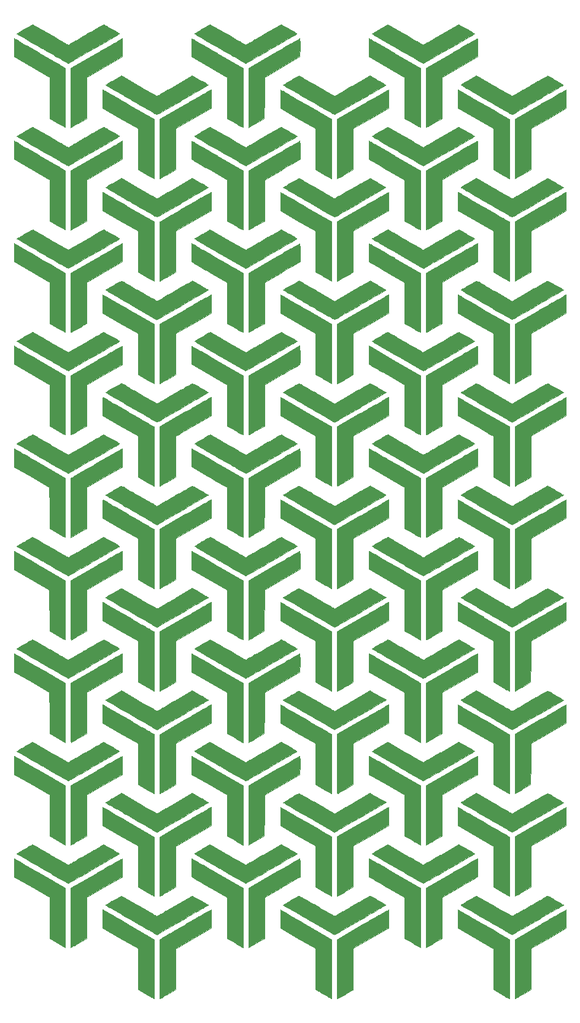
<source format=gbr>
%TF.GenerationSoftware,KiCad,Pcbnew,(5.1.6)-1*%
%TF.CreationDate,2020-10-10T00:14:24+01:00*%
%TF.ProjectId,Side 1,53696465-2031-42e6-9b69-6361645f7063,rev?*%
%TF.SameCoordinates,Original*%
%TF.FileFunction,Soldermask,Top*%
%TF.FilePolarity,Negative*%
%FSLAX46Y46*%
G04 Gerber Fmt 4.6, Leading zero omitted, Abs format (unit mm)*
G04 Created by KiCad (PCBNEW (5.1.6)-1) date 2020-10-10 00:14:24*
%MOMM*%
%LPD*%
G01*
G04 APERTURE LIST*
%ADD10C,0.010000*%
G04 APERTURE END LIST*
D10*
%TO.C,G\u002A\u002A\u002A*%
G36*
X84228744Y-174811280D02*
G01*
X84257373Y-174827783D01*
X84320798Y-174864386D01*
X84417156Y-174920014D01*
X84544586Y-174993590D01*
X84701227Y-175084041D01*
X84885216Y-175190290D01*
X85094691Y-175311263D01*
X85327792Y-175445884D01*
X85582656Y-175593078D01*
X85857422Y-175751770D01*
X86150227Y-175920885D01*
X86459211Y-176099348D01*
X86782511Y-176286083D01*
X87118266Y-176480015D01*
X87464614Y-176680069D01*
X87774161Y-176858869D01*
X91217500Y-178847821D01*
X91217500Y-182938994D01*
X91217419Y-183351823D01*
X91217182Y-183753194D01*
X91216796Y-184141069D01*
X91216270Y-184513412D01*
X91215611Y-184868183D01*
X91214828Y-185203347D01*
X91213927Y-185516865D01*
X91212918Y-185806701D01*
X91211808Y-186070816D01*
X91210605Y-186307174D01*
X91209316Y-186513737D01*
X91207951Y-186688467D01*
X91206516Y-186829328D01*
X91205019Y-186934281D01*
X91203469Y-187001289D01*
X91201874Y-187028316D01*
X91201625Y-187028795D01*
X91180930Y-187018219D01*
X91126876Y-186988234D01*
X91042708Y-186940699D01*
X90931672Y-186877470D01*
X90797013Y-186800404D01*
X90641977Y-186711359D01*
X90469809Y-186612191D01*
X90283755Y-186504759D01*
X90101160Y-186399087D01*
X89016570Y-185770750D01*
X89011077Y-182937977D01*
X89005583Y-180105205D01*
X86566125Y-178696800D01*
X84126666Y-177288395D01*
X84126666Y-174752644D01*
X84228744Y-174811280D01*
G37*
X84228744Y-174811280D02*
X84257373Y-174827783D01*
X84320798Y-174864386D01*
X84417156Y-174920014D01*
X84544586Y-174993590D01*
X84701227Y-175084041D01*
X84885216Y-175190290D01*
X85094691Y-175311263D01*
X85327792Y-175445884D01*
X85582656Y-175593078D01*
X85857422Y-175751770D01*
X86150227Y-175920885D01*
X86459211Y-176099348D01*
X86782511Y-176286083D01*
X87118266Y-176480015D01*
X87464614Y-176680069D01*
X87774161Y-176858869D01*
X91217500Y-178847821D01*
X91217500Y-182938994D01*
X91217419Y-183351823D01*
X91217182Y-183753194D01*
X91216796Y-184141069D01*
X91216270Y-184513412D01*
X91215611Y-184868183D01*
X91214828Y-185203347D01*
X91213927Y-185516865D01*
X91212918Y-185806701D01*
X91211808Y-186070816D01*
X91210605Y-186307174D01*
X91209316Y-186513737D01*
X91207951Y-186688467D01*
X91206516Y-186829328D01*
X91205019Y-186934281D01*
X91203469Y-187001289D01*
X91201874Y-187028316D01*
X91201625Y-187028795D01*
X91180930Y-187018219D01*
X91126876Y-186988234D01*
X91042708Y-186940699D01*
X90931672Y-186877470D01*
X90797013Y-186800404D01*
X90641977Y-186711359D01*
X90469809Y-186612191D01*
X90283755Y-186504759D01*
X90101160Y-186399087D01*
X89016570Y-185770750D01*
X89011077Y-182937977D01*
X89005583Y-180105205D01*
X86566125Y-178696800D01*
X84126666Y-177288395D01*
X84126666Y-174752644D01*
X84228744Y-174811280D01*
G36*
X99070171Y-176017463D02*
G01*
X99070010Y-177282917D01*
X94159666Y-180117809D01*
X94159666Y-185776869D01*
X93072921Y-186403518D01*
X92876629Y-186516574D01*
X92691273Y-186623076D01*
X92520094Y-186721179D01*
X92366331Y-186809038D01*
X92233224Y-186884810D01*
X92124014Y-186946649D01*
X92041941Y-186992710D01*
X91990245Y-187021150D01*
X91972254Y-187030167D01*
X91970848Y-187009340D01*
X91969481Y-186948220D01*
X91968160Y-186848846D01*
X91966892Y-186713259D01*
X91965684Y-186543498D01*
X91964543Y-186341603D01*
X91963475Y-186109614D01*
X91962489Y-185849571D01*
X91961589Y-185563514D01*
X91960785Y-185253483D01*
X91960082Y-184921518D01*
X91959488Y-184569658D01*
X91959009Y-184199943D01*
X91958652Y-183814414D01*
X91958425Y-183415110D01*
X91958334Y-183004071D01*
X91958333Y-182945300D01*
X91958333Y-178860434D01*
X92037708Y-178809192D01*
X92062430Y-178794474D01*
X92121621Y-178759886D01*
X92213077Y-178706702D01*
X92334592Y-178636193D01*
X92483961Y-178549635D01*
X92658977Y-178448299D01*
X92857435Y-178333459D01*
X93077130Y-178206388D01*
X93315856Y-178068359D01*
X93571408Y-177920645D01*
X93841581Y-177764520D01*
X94124167Y-177601256D01*
X94416963Y-177432126D01*
X94717763Y-177258405D01*
X95024361Y-177081364D01*
X95334551Y-176902277D01*
X95646128Y-176722417D01*
X95956887Y-176543058D01*
X96264622Y-176365472D01*
X96567127Y-176190932D01*
X96862198Y-176020713D01*
X97147627Y-175856086D01*
X97421211Y-175698324D01*
X97680743Y-175548702D01*
X97924018Y-175408492D01*
X98148830Y-175278968D01*
X98352974Y-175161402D01*
X98534244Y-175057067D01*
X98690436Y-174967237D01*
X98819342Y-174893185D01*
X98918758Y-174836184D01*
X98986478Y-174797507D01*
X99020297Y-174778427D01*
X99022708Y-174777123D01*
X99070333Y-174752010D01*
X99070171Y-176017463D01*
G37*
X99070171Y-176017463D02*
X99070010Y-177282917D01*
X94159666Y-180117809D01*
X94159666Y-185776869D01*
X93072921Y-186403518D01*
X92876629Y-186516574D01*
X92691273Y-186623076D01*
X92520094Y-186721179D01*
X92366331Y-186809038D01*
X92233224Y-186884810D01*
X92124014Y-186946649D01*
X92041941Y-186992710D01*
X91990245Y-187021150D01*
X91972254Y-187030167D01*
X91970848Y-187009340D01*
X91969481Y-186948220D01*
X91968160Y-186848846D01*
X91966892Y-186713259D01*
X91965684Y-186543498D01*
X91964543Y-186341603D01*
X91963475Y-186109614D01*
X91962489Y-185849571D01*
X91961589Y-185563514D01*
X91960785Y-185253483D01*
X91960082Y-184921518D01*
X91959488Y-184569658D01*
X91959009Y-184199943D01*
X91958652Y-183814414D01*
X91958425Y-183415110D01*
X91958334Y-183004071D01*
X91958333Y-182945300D01*
X91958333Y-178860434D01*
X92037708Y-178809192D01*
X92062430Y-178794474D01*
X92121621Y-178759886D01*
X92213077Y-178706702D01*
X92334592Y-178636193D01*
X92483961Y-178549635D01*
X92658977Y-178448299D01*
X92857435Y-178333459D01*
X93077130Y-178206388D01*
X93315856Y-178068359D01*
X93571408Y-177920645D01*
X93841581Y-177764520D01*
X94124167Y-177601256D01*
X94416963Y-177432126D01*
X94717763Y-177258405D01*
X95024361Y-177081364D01*
X95334551Y-176902277D01*
X95646128Y-176722417D01*
X95956887Y-176543058D01*
X96264622Y-176365472D01*
X96567127Y-176190932D01*
X96862198Y-176020713D01*
X97147627Y-175856086D01*
X97421211Y-175698324D01*
X97680743Y-175548702D01*
X97924018Y-175408492D01*
X98148830Y-175278968D01*
X98352974Y-175161402D01*
X98534244Y-175057067D01*
X98690436Y-174967237D01*
X98819342Y-174893185D01*
X98918758Y-174836184D01*
X98986478Y-174797507D01*
X99020297Y-174778427D01*
X99022708Y-174777123D01*
X99070333Y-174752010D01*
X99070171Y-176017463D01*
G36*
X108685291Y-174789780D02*
G01*
X108710428Y-174804367D01*
X108770400Y-174839058D01*
X108863378Y-174892798D01*
X108987532Y-174964529D01*
X109141033Y-175053197D01*
X109322050Y-175157743D01*
X109528755Y-175277113D01*
X109759318Y-175410249D01*
X110011909Y-175556094D01*
X110284699Y-175713593D01*
X110575857Y-175881690D01*
X110883556Y-176059327D01*
X111205964Y-176245448D01*
X111541253Y-176438997D01*
X111887592Y-176638917D01*
X112230708Y-176836969D01*
X115707333Y-178843695D01*
X115707333Y-182936931D01*
X115707252Y-183349853D01*
X115707015Y-183751310D01*
X115706630Y-184139266D01*
X115706104Y-184511684D01*
X115705445Y-184866528D01*
X115704662Y-185201762D01*
X115703763Y-185515349D01*
X115702754Y-185805252D01*
X115701644Y-186069436D01*
X115700442Y-186305864D01*
X115699154Y-186512499D01*
X115697789Y-186687306D01*
X115696354Y-186828247D01*
X115694859Y-186933287D01*
X115693309Y-187000389D01*
X115691714Y-187027517D01*
X115691458Y-187028012D01*
X115670684Y-187017289D01*
X115616661Y-186987225D01*
X115532749Y-186939743D01*
X115422304Y-186876763D01*
X115288685Y-186800210D01*
X115135249Y-186712005D01*
X114965353Y-186614070D01*
X114782356Y-186508328D01*
X114659583Y-186437253D01*
X114467826Y-186326080D01*
X114285418Y-186220171D01*
X114115958Y-186121625D01*
X113963043Y-186032544D01*
X113830272Y-185955025D01*
X113721243Y-185891169D01*
X113639553Y-185843075D01*
X113588800Y-185812843D01*
X113574868Y-185804263D01*
X113506153Y-185759878D01*
X113500785Y-182931748D01*
X113495416Y-180103618D01*
X111055958Y-178694965D01*
X108616500Y-177286313D01*
X108616500Y-174749318D01*
X108685291Y-174789780D01*
G37*
X108685291Y-174789780D02*
X108710428Y-174804367D01*
X108770400Y-174839058D01*
X108863378Y-174892798D01*
X108987532Y-174964529D01*
X109141033Y-175053197D01*
X109322050Y-175157743D01*
X109528755Y-175277113D01*
X109759318Y-175410249D01*
X110011909Y-175556094D01*
X110284699Y-175713593D01*
X110575857Y-175881690D01*
X110883556Y-176059327D01*
X111205964Y-176245448D01*
X111541253Y-176438997D01*
X111887592Y-176638917D01*
X112230708Y-176836969D01*
X115707333Y-178843695D01*
X115707333Y-182936931D01*
X115707252Y-183349853D01*
X115707015Y-183751310D01*
X115706630Y-184139266D01*
X115706104Y-184511684D01*
X115705445Y-184866528D01*
X115704662Y-185201762D01*
X115703763Y-185515349D01*
X115702754Y-185805252D01*
X115701644Y-186069436D01*
X115700442Y-186305864D01*
X115699154Y-186512499D01*
X115697789Y-186687306D01*
X115696354Y-186828247D01*
X115694859Y-186933287D01*
X115693309Y-187000389D01*
X115691714Y-187027517D01*
X115691458Y-187028012D01*
X115670684Y-187017289D01*
X115616661Y-186987225D01*
X115532749Y-186939743D01*
X115422304Y-186876763D01*
X115288685Y-186800210D01*
X115135249Y-186712005D01*
X114965353Y-186614070D01*
X114782356Y-186508328D01*
X114659583Y-186437253D01*
X114467826Y-186326080D01*
X114285418Y-186220171D01*
X114115958Y-186121625D01*
X113963043Y-186032544D01*
X113830272Y-185955025D01*
X113721243Y-185891169D01*
X113639553Y-185843075D01*
X113588800Y-185812843D01*
X113574868Y-185804263D01*
X113506153Y-185759878D01*
X113500785Y-182931748D01*
X113495416Y-180103618D01*
X111055958Y-178694965D01*
X108616500Y-177286313D01*
X108616500Y-174749318D01*
X108685291Y-174789780D01*
G36*
X123547137Y-174778808D02*
G01*
X123549819Y-174836446D01*
X123552292Y-174929158D01*
X123554509Y-175053316D01*
X123556426Y-175205288D01*
X123557996Y-175381448D01*
X123559173Y-175578164D01*
X123559912Y-175791807D01*
X123560166Y-176017462D01*
X123560166Y-177283922D01*
X118681250Y-180103622D01*
X118675881Y-182929366D01*
X118675008Y-183349051D01*
X118674049Y-183728182D01*
X118672984Y-184068539D01*
X118671794Y-184371901D01*
X118670459Y-184640049D01*
X118668959Y-184874761D01*
X118667274Y-185077818D01*
X118665384Y-185250999D01*
X118663269Y-185396083D01*
X118660910Y-185514851D01*
X118658287Y-185609081D01*
X118655379Y-185680554D01*
X118652168Y-185731049D01*
X118648632Y-185762345D01*
X118644753Y-185776223D01*
X118644131Y-185776920D01*
X118622078Y-185790740D01*
X118567623Y-185823173D01*
X118484682Y-185871954D01*
X118377169Y-185934821D01*
X118249001Y-186009509D01*
X118104093Y-186093754D01*
X117946360Y-186185293D01*
X117779717Y-186281861D01*
X117608081Y-186381196D01*
X117435367Y-186481033D01*
X117265489Y-186579108D01*
X117102365Y-186673157D01*
X116949908Y-186760917D01*
X116812035Y-186840124D01*
X116692661Y-186908514D01*
X116595701Y-186963822D01*
X116525071Y-187003786D01*
X116484687Y-187026142D01*
X116476551Y-187030167D01*
X116475823Y-187009339D01*
X116475115Y-186948217D01*
X116474431Y-186848837D01*
X116473774Y-186713236D01*
X116473148Y-186543454D01*
X116472556Y-186341527D01*
X116472003Y-186109494D01*
X116471492Y-185849392D01*
X116471026Y-185563259D01*
X116470608Y-185253133D01*
X116470244Y-184921051D01*
X116469935Y-184569052D01*
X116469686Y-184199174D01*
X116469501Y-183813453D01*
X116469382Y-183413928D01*
X116469334Y-183002637D01*
X116469333Y-182936876D01*
X116469333Y-178843585D01*
X119998875Y-176806166D01*
X120355987Y-176600026D01*
X120703329Y-176399528D01*
X121039122Y-176205699D01*
X121361587Y-176019567D01*
X121668944Y-175842158D01*
X121959414Y-175674499D01*
X122231217Y-175517618D01*
X122482575Y-175372541D01*
X122711708Y-175240295D01*
X122916836Y-175121908D01*
X123096180Y-175018405D01*
X123247961Y-174930815D01*
X123370399Y-174860164D01*
X123461716Y-174807479D01*
X123520132Y-174773788D01*
X123543867Y-174760116D01*
X123544291Y-174759874D01*
X123547137Y-174778808D01*
G37*
X123547137Y-174778808D02*
X123549819Y-174836446D01*
X123552292Y-174929158D01*
X123554509Y-175053316D01*
X123556426Y-175205288D01*
X123557996Y-175381448D01*
X123559173Y-175578164D01*
X123559912Y-175791807D01*
X123560166Y-176017462D01*
X123560166Y-177283922D01*
X118681250Y-180103622D01*
X118675881Y-182929366D01*
X118675008Y-183349051D01*
X118674049Y-183728182D01*
X118672984Y-184068539D01*
X118671794Y-184371901D01*
X118670459Y-184640049D01*
X118668959Y-184874761D01*
X118667274Y-185077818D01*
X118665384Y-185250999D01*
X118663269Y-185396083D01*
X118660910Y-185514851D01*
X118658287Y-185609081D01*
X118655379Y-185680554D01*
X118652168Y-185731049D01*
X118648632Y-185762345D01*
X118644753Y-185776223D01*
X118644131Y-185776920D01*
X118622078Y-185790740D01*
X118567623Y-185823173D01*
X118484682Y-185871954D01*
X118377169Y-185934821D01*
X118249001Y-186009509D01*
X118104093Y-186093754D01*
X117946360Y-186185293D01*
X117779717Y-186281861D01*
X117608081Y-186381196D01*
X117435367Y-186481033D01*
X117265489Y-186579108D01*
X117102365Y-186673157D01*
X116949908Y-186760917D01*
X116812035Y-186840124D01*
X116692661Y-186908514D01*
X116595701Y-186963822D01*
X116525071Y-187003786D01*
X116484687Y-187026142D01*
X116476551Y-187030167D01*
X116475823Y-187009339D01*
X116475115Y-186948217D01*
X116474431Y-186848837D01*
X116473774Y-186713236D01*
X116473148Y-186543454D01*
X116472556Y-186341527D01*
X116472003Y-186109494D01*
X116471492Y-185849392D01*
X116471026Y-185563259D01*
X116470608Y-185253133D01*
X116470244Y-184921051D01*
X116469935Y-184569052D01*
X116469686Y-184199174D01*
X116469501Y-183813453D01*
X116469382Y-183413928D01*
X116469334Y-183002637D01*
X116469333Y-182936876D01*
X116469333Y-178843585D01*
X119998875Y-176806166D01*
X120355987Y-176600026D01*
X120703329Y-176399528D01*
X121039122Y-176205699D01*
X121361587Y-176019567D01*
X121668944Y-175842158D01*
X121959414Y-175674499D01*
X122231217Y-175517618D01*
X122482575Y-175372541D01*
X122711708Y-175240295D01*
X122916836Y-175121908D01*
X123096180Y-175018405D01*
X123247961Y-174930815D01*
X123370399Y-174860164D01*
X123461716Y-174807479D01*
X123520132Y-174773788D01*
X123543867Y-174760116D01*
X123544291Y-174759874D01*
X123547137Y-174778808D01*
G36*
X133153958Y-174777103D02*
G01*
X133181448Y-174792505D01*
X133242981Y-174827608D01*
X133336386Y-174881156D01*
X133459491Y-174951894D01*
X133610122Y-175038566D01*
X133786109Y-175139919D01*
X133985278Y-175254697D01*
X134205459Y-175381645D01*
X134444478Y-175519507D01*
X134700164Y-175667029D01*
X134970345Y-175822956D01*
X135252848Y-175986033D01*
X135545501Y-176155004D01*
X135846133Y-176328614D01*
X136152571Y-176505609D01*
X136462643Y-176684733D01*
X136774176Y-176864732D01*
X137085000Y-177044350D01*
X137392942Y-177222332D01*
X137695829Y-177397423D01*
X137991489Y-177568368D01*
X138277752Y-177733913D01*
X138552443Y-177892801D01*
X138813392Y-178043778D01*
X139058425Y-178185589D01*
X139285372Y-178316979D01*
X139492060Y-178436692D01*
X139676316Y-178543475D01*
X139835970Y-178636070D01*
X139968847Y-178713225D01*
X140072778Y-178773682D01*
X140145589Y-178816188D01*
X140185108Y-178839488D01*
X140191875Y-178843668D01*
X140195159Y-178854012D01*
X140198178Y-178880524D01*
X140200942Y-178924706D01*
X140203460Y-178988061D01*
X140205742Y-179072090D01*
X140207797Y-179178295D01*
X140209636Y-179308178D01*
X140211267Y-179463242D01*
X140212702Y-179644987D01*
X140213948Y-179854916D01*
X140215017Y-180094531D01*
X140215917Y-180365334D01*
X140216658Y-180668826D01*
X140217250Y-181006510D01*
X140217704Y-181379887D01*
X140218027Y-181790460D01*
X140218231Y-182239730D01*
X140218324Y-182729199D01*
X140218333Y-182947592D01*
X140218252Y-183360001D01*
X140218014Y-183760961D01*
X140217628Y-184148432D01*
X140217101Y-184520373D01*
X140216440Y-184874743D01*
X140215655Y-185209503D01*
X140214753Y-185522612D01*
X140213742Y-185812029D01*
X140212630Y-186075714D01*
X140211425Y-186311628D01*
X140210134Y-186517728D01*
X140208766Y-186691976D01*
X140207328Y-186832331D01*
X140205830Y-186936751D01*
X140204277Y-187003198D01*
X140202679Y-187029631D01*
X140202458Y-187030022D01*
X140181752Y-187019691D01*
X140127666Y-186989982D01*
X140043450Y-186942747D01*
X139932351Y-186879835D01*
X139797618Y-186803095D01*
X139642498Y-186714378D01*
X139470240Y-186615532D01*
X139284092Y-186508409D01*
X139101791Y-186403227D01*
X138017000Y-185776576D01*
X138017000Y-180117809D01*
X133106656Y-177282917D01*
X133106494Y-176017463D01*
X133106333Y-174752010D01*
X133153958Y-174777103D01*
G37*
X133153958Y-174777103D02*
X133181448Y-174792505D01*
X133242981Y-174827608D01*
X133336386Y-174881156D01*
X133459491Y-174951894D01*
X133610122Y-175038566D01*
X133786109Y-175139919D01*
X133985278Y-175254697D01*
X134205459Y-175381645D01*
X134444478Y-175519507D01*
X134700164Y-175667029D01*
X134970345Y-175822956D01*
X135252848Y-175986033D01*
X135545501Y-176155004D01*
X135846133Y-176328614D01*
X136152571Y-176505609D01*
X136462643Y-176684733D01*
X136774176Y-176864732D01*
X137085000Y-177044350D01*
X137392942Y-177222332D01*
X137695829Y-177397423D01*
X137991489Y-177568368D01*
X138277752Y-177733913D01*
X138552443Y-177892801D01*
X138813392Y-178043778D01*
X139058425Y-178185589D01*
X139285372Y-178316979D01*
X139492060Y-178436692D01*
X139676316Y-178543475D01*
X139835970Y-178636070D01*
X139968847Y-178713225D01*
X140072778Y-178773682D01*
X140145589Y-178816188D01*
X140185108Y-178839488D01*
X140191875Y-178843668D01*
X140195159Y-178854012D01*
X140198178Y-178880524D01*
X140200942Y-178924706D01*
X140203460Y-178988061D01*
X140205742Y-179072090D01*
X140207797Y-179178295D01*
X140209636Y-179308178D01*
X140211267Y-179463242D01*
X140212702Y-179644987D01*
X140213948Y-179854916D01*
X140215017Y-180094531D01*
X140215917Y-180365334D01*
X140216658Y-180668826D01*
X140217250Y-181006510D01*
X140217704Y-181379887D01*
X140218027Y-181790460D01*
X140218231Y-182239730D01*
X140218324Y-182729199D01*
X140218333Y-182947592D01*
X140218252Y-183360001D01*
X140218014Y-183760961D01*
X140217628Y-184148432D01*
X140217101Y-184520373D01*
X140216440Y-184874743D01*
X140215655Y-185209503D01*
X140214753Y-185522612D01*
X140213742Y-185812029D01*
X140212630Y-186075714D01*
X140211425Y-186311628D01*
X140210134Y-186517728D01*
X140208766Y-186691976D01*
X140207328Y-186832331D01*
X140205830Y-186936751D01*
X140204277Y-187003198D01*
X140202679Y-187029631D01*
X140202458Y-187030022D01*
X140181752Y-187019691D01*
X140127666Y-186989982D01*
X140043450Y-186942747D01*
X139932351Y-186879835D01*
X139797618Y-186803095D01*
X139642498Y-186714378D01*
X139470240Y-186615532D01*
X139284092Y-186508409D01*
X139101791Y-186403227D01*
X138017000Y-185776576D01*
X138017000Y-180117809D01*
X133106656Y-177282917D01*
X133106494Y-176017463D01*
X133106333Y-174752010D01*
X133153958Y-174777103D01*
G36*
X148050000Y-177288576D02*
G01*
X145610541Y-178696892D01*
X143171083Y-180105207D01*
X143165619Y-182937978D01*
X143160155Y-185770750D01*
X142078146Y-186395167D01*
X141882107Y-186508239D01*
X141696883Y-186614958D01*
X141525739Y-186713451D01*
X141371943Y-186801841D01*
X141238760Y-186878256D01*
X141129457Y-186940821D01*
X141047300Y-186987661D01*
X140995557Y-187016902D01*
X140977652Y-187026639D01*
X140975695Y-187006536D01*
X140973807Y-186945929D01*
X140971995Y-186846647D01*
X140970267Y-186710521D01*
X140968633Y-186539378D01*
X140967101Y-186335048D01*
X140965678Y-186099362D01*
X140964373Y-185834147D01*
X140963194Y-185541234D01*
X140962149Y-185222451D01*
X140961247Y-184879628D01*
X140960496Y-184514595D01*
X140959905Y-184129181D01*
X140959481Y-183725214D01*
X140959233Y-183304525D01*
X140959166Y-182939716D01*
X140959166Y-178845738D01*
X144456958Y-176827516D01*
X144812995Y-176622068D01*
X145159549Y-176422063D01*
X145494812Y-176228547D01*
X145816973Y-176042565D01*
X146124222Y-175865162D01*
X146414750Y-175697385D01*
X146686747Y-175540278D01*
X146938404Y-175394889D01*
X147167911Y-175262261D01*
X147373458Y-175143441D01*
X147553236Y-175039475D01*
X147705435Y-174951408D01*
X147828245Y-174880286D01*
X147919857Y-174827153D01*
X147978461Y-174793057D01*
X148002248Y-174779043D01*
X148002375Y-174778962D01*
X148050000Y-174748631D01*
X148050000Y-177288576D01*
G37*
X148050000Y-177288576D02*
X145610541Y-178696892D01*
X143171083Y-180105207D01*
X143165619Y-182937978D01*
X143160155Y-185770750D01*
X142078146Y-186395167D01*
X141882107Y-186508239D01*
X141696883Y-186614958D01*
X141525739Y-186713451D01*
X141371943Y-186801841D01*
X141238760Y-186878256D01*
X141129457Y-186940821D01*
X141047300Y-186987661D01*
X140995557Y-187016902D01*
X140977652Y-187026639D01*
X140975695Y-187006536D01*
X140973807Y-186945929D01*
X140971995Y-186846647D01*
X140970267Y-186710521D01*
X140968633Y-186539378D01*
X140967101Y-186335048D01*
X140965678Y-186099362D01*
X140964373Y-185834147D01*
X140963194Y-185541234D01*
X140962149Y-185222451D01*
X140961247Y-184879628D01*
X140960496Y-184514595D01*
X140959905Y-184129181D01*
X140959481Y-183725214D01*
X140959233Y-183304525D01*
X140959166Y-182939716D01*
X140959166Y-178845738D01*
X144456958Y-176827516D01*
X144812995Y-176622068D01*
X145159549Y-176422063D01*
X145494812Y-176228547D01*
X145816973Y-176042565D01*
X146124222Y-175865162D01*
X146414750Y-175697385D01*
X146686747Y-175540278D01*
X146938404Y-175394889D01*
X147167911Y-175262261D01*
X147373458Y-175143441D01*
X147553236Y-175039475D01*
X147705435Y-174951408D01*
X147828245Y-174880286D01*
X147919857Y-174827153D01*
X147978461Y-174793057D01*
X148002248Y-174779043D01*
X148002375Y-174778962D01*
X148050000Y-174748631D01*
X148050000Y-177288576D01*
G36*
X71897452Y-167694225D02*
G01*
X71950980Y-167724571D01*
X72036831Y-167773621D01*
X72152845Y-167840130D01*
X72296861Y-167922849D01*
X72466721Y-168020531D01*
X72660264Y-168131929D01*
X72875330Y-168255796D01*
X73109760Y-168390883D01*
X73361394Y-168535943D01*
X73628072Y-168689729D01*
X73907633Y-168850993D01*
X74197920Y-169018489D01*
X74496770Y-169190968D01*
X74802025Y-169367183D01*
X75111525Y-169545886D01*
X75423110Y-169725831D01*
X75734621Y-169905770D01*
X76043896Y-170084454D01*
X76348777Y-170260638D01*
X76647104Y-170433073D01*
X76936716Y-170600512D01*
X77215454Y-170761707D01*
X77481159Y-170915411D01*
X77731670Y-171060377D01*
X77964827Y-171195356D01*
X78178471Y-171319103D01*
X78370442Y-171430369D01*
X78538580Y-171527906D01*
X78680725Y-171610468D01*
X78794717Y-171676806D01*
X78878397Y-171725674D01*
X78929605Y-171755824D01*
X78946178Y-171765957D01*
X78947760Y-171788402D01*
X78949244Y-171851131D01*
X78950626Y-171952094D01*
X78951899Y-172089240D01*
X78953059Y-172260521D01*
X78954101Y-172463886D01*
X78955019Y-172697286D01*
X78955808Y-172958670D01*
X78956462Y-173245989D01*
X78956977Y-173557194D01*
X78957347Y-173890234D01*
X78957566Y-174243060D01*
X78957630Y-174613621D01*
X78957533Y-174999869D01*
X78957271Y-175399753D01*
X78956836Y-175811224D01*
X78956762Y-175869358D01*
X78951416Y-179956908D01*
X77866625Y-179331101D01*
X76781833Y-178705294D01*
X76781833Y-173046418D01*
X74326500Y-171630413D01*
X71871166Y-170214408D01*
X71871166Y-168949121D01*
X71871284Y-168722035D01*
X71871623Y-168508021D01*
X71872162Y-168310745D01*
X71872880Y-168133872D01*
X71873757Y-167981068D01*
X71874772Y-167855997D01*
X71875902Y-167762325D01*
X71877128Y-167703718D01*
X71878407Y-167683833D01*
X71897452Y-167694225D01*
G37*
X71897452Y-167694225D02*
X71950980Y-167724571D01*
X72036831Y-167773621D01*
X72152845Y-167840130D01*
X72296861Y-167922849D01*
X72466721Y-168020531D01*
X72660264Y-168131929D01*
X72875330Y-168255796D01*
X73109760Y-168390883D01*
X73361394Y-168535943D01*
X73628072Y-168689729D01*
X73907633Y-168850993D01*
X74197920Y-169018489D01*
X74496770Y-169190968D01*
X74802025Y-169367183D01*
X75111525Y-169545886D01*
X75423110Y-169725831D01*
X75734621Y-169905770D01*
X76043896Y-170084454D01*
X76348777Y-170260638D01*
X76647104Y-170433073D01*
X76936716Y-170600512D01*
X77215454Y-170761707D01*
X77481159Y-170915411D01*
X77731670Y-171060377D01*
X77964827Y-171195356D01*
X78178471Y-171319103D01*
X78370442Y-171430369D01*
X78538580Y-171527906D01*
X78680725Y-171610468D01*
X78794717Y-171676806D01*
X78878397Y-171725674D01*
X78929605Y-171755824D01*
X78946178Y-171765957D01*
X78947760Y-171788402D01*
X78949244Y-171851131D01*
X78950626Y-171952094D01*
X78951899Y-172089240D01*
X78953059Y-172260521D01*
X78954101Y-172463886D01*
X78955019Y-172697286D01*
X78955808Y-172958670D01*
X78956462Y-173245989D01*
X78956977Y-173557194D01*
X78957347Y-173890234D01*
X78957566Y-174243060D01*
X78957630Y-174613621D01*
X78957533Y-174999869D01*
X78957271Y-175399753D01*
X78956836Y-175811224D01*
X78956762Y-175869358D01*
X78951416Y-179956908D01*
X77866625Y-179331101D01*
X76781833Y-178705294D01*
X76781833Y-173046418D01*
X74326500Y-171630413D01*
X71871166Y-170214408D01*
X71871166Y-168949121D01*
X71871284Y-168722035D01*
X71871623Y-168508021D01*
X71872162Y-168310745D01*
X71872880Y-168133872D01*
X71873757Y-167981068D01*
X71874772Y-167855997D01*
X71875902Y-167762325D01*
X71877128Y-167703718D01*
X71878407Y-167683833D01*
X71897452Y-167694225D01*
G36*
X86814833Y-170216793D02*
G01*
X84375375Y-171623465D01*
X81935916Y-173030137D01*
X81914750Y-178700951D01*
X80898750Y-179289262D01*
X80706645Y-179400427D01*
X80523550Y-179506239D01*
X80353110Y-179604601D01*
X80198966Y-179693419D01*
X80064760Y-179770596D01*
X79954136Y-179834036D01*
X79870737Y-179881644D01*
X79818204Y-179911324D01*
X79803321Y-179919494D01*
X79723892Y-179961415D01*
X79729238Y-175864045D01*
X79734583Y-171766674D01*
X83142416Y-169797934D01*
X83495148Y-169594167D01*
X83839204Y-169395432D01*
X84172693Y-169202821D01*
X84493720Y-169017428D01*
X84800391Y-168840344D01*
X85090813Y-168672664D01*
X85363092Y-168515479D01*
X85615334Y-168369884D01*
X85845647Y-168236970D01*
X86052135Y-168117831D01*
X86232906Y-168013560D01*
X86386066Y-167925250D01*
X86509721Y-167853994D01*
X86601978Y-167800885D01*
X86660942Y-167767015D01*
X86682541Y-167754691D01*
X86814833Y-167680190D01*
X86814833Y-170216793D01*
G37*
X86814833Y-170216793D02*
X84375375Y-171623465D01*
X81935916Y-173030137D01*
X81914750Y-178700951D01*
X80898750Y-179289262D01*
X80706645Y-179400427D01*
X80523550Y-179506239D01*
X80353110Y-179604601D01*
X80198966Y-179693419D01*
X80064760Y-179770596D01*
X79954136Y-179834036D01*
X79870737Y-179881644D01*
X79818204Y-179911324D01*
X79803321Y-179919494D01*
X79723892Y-179961415D01*
X79729238Y-175864045D01*
X79734583Y-171766674D01*
X83142416Y-169797934D01*
X83495148Y-169594167D01*
X83839204Y-169395432D01*
X84172693Y-169202821D01*
X84493720Y-169017428D01*
X84800391Y-168840344D01*
X85090813Y-168672664D01*
X85363092Y-168515479D01*
X85615334Y-168369884D01*
X85845647Y-168236970D01*
X86052135Y-168117831D01*
X86232906Y-168013560D01*
X86386066Y-167925250D01*
X86509721Y-167853994D01*
X86601978Y-167800885D01*
X86660942Y-167767015D01*
X86682541Y-167754691D01*
X86814833Y-167680190D01*
X86814833Y-170216793D01*
G36*
X96401403Y-167698503D02*
G01*
X96456383Y-167729800D01*
X96544456Y-167780227D01*
X96663842Y-167848758D01*
X96812762Y-167934367D01*
X96989434Y-168036029D01*
X97192080Y-168152718D01*
X97418919Y-168283407D01*
X97668171Y-168427072D01*
X97938056Y-168582686D01*
X98226794Y-168749224D01*
X98532606Y-168925659D01*
X98853710Y-169110967D01*
X99188328Y-169304121D01*
X99534679Y-169504095D01*
X99890983Y-169709864D01*
X99937297Y-169736614D01*
X103473000Y-171778811D01*
X103473000Y-175869656D01*
X103472919Y-176282470D01*
X103472682Y-176683828D01*
X103472296Y-177071691D01*
X103471770Y-177444022D01*
X103471111Y-177798782D01*
X103470327Y-178133936D01*
X103469427Y-178447444D01*
X103468418Y-178737269D01*
X103467308Y-179001375D01*
X103466104Y-179237722D01*
X103464816Y-179444274D01*
X103463450Y-179618993D01*
X103462015Y-179759842D01*
X103460518Y-179864782D01*
X103458968Y-179931777D01*
X103457373Y-179958788D01*
X103457125Y-179959265D01*
X103436425Y-179948722D01*
X103382357Y-179918786D01*
X103298168Y-179871312D01*
X103187104Y-179808156D01*
X103052411Y-179731172D01*
X102897336Y-179642217D01*
X102725125Y-179543144D01*
X102539025Y-179435810D01*
X102356458Y-179330274D01*
X101271666Y-178702517D01*
X101271666Y-173044384D01*
X98874541Y-171662214D01*
X98579983Y-171492324D01*
X98294944Y-171327827D01*
X98021642Y-171170008D01*
X97762294Y-171020153D01*
X97519119Y-170879545D01*
X97294335Y-170749470D01*
X97090160Y-170631212D01*
X96908812Y-170526057D01*
X96752509Y-170435289D01*
X96623470Y-170360194D01*
X96523912Y-170302056D01*
X96456053Y-170262159D01*
X96422112Y-170241789D01*
X96419208Y-170239914D01*
X96361000Y-170199784D01*
X96361000Y-168940045D01*
X96361335Y-168662311D01*
X96362326Y-168416194D01*
X96363947Y-168203195D01*
X96366175Y-168024816D01*
X96368985Y-167882558D01*
X96372352Y-167777922D01*
X96376253Y-167712411D01*
X96380663Y-167687526D01*
X96381297Y-167687361D01*
X96401403Y-167698503D01*
G37*
X96401403Y-167698503D02*
X96456383Y-167729800D01*
X96544456Y-167780227D01*
X96663842Y-167848758D01*
X96812762Y-167934367D01*
X96989434Y-168036029D01*
X97192080Y-168152718D01*
X97418919Y-168283407D01*
X97668171Y-168427072D01*
X97938056Y-168582686D01*
X98226794Y-168749224D01*
X98532606Y-168925659D01*
X98853710Y-169110967D01*
X99188328Y-169304121D01*
X99534679Y-169504095D01*
X99890983Y-169709864D01*
X99937297Y-169736614D01*
X103473000Y-171778811D01*
X103473000Y-175869656D01*
X103472919Y-176282470D01*
X103472682Y-176683828D01*
X103472296Y-177071691D01*
X103471770Y-177444022D01*
X103471111Y-177798782D01*
X103470327Y-178133936D01*
X103469427Y-178447444D01*
X103468418Y-178737269D01*
X103467308Y-179001375D01*
X103466104Y-179237722D01*
X103464816Y-179444274D01*
X103463450Y-179618993D01*
X103462015Y-179759842D01*
X103460518Y-179864782D01*
X103458968Y-179931777D01*
X103457373Y-179958788D01*
X103457125Y-179959265D01*
X103436425Y-179948722D01*
X103382357Y-179918786D01*
X103298168Y-179871312D01*
X103187104Y-179808156D01*
X103052411Y-179731172D01*
X102897336Y-179642217D01*
X102725125Y-179543144D01*
X102539025Y-179435810D01*
X102356458Y-179330274D01*
X101271666Y-178702517D01*
X101271666Y-173044384D01*
X98874541Y-171662214D01*
X98579983Y-171492324D01*
X98294944Y-171327827D01*
X98021642Y-171170008D01*
X97762294Y-171020153D01*
X97519119Y-170879545D01*
X97294335Y-170749470D01*
X97090160Y-170631212D01*
X96908812Y-170526057D01*
X96752509Y-170435289D01*
X96623470Y-170360194D01*
X96523912Y-170302056D01*
X96456053Y-170262159D01*
X96422112Y-170241789D01*
X96419208Y-170239914D01*
X96361000Y-170199784D01*
X96361000Y-168940045D01*
X96361335Y-168662311D01*
X96362326Y-168416194D01*
X96363947Y-168203195D01*
X96366175Y-168024816D01*
X96368985Y-167882558D01*
X96372352Y-167777922D01*
X96376253Y-167712411D01*
X96380663Y-167687526D01*
X96381297Y-167687361D01*
X96401403Y-167698503D01*
G36*
X111315463Y-167704388D02*
G01*
X111317605Y-167763603D01*
X111319580Y-167857805D01*
X111321349Y-167983323D01*
X111322877Y-168136483D01*
X111324126Y-168313613D01*
X111325059Y-168511040D01*
X111325641Y-168725091D01*
X111325833Y-168943964D01*
X111325833Y-170204094D01*
X111247288Y-170251005D01*
X111219484Y-170267243D01*
X111157264Y-170303328D01*
X111062882Y-170357960D01*
X110938594Y-170429835D01*
X110786654Y-170517651D01*
X110609316Y-170620106D01*
X110408837Y-170735897D01*
X110187470Y-170863723D01*
X109947471Y-171002281D01*
X109691094Y-171150268D01*
X109420594Y-171306383D01*
X109138225Y-171469323D01*
X108846244Y-171637786D01*
X108797246Y-171666053D01*
X106425750Y-173034190D01*
X106420030Y-175867636D01*
X106414311Y-178701083D01*
X105331416Y-179325500D01*
X105135312Y-179438529D01*
X104950057Y-179545210D01*
X104778912Y-179643672D01*
X104625141Y-179732043D01*
X104492004Y-179808451D01*
X104382763Y-179871023D01*
X104300680Y-179917888D01*
X104249018Y-179947173D01*
X104231177Y-179956972D01*
X104229428Y-179936864D01*
X104227727Y-179876456D01*
X104226083Y-179777780D01*
X104224505Y-179642870D01*
X104223002Y-179473757D01*
X104221581Y-179272475D01*
X104220252Y-179041056D01*
X104219023Y-178781533D01*
X104217903Y-178495940D01*
X104216901Y-178186308D01*
X104216024Y-177854671D01*
X104215283Y-177503061D01*
X104214684Y-177133512D01*
X104214238Y-176748056D01*
X104213952Y-176348725D01*
X104213835Y-175937553D01*
X104213833Y-175869439D01*
X104213833Y-171774850D01*
X107757189Y-169729342D01*
X108114919Y-169522868D01*
X108462854Y-169322121D01*
X108799222Y-169128120D01*
X109122250Y-168941885D01*
X109430163Y-168764436D01*
X109721190Y-168596792D01*
X109993557Y-168439975D01*
X110245490Y-168295003D01*
X110475218Y-168162896D01*
X110680966Y-168044676D01*
X110860961Y-167941361D01*
X111013431Y-167853971D01*
X111136602Y-167783527D01*
X111228701Y-167731049D01*
X111287955Y-167697556D01*
X111312590Y-167684068D01*
X111313189Y-167683833D01*
X111315463Y-167704388D01*
G37*
X111315463Y-167704388D02*
X111317605Y-167763603D01*
X111319580Y-167857805D01*
X111321349Y-167983323D01*
X111322877Y-168136483D01*
X111324126Y-168313613D01*
X111325059Y-168511040D01*
X111325641Y-168725091D01*
X111325833Y-168943964D01*
X111325833Y-170204094D01*
X111247288Y-170251005D01*
X111219484Y-170267243D01*
X111157264Y-170303328D01*
X111062882Y-170357960D01*
X110938594Y-170429835D01*
X110786654Y-170517651D01*
X110609316Y-170620106D01*
X110408837Y-170735897D01*
X110187470Y-170863723D01*
X109947471Y-171002281D01*
X109691094Y-171150268D01*
X109420594Y-171306383D01*
X109138225Y-171469323D01*
X108846244Y-171637786D01*
X108797246Y-171666053D01*
X106425750Y-173034190D01*
X106420030Y-175867636D01*
X106414311Y-178701083D01*
X105331416Y-179325500D01*
X105135312Y-179438529D01*
X104950057Y-179545210D01*
X104778912Y-179643672D01*
X104625141Y-179732043D01*
X104492004Y-179808451D01*
X104382763Y-179871023D01*
X104300680Y-179917888D01*
X104249018Y-179947173D01*
X104231177Y-179956972D01*
X104229428Y-179936864D01*
X104227727Y-179876456D01*
X104226083Y-179777780D01*
X104224505Y-179642870D01*
X104223002Y-179473757D01*
X104221581Y-179272475D01*
X104220252Y-179041056D01*
X104219023Y-178781533D01*
X104217903Y-178495940D01*
X104216901Y-178186308D01*
X104216024Y-177854671D01*
X104215283Y-177503061D01*
X104214684Y-177133512D01*
X104214238Y-176748056D01*
X104213952Y-176348725D01*
X104213835Y-175937553D01*
X104213833Y-175869439D01*
X104213833Y-171774850D01*
X107757189Y-169729342D01*
X108114919Y-169522868D01*
X108462854Y-169322121D01*
X108799222Y-169128120D01*
X109122250Y-168941885D01*
X109430163Y-168764436D01*
X109721190Y-168596792D01*
X109993557Y-168439975D01*
X110245490Y-168295003D01*
X110475218Y-168162896D01*
X110680966Y-168044676D01*
X110860961Y-167941361D01*
X111013431Y-167853971D01*
X111136602Y-167783527D01*
X111228701Y-167731049D01*
X111287955Y-167697556D01*
X111312590Y-167684068D01*
X111313189Y-167683833D01*
X111315463Y-167704388D01*
G36*
X120882801Y-167694252D02*
G01*
X120937007Y-167724828D01*
X121024323Y-167774541D01*
X121142975Y-167842372D01*
X121291191Y-167927301D01*
X121467196Y-168028307D01*
X121669218Y-168144370D01*
X121895483Y-168274472D01*
X122144219Y-168417591D01*
X122413653Y-168572707D01*
X122702011Y-168738802D01*
X123007520Y-168914854D01*
X123328407Y-169099845D01*
X123662899Y-169292753D01*
X124009223Y-169492559D01*
X124365606Y-169698244D01*
X124419477Y-169729342D01*
X127962833Y-171774850D01*
X127962833Y-175867675D01*
X127962752Y-176280575D01*
X127962515Y-176682010D01*
X127962130Y-177069944D01*
X127961604Y-177442338D01*
X127960945Y-177797158D01*
X127960162Y-178132367D01*
X127959262Y-178445928D01*
X127958253Y-178735805D01*
X127957144Y-178999961D01*
X127955941Y-179236360D01*
X127954653Y-179442966D01*
X127953288Y-179617741D01*
X127951853Y-179758650D01*
X127950358Y-179863656D01*
X127948808Y-179930723D01*
X127947213Y-179957814D01*
X127946958Y-179958304D01*
X127926256Y-179947586D01*
X127872185Y-179917483D01*
X127787991Y-179869855D01*
X127676923Y-179806559D01*
X127542228Y-179729455D01*
X127387154Y-179640401D01*
X127214947Y-179541257D01*
X127028856Y-179433880D01*
X126846754Y-179328595D01*
X125762425Y-178701083D01*
X125756671Y-175867636D01*
X125750916Y-173034190D01*
X123379419Y-171666053D01*
X123086067Y-171496803D01*
X122801955Y-171332861D01*
X122529340Y-171175529D01*
X122270474Y-171026110D01*
X122027614Y-170885905D01*
X121803014Y-170756216D01*
X121598929Y-170638347D01*
X121417614Y-170533600D01*
X121261323Y-170443276D01*
X121132312Y-170368678D01*
X121032835Y-170311109D01*
X120965146Y-170271870D01*
X120931502Y-170252264D01*
X120929378Y-170251005D01*
X120850833Y-170204094D01*
X120850833Y-168943964D01*
X120851039Y-168717353D01*
X120851633Y-168503822D01*
X120852578Y-168307044D01*
X120853838Y-168130692D01*
X120855375Y-167978438D01*
X120857152Y-167853955D01*
X120859133Y-167760916D01*
X120861281Y-167702993D01*
X120863477Y-167683833D01*
X120882801Y-167694252D01*
G37*
X120882801Y-167694252D02*
X120937007Y-167724828D01*
X121024323Y-167774541D01*
X121142975Y-167842372D01*
X121291191Y-167927301D01*
X121467196Y-168028307D01*
X121669218Y-168144370D01*
X121895483Y-168274472D01*
X122144219Y-168417591D01*
X122413653Y-168572707D01*
X122702011Y-168738802D01*
X123007520Y-168914854D01*
X123328407Y-169099845D01*
X123662899Y-169292753D01*
X124009223Y-169492559D01*
X124365606Y-169698244D01*
X124419477Y-169729342D01*
X127962833Y-171774850D01*
X127962833Y-175867675D01*
X127962752Y-176280575D01*
X127962515Y-176682010D01*
X127962130Y-177069944D01*
X127961604Y-177442338D01*
X127960945Y-177797158D01*
X127960162Y-178132367D01*
X127959262Y-178445928D01*
X127958253Y-178735805D01*
X127957144Y-178999961D01*
X127955941Y-179236360D01*
X127954653Y-179442966D01*
X127953288Y-179617741D01*
X127951853Y-179758650D01*
X127950358Y-179863656D01*
X127948808Y-179930723D01*
X127947213Y-179957814D01*
X127946958Y-179958304D01*
X127926256Y-179947586D01*
X127872185Y-179917483D01*
X127787991Y-179869855D01*
X127676923Y-179806559D01*
X127542228Y-179729455D01*
X127387154Y-179640401D01*
X127214947Y-179541257D01*
X127028856Y-179433880D01*
X126846754Y-179328595D01*
X125762425Y-178701083D01*
X125756671Y-175867636D01*
X125750916Y-173034190D01*
X123379419Y-171666053D01*
X123086067Y-171496803D01*
X122801955Y-171332861D01*
X122529340Y-171175529D01*
X122270474Y-171026110D01*
X122027614Y-170885905D01*
X121803014Y-170756216D01*
X121598929Y-170638347D01*
X121417614Y-170533600D01*
X121261323Y-170443276D01*
X121132312Y-170368678D01*
X121032835Y-170311109D01*
X120965146Y-170271870D01*
X120931502Y-170252264D01*
X120929378Y-170251005D01*
X120850833Y-170204094D01*
X120850833Y-168943964D01*
X120851039Y-168717353D01*
X120851633Y-168503822D01*
X120852578Y-168307044D01*
X120853838Y-168130692D01*
X120855375Y-167978438D01*
X120857152Y-167853955D01*
X120859133Y-167760916D01*
X120861281Y-167702993D01*
X120863477Y-167683833D01*
X120882801Y-167694252D01*
G36*
X135806720Y-167704387D02*
G01*
X135808569Y-167763600D01*
X135810273Y-167857798D01*
X135811801Y-167983305D01*
X135813119Y-168136447D01*
X135814196Y-168313551D01*
X135815001Y-168510940D01*
X135815502Y-168724942D01*
X135815666Y-168942762D01*
X135815666Y-170201691D01*
X135760996Y-170237512D01*
X135736217Y-170252331D01*
X135676974Y-170287009D01*
X135585483Y-170340266D01*
X135463956Y-170410820D01*
X135314610Y-170497391D01*
X135139656Y-170598698D01*
X134941310Y-170713460D01*
X134721786Y-170840395D01*
X134483297Y-170978223D01*
X134228057Y-171125663D01*
X133958282Y-171281435D01*
X133676184Y-171444256D01*
X133383978Y-171612847D01*
X133310955Y-171654968D01*
X130915583Y-173036603D01*
X130910215Y-175868916D01*
X130904847Y-178701228D01*
X129824362Y-179325572D01*
X129628444Y-179438705D01*
X129443291Y-179545477D01*
X129272176Y-179644008D01*
X129118371Y-179732422D01*
X128985152Y-179808840D01*
X128875790Y-179871385D01*
X128793559Y-179918178D01*
X128741732Y-179947343D01*
X128723771Y-179956972D01*
X128721258Y-179936858D01*
X128718894Y-179875283D01*
X128716683Y-179773117D01*
X128714630Y-179631231D01*
X128712739Y-179450497D01*
X128711014Y-179231786D01*
X128709459Y-178975969D01*
X128708080Y-178683918D01*
X128706879Y-178356503D01*
X128705862Y-177994597D01*
X128705033Y-177599069D01*
X128704395Y-177170791D01*
X128703954Y-176710635D01*
X128703713Y-176219472D01*
X128703666Y-175871404D01*
X128703666Y-171778781D01*
X132248757Y-169731307D01*
X132606532Y-169524706D01*
X132954497Y-169323832D01*
X133290883Y-169129705D01*
X133613916Y-168943345D01*
X133921827Y-168765772D01*
X134212844Y-168598006D01*
X134485195Y-168441066D01*
X134737110Y-168295973D01*
X134966816Y-168163746D01*
X135172543Y-168045405D01*
X135352520Y-167941971D01*
X135504975Y-167854462D01*
X135628136Y-167783900D01*
X135720233Y-167731303D01*
X135779494Y-167697691D01*
X135804148Y-167684086D01*
X135804757Y-167683833D01*
X135806720Y-167704387D01*
G37*
X135806720Y-167704387D02*
X135808569Y-167763600D01*
X135810273Y-167857798D01*
X135811801Y-167983305D01*
X135813119Y-168136447D01*
X135814196Y-168313551D01*
X135815001Y-168510940D01*
X135815502Y-168724942D01*
X135815666Y-168942762D01*
X135815666Y-170201691D01*
X135760996Y-170237512D01*
X135736217Y-170252331D01*
X135676974Y-170287009D01*
X135585483Y-170340266D01*
X135463956Y-170410820D01*
X135314610Y-170497391D01*
X135139656Y-170598698D01*
X134941310Y-170713460D01*
X134721786Y-170840395D01*
X134483297Y-170978223D01*
X134228057Y-171125663D01*
X133958282Y-171281435D01*
X133676184Y-171444256D01*
X133383978Y-171612847D01*
X133310955Y-171654968D01*
X130915583Y-173036603D01*
X130910215Y-175868916D01*
X130904847Y-178701228D01*
X129824362Y-179325572D01*
X129628444Y-179438705D01*
X129443291Y-179545477D01*
X129272176Y-179644008D01*
X129118371Y-179732422D01*
X128985152Y-179808840D01*
X128875790Y-179871385D01*
X128793559Y-179918178D01*
X128741732Y-179947343D01*
X128723771Y-179956972D01*
X128721258Y-179936858D01*
X128718894Y-179875283D01*
X128716683Y-179773117D01*
X128714630Y-179631231D01*
X128712739Y-179450497D01*
X128711014Y-179231786D01*
X128709459Y-178975969D01*
X128708080Y-178683918D01*
X128706879Y-178356503D01*
X128705862Y-177994597D01*
X128705033Y-177599069D01*
X128704395Y-177170791D01*
X128703954Y-176710635D01*
X128703713Y-176219472D01*
X128703666Y-175871404D01*
X128703666Y-171778781D01*
X132248757Y-169731307D01*
X132606532Y-169524706D01*
X132954497Y-169323832D01*
X133290883Y-169129705D01*
X133613916Y-168943345D01*
X133921827Y-168765772D01*
X134212844Y-168598006D01*
X134485195Y-168441066D01*
X134737110Y-168295973D01*
X134966816Y-168163746D01*
X135172543Y-168045405D01*
X135352520Y-167941971D01*
X135504975Y-167854462D01*
X135628136Y-167783900D01*
X135720233Y-167731303D01*
X135779494Y-167697691D01*
X135804148Y-167684086D01*
X135804757Y-167683833D01*
X135806720Y-167704387D01*
G36*
X97580030Y-173457277D02*
G01*
X97776098Y-173570637D01*
X97960817Y-173677818D01*
X98131000Y-173776942D01*
X98283453Y-173866133D01*
X98414987Y-173943514D01*
X98522411Y-174007209D01*
X98602534Y-174055341D01*
X98652165Y-174086032D01*
X98668166Y-174097318D01*
X98650175Y-174109099D01*
X98597641Y-174140730D01*
X98512725Y-174190964D01*
X98397587Y-174258553D01*
X98254387Y-174342252D01*
X98085284Y-174440814D01*
X97892440Y-174552992D01*
X97678013Y-174677541D01*
X97444165Y-174813212D01*
X97193055Y-174958760D01*
X96926844Y-175112938D01*
X96647691Y-175274499D01*
X96357756Y-175442197D01*
X96059200Y-175614786D01*
X95754183Y-175791018D01*
X95444865Y-175969647D01*
X95133406Y-176149427D01*
X94821966Y-176329111D01*
X94512704Y-176507452D01*
X94207782Y-176683203D01*
X93909360Y-176855119D01*
X93619596Y-177021953D01*
X93340653Y-177182457D01*
X93074688Y-177335386D01*
X92823864Y-177479492D01*
X92590339Y-177613530D01*
X92376274Y-177736253D01*
X92183829Y-177846413D01*
X92015164Y-177942765D01*
X91872439Y-178024062D01*
X91757814Y-178089058D01*
X91673449Y-178136504D01*
X91621505Y-178165156D01*
X91604378Y-178173822D01*
X91581805Y-178164344D01*
X91523848Y-178134266D01*
X91431719Y-178084274D01*
X91306625Y-178015058D01*
X91149776Y-177927304D01*
X90962381Y-177821699D01*
X90745648Y-177698933D01*
X90500787Y-177559692D01*
X90229006Y-177404664D01*
X89931515Y-177234537D01*
X89609522Y-177049999D01*
X89264237Y-176851736D01*
X88896869Y-176640437D01*
X88508626Y-176416790D01*
X88100717Y-176181482D01*
X88038020Y-176145286D01*
X87681162Y-175939195D01*
X87334223Y-175738726D01*
X86998972Y-175544906D01*
X86677178Y-175358762D01*
X86370611Y-175181321D01*
X86081040Y-175013611D01*
X85810236Y-174856658D01*
X85559968Y-174711489D01*
X85332006Y-174579131D01*
X85128118Y-174460612D01*
X84950075Y-174356958D01*
X84799647Y-174269195D01*
X84678602Y-174198353D01*
X84588712Y-174145456D01*
X84531744Y-174111533D01*
X84509469Y-174097609D01*
X84509212Y-174097333D01*
X84527024Y-174085158D01*
X84578364Y-174053778D01*
X84660044Y-174005060D01*
X84768878Y-173940871D01*
X84901677Y-173863079D01*
X85055253Y-173773551D01*
X85226420Y-173674155D01*
X85411989Y-173566759D01*
X85600303Y-173458108D01*
X86691474Y-172829466D01*
X89129112Y-174238476D01*
X89425201Y-174409539D01*
X89711302Y-174574667D01*
X89985263Y-174732627D01*
X90244936Y-174882187D01*
X90488168Y-175022112D01*
X90712809Y-175151171D01*
X90916710Y-175268129D01*
X91097719Y-175371754D01*
X91253686Y-175460813D01*
X91382460Y-175534072D01*
X91481892Y-175590299D01*
X91549830Y-175628260D01*
X91584123Y-175646722D01*
X91587916Y-175648371D01*
X91608484Y-175638083D01*
X91663543Y-175607819D01*
X91750942Y-175558811D01*
X91868534Y-175492288D01*
X92014169Y-175409479D01*
X92185697Y-175311614D01*
X92380969Y-175199924D01*
X92597836Y-175075638D01*
X92834149Y-174939987D01*
X93087758Y-174794199D01*
X93356515Y-174639504D01*
X93638270Y-174477134D01*
X93930873Y-174308316D01*
X94050489Y-174239249D01*
X96491895Y-172829242D01*
X97580030Y-173457277D01*
G37*
X97580030Y-173457277D02*
X97776098Y-173570637D01*
X97960817Y-173677818D01*
X98131000Y-173776942D01*
X98283453Y-173866133D01*
X98414987Y-173943514D01*
X98522411Y-174007209D01*
X98602534Y-174055341D01*
X98652165Y-174086032D01*
X98668166Y-174097318D01*
X98650175Y-174109099D01*
X98597641Y-174140730D01*
X98512725Y-174190964D01*
X98397587Y-174258553D01*
X98254387Y-174342252D01*
X98085284Y-174440814D01*
X97892440Y-174552992D01*
X97678013Y-174677541D01*
X97444165Y-174813212D01*
X97193055Y-174958760D01*
X96926844Y-175112938D01*
X96647691Y-175274499D01*
X96357756Y-175442197D01*
X96059200Y-175614786D01*
X95754183Y-175791018D01*
X95444865Y-175969647D01*
X95133406Y-176149427D01*
X94821966Y-176329111D01*
X94512704Y-176507452D01*
X94207782Y-176683203D01*
X93909360Y-176855119D01*
X93619596Y-177021953D01*
X93340653Y-177182457D01*
X93074688Y-177335386D01*
X92823864Y-177479492D01*
X92590339Y-177613530D01*
X92376274Y-177736253D01*
X92183829Y-177846413D01*
X92015164Y-177942765D01*
X91872439Y-178024062D01*
X91757814Y-178089058D01*
X91673449Y-178136504D01*
X91621505Y-178165156D01*
X91604378Y-178173822D01*
X91581805Y-178164344D01*
X91523848Y-178134266D01*
X91431719Y-178084274D01*
X91306625Y-178015058D01*
X91149776Y-177927304D01*
X90962381Y-177821699D01*
X90745648Y-177698933D01*
X90500787Y-177559692D01*
X90229006Y-177404664D01*
X89931515Y-177234537D01*
X89609522Y-177049999D01*
X89264237Y-176851736D01*
X88896869Y-176640437D01*
X88508626Y-176416790D01*
X88100717Y-176181482D01*
X88038020Y-176145286D01*
X87681162Y-175939195D01*
X87334223Y-175738726D01*
X86998972Y-175544906D01*
X86677178Y-175358762D01*
X86370611Y-175181321D01*
X86081040Y-175013611D01*
X85810236Y-174856658D01*
X85559968Y-174711489D01*
X85332006Y-174579131D01*
X85128118Y-174460612D01*
X84950075Y-174356958D01*
X84799647Y-174269195D01*
X84678602Y-174198353D01*
X84588712Y-174145456D01*
X84531744Y-174111533D01*
X84509469Y-174097609D01*
X84509212Y-174097333D01*
X84527024Y-174085158D01*
X84578364Y-174053778D01*
X84660044Y-174005060D01*
X84768878Y-173940871D01*
X84901677Y-173863079D01*
X85055253Y-173773551D01*
X85226420Y-173674155D01*
X85411989Y-173566759D01*
X85600303Y-173458108D01*
X86691474Y-172829466D01*
X89129112Y-174238476D01*
X89425201Y-174409539D01*
X89711302Y-174574667D01*
X89985263Y-174732627D01*
X90244936Y-174882187D01*
X90488168Y-175022112D01*
X90712809Y-175151171D01*
X90916710Y-175268129D01*
X91097719Y-175371754D01*
X91253686Y-175460813D01*
X91382460Y-175534072D01*
X91481892Y-175590299D01*
X91549830Y-175628260D01*
X91584123Y-175646722D01*
X91587916Y-175648371D01*
X91608484Y-175638083D01*
X91663543Y-175607819D01*
X91750942Y-175558811D01*
X91868534Y-175492288D01*
X92014169Y-175409479D01*
X92185697Y-175311614D01*
X92380969Y-175199924D01*
X92597836Y-175075638D01*
X92834149Y-174939987D01*
X93087758Y-174794199D01*
X93356515Y-174639504D01*
X93638270Y-174477134D01*
X93930873Y-174308316D01*
X94050489Y-174239249D01*
X96491895Y-172829242D01*
X97580030Y-173457277D01*
G36*
X121011764Y-172851892D02*
G01*
X121067313Y-172881318D01*
X121151146Y-172927563D01*
X121259349Y-172988352D01*
X121388007Y-173061406D01*
X121533205Y-173144449D01*
X121691029Y-173235205D01*
X121857562Y-173331395D01*
X122028891Y-173430743D01*
X122201100Y-173530973D01*
X122370274Y-173629806D01*
X122532498Y-173724967D01*
X122683858Y-173814178D01*
X122820439Y-173895162D01*
X122938325Y-173965642D01*
X123033601Y-174023342D01*
X123102353Y-174065984D01*
X123140665Y-174091291D01*
X123147416Y-174097254D01*
X123129424Y-174109725D01*
X123076887Y-174142040D01*
X122991965Y-174192949D01*
X122876819Y-174261204D01*
X122733608Y-174345555D01*
X122564494Y-174444755D01*
X122371636Y-174557554D01*
X122157194Y-174682704D01*
X121923328Y-174818956D01*
X121672199Y-174965061D01*
X121405967Y-175119771D01*
X121126792Y-175281837D01*
X120836834Y-175450010D01*
X120538253Y-175623041D01*
X120233210Y-175799682D01*
X119923865Y-175978685D01*
X119612377Y-176158799D01*
X119300907Y-176338778D01*
X118991616Y-176517371D01*
X118686663Y-176693330D01*
X118388208Y-176865407D01*
X118098412Y-177032353D01*
X117819435Y-177192919D01*
X117553437Y-177345856D01*
X117302579Y-177489916D01*
X117069019Y-177623850D01*
X116854920Y-177746410D01*
X116662440Y-177856345D01*
X116493740Y-177952409D01*
X116350980Y-178033352D01*
X116236320Y-178097925D01*
X116151921Y-178144880D01*
X116099942Y-178172968D01*
X116082695Y-178181086D01*
X116061992Y-178170511D01*
X116006437Y-178139762D01*
X115917817Y-178089864D01*
X115797923Y-178021844D01*
X115648542Y-177936729D01*
X115471463Y-177835545D01*
X115268476Y-177719320D01*
X115041368Y-177589078D01*
X114791930Y-177445848D01*
X114521949Y-177290656D01*
X114233214Y-177124528D01*
X113927515Y-176948490D01*
X113606639Y-176763570D01*
X113272376Y-176570794D01*
X112926515Y-176371189D01*
X112570845Y-176165780D01*
X112543147Y-176149778D01*
X112186977Y-175943921D01*
X111840671Y-175743610D01*
X111506006Y-175549879D01*
X111184760Y-175363763D01*
X110878710Y-175186297D01*
X110589634Y-175018516D01*
X110319310Y-174861454D01*
X110069515Y-174716147D01*
X109842026Y-174583629D01*
X109638623Y-174464934D01*
X109461081Y-174361099D01*
X109311179Y-174273157D01*
X109190694Y-174202143D01*
X109101404Y-174149093D01*
X109045086Y-174115040D01*
X109023519Y-174101021D01*
X109023348Y-174100794D01*
X109040050Y-174087585D01*
X109089622Y-174055652D01*
X109168171Y-174007259D01*
X109271802Y-173944673D01*
X109396622Y-173870157D01*
X109538737Y-173785977D01*
X109694254Y-173694397D01*
X109859278Y-173597682D01*
X110029915Y-173498097D01*
X110202273Y-173397908D01*
X110372456Y-173299377D01*
X110536573Y-173204772D01*
X110690727Y-173116356D01*
X110831027Y-173036393D01*
X110953577Y-172967150D01*
X111054485Y-172910891D01*
X111129857Y-172869881D01*
X111175798Y-172846384D01*
X111188250Y-172841566D01*
X111208828Y-172851975D01*
X111263878Y-172882360D01*
X111351238Y-172931484D01*
X111468748Y-172998106D01*
X111614244Y-173080990D01*
X111785567Y-173178895D01*
X111980553Y-173290584D01*
X112197042Y-173414818D01*
X112432871Y-173550359D01*
X112685879Y-173695967D01*
X112953905Y-173850404D01*
X113234787Y-174012432D01*
X113526363Y-174180812D01*
X113622416Y-174236320D01*
X113955223Y-174428449D01*
X114270043Y-174609734D01*
X114565277Y-174779270D01*
X114839325Y-174936152D01*
X115090588Y-175079477D01*
X115317465Y-175208338D01*
X115518357Y-175321832D01*
X115691665Y-175419053D01*
X115835789Y-175499096D01*
X115949128Y-175561058D01*
X116030085Y-175604033D01*
X116077058Y-175627116D01*
X116088333Y-175631043D01*
X116113866Y-175620520D01*
X116174378Y-175589535D01*
X116268295Y-175538980D01*
X116394042Y-175469744D01*
X116550045Y-175382719D01*
X116734729Y-175278794D01*
X116946518Y-175158862D01*
X117183840Y-175023812D01*
X117445118Y-174874535D01*
X117728779Y-174711921D01*
X118033247Y-174536862D01*
X118356948Y-174350248D01*
X118554250Y-174236280D01*
X118848813Y-174066105D01*
X119133380Y-173901884D01*
X119405789Y-173744856D01*
X119663879Y-173596259D01*
X119905489Y-173457333D01*
X120128456Y-173329314D01*
X120330619Y-173213443D01*
X120509817Y-173110957D01*
X120663888Y-173023096D01*
X120790670Y-172951097D01*
X120888003Y-172896199D01*
X120953723Y-172859640D01*
X120985671Y-172842660D01*
X120988416Y-172841563D01*
X121011764Y-172851892D01*
G37*
X121011764Y-172851892D02*
X121067313Y-172881318D01*
X121151146Y-172927563D01*
X121259349Y-172988352D01*
X121388007Y-173061406D01*
X121533205Y-173144449D01*
X121691029Y-173235205D01*
X121857562Y-173331395D01*
X122028891Y-173430743D01*
X122201100Y-173530973D01*
X122370274Y-173629806D01*
X122532498Y-173724967D01*
X122683858Y-173814178D01*
X122820439Y-173895162D01*
X122938325Y-173965642D01*
X123033601Y-174023342D01*
X123102353Y-174065984D01*
X123140665Y-174091291D01*
X123147416Y-174097254D01*
X123129424Y-174109725D01*
X123076887Y-174142040D01*
X122991965Y-174192949D01*
X122876819Y-174261204D01*
X122733608Y-174345555D01*
X122564494Y-174444755D01*
X122371636Y-174557554D01*
X122157194Y-174682704D01*
X121923328Y-174818956D01*
X121672199Y-174965061D01*
X121405967Y-175119771D01*
X121126792Y-175281837D01*
X120836834Y-175450010D01*
X120538253Y-175623041D01*
X120233210Y-175799682D01*
X119923865Y-175978685D01*
X119612377Y-176158799D01*
X119300907Y-176338778D01*
X118991616Y-176517371D01*
X118686663Y-176693330D01*
X118388208Y-176865407D01*
X118098412Y-177032353D01*
X117819435Y-177192919D01*
X117553437Y-177345856D01*
X117302579Y-177489916D01*
X117069019Y-177623850D01*
X116854920Y-177746410D01*
X116662440Y-177856345D01*
X116493740Y-177952409D01*
X116350980Y-178033352D01*
X116236320Y-178097925D01*
X116151921Y-178144880D01*
X116099942Y-178172968D01*
X116082695Y-178181086D01*
X116061992Y-178170511D01*
X116006437Y-178139762D01*
X115917817Y-178089864D01*
X115797923Y-178021844D01*
X115648542Y-177936729D01*
X115471463Y-177835545D01*
X115268476Y-177719320D01*
X115041368Y-177589078D01*
X114791930Y-177445848D01*
X114521949Y-177290656D01*
X114233214Y-177124528D01*
X113927515Y-176948490D01*
X113606639Y-176763570D01*
X113272376Y-176570794D01*
X112926515Y-176371189D01*
X112570845Y-176165780D01*
X112543147Y-176149778D01*
X112186977Y-175943921D01*
X111840671Y-175743610D01*
X111506006Y-175549879D01*
X111184760Y-175363763D01*
X110878710Y-175186297D01*
X110589634Y-175018516D01*
X110319310Y-174861454D01*
X110069515Y-174716147D01*
X109842026Y-174583629D01*
X109638623Y-174464934D01*
X109461081Y-174361099D01*
X109311179Y-174273157D01*
X109190694Y-174202143D01*
X109101404Y-174149093D01*
X109045086Y-174115040D01*
X109023519Y-174101021D01*
X109023348Y-174100794D01*
X109040050Y-174087585D01*
X109089622Y-174055652D01*
X109168171Y-174007259D01*
X109271802Y-173944673D01*
X109396622Y-173870157D01*
X109538737Y-173785977D01*
X109694254Y-173694397D01*
X109859278Y-173597682D01*
X110029915Y-173498097D01*
X110202273Y-173397908D01*
X110372456Y-173299377D01*
X110536573Y-173204772D01*
X110690727Y-173116356D01*
X110831027Y-173036393D01*
X110953577Y-172967150D01*
X111054485Y-172910891D01*
X111129857Y-172869881D01*
X111175798Y-172846384D01*
X111188250Y-172841566D01*
X111208828Y-172851975D01*
X111263878Y-172882360D01*
X111351238Y-172931484D01*
X111468748Y-172998106D01*
X111614244Y-173080990D01*
X111785567Y-173178895D01*
X111980553Y-173290584D01*
X112197042Y-173414818D01*
X112432871Y-173550359D01*
X112685879Y-173695967D01*
X112953905Y-173850404D01*
X113234787Y-174012432D01*
X113526363Y-174180812D01*
X113622416Y-174236320D01*
X113955223Y-174428449D01*
X114270043Y-174609734D01*
X114565277Y-174779270D01*
X114839325Y-174936152D01*
X115090588Y-175079477D01*
X115317465Y-175208338D01*
X115518357Y-175321832D01*
X115691665Y-175419053D01*
X115835789Y-175499096D01*
X115949128Y-175561058D01*
X116030085Y-175604033D01*
X116077058Y-175627116D01*
X116088333Y-175631043D01*
X116113866Y-175620520D01*
X116174378Y-175589535D01*
X116268295Y-175538980D01*
X116394042Y-175469744D01*
X116550045Y-175382719D01*
X116734729Y-175278794D01*
X116946518Y-175158862D01*
X117183840Y-175023812D01*
X117445118Y-174874535D01*
X117728779Y-174711921D01*
X118033247Y-174536862D01*
X118356948Y-174350248D01*
X118554250Y-174236280D01*
X118848813Y-174066105D01*
X119133380Y-173901884D01*
X119405789Y-173744856D01*
X119663879Y-173596259D01*
X119905489Y-173457333D01*
X120128456Y-173329314D01*
X120330619Y-173213443D01*
X120509817Y-173110957D01*
X120663888Y-173023096D01*
X120790670Y-172951097D01*
X120888003Y-172896199D01*
X120953723Y-172859640D01*
X120985671Y-172842660D01*
X120988416Y-172841563D01*
X121011764Y-172851892D01*
G36*
X138134733Y-174244801D02*
G01*
X138485413Y-174447362D01*
X138801313Y-174629710D01*
X139084271Y-174792867D01*
X139336130Y-174937856D01*
X139558728Y-175065702D01*
X139753905Y-175177428D01*
X139923503Y-175274057D01*
X140069360Y-175356612D01*
X140193317Y-175426118D01*
X140297213Y-175483597D01*
X140382890Y-175530074D01*
X140452187Y-175566571D01*
X140506945Y-175594112D01*
X140549002Y-175613721D01*
X140580200Y-175626420D01*
X140602378Y-175633234D01*
X140617376Y-175635186D01*
X140627035Y-175633299D01*
X140629088Y-175632188D01*
X140664468Y-175610801D01*
X140732724Y-175570580D01*
X140831240Y-175513029D01*
X140957401Y-175439654D01*
X141108590Y-175351959D01*
X141282192Y-175251450D01*
X141475590Y-175139630D01*
X141686169Y-175018005D01*
X141911312Y-174888079D01*
X142148404Y-174751358D01*
X142394829Y-174609346D01*
X142647971Y-174463548D01*
X142905214Y-174315469D01*
X143163941Y-174166613D01*
X143421538Y-174018486D01*
X143675388Y-173872592D01*
X143922876Y-173730436D01*
X144161385Y-173593523D01*
X144388299Y-173463357D01*
X144601002Y-173341444D01*
X144796879Y-173229288D01*
X144973314Y-173128395D01*
X145127690Y-173040268D01*
X145257393Y-172966413D01*
X145359805Y-172908334D01*
X145432310Y-172867537D01*
X145472294Y-172845526D01*
X145479557Y-172841960D01*
X145501302Y-172852063D01*
X145555530Y-172881072D01*
X145638338Y-172926748D01*
X145745826Y-172986853D01*
X145874090Y-173059147D01*
X146019230Y-173141391D01*
X146177343Y-173231347D01*
X146344527Y-173326776D01*
X146516881Y-173425438D01*
X146690503Y-173525094D01*
X146861490Y-173623507D01*
X147025941Y-173718436D01*
X147179954Y-173807643D01*
X147319627Y-173888889D01*
X147441058Y-173959935D01*
X147540345Y-174018542D01*
X147613587Y-174062471D01*
X147656881Y-174089484D01*
X147667355Y-174097333D01*
X147649350Y-174109292D01*
X147596775Y-174141058D01*
X147511792Y-174191389D01*
X147396558Y-174259040D01*
X147253233Y-174342769D01*
X147083978Y-174441332D01*
X146890950Y-174553486D01*
X146676310Y-174677987D01*
X146442216Y-174813593D01*
X146190830Y-174959059D01*
X145924308Y-175113143D01*
X145644812Y-175274601D01*
X145354501Y-175442189D01*
X145055533Y-175614665D01*
X144750069Y-175790785D01*
X144440267Y-175969306D01*
X144128288Y-176148983D01*
X143816290Y-176328575D01*
X143506433Y-176506838D01*
X143200876Y-176682527D01*
X142901779Y-176854401D01*
X142611301Y-177021215D01*
X142331602Y-177181726D01*
X142064841Y-177334691D01*
X141813177Y-177478867D01*
X141578770Y-177613010D01*
X141363779Y-177735876D01*
X141170363Y-177846223D01*
X141000683Y-177942807D01*
X140856897Y-178024385D01*
X140741164Y-178089713D01*
X140655645Y-178137548D01*
X140602499Y-178166647D01*
X140584043Y-178175801D01*
X140562173Y-178165751D01*
X140505477Y-178135486D01*
X140415748Y-178086031D01*
X140294779Y-178018410D01*
X140144365Y-177933648D01*
X139966298Y-177832769D01*
X139762373Y-177716797D01*
X139534383Y-177586757D01*
X139284121Y-177443673D01*
X139013381Y-177288569D01*
X138723957Y-177122470D01*
X138417641Y-176946401D01*
X138096228Y-176761385D01*
X137761512Y-176568447D01*
X137415285Y-176368612D01*
X137059341Y-176162903D01*
X137027458Y-176144464D01*
X136671171Y-175938341D01*
X136324802Y-175737835D01*
X135990120Y-175543976D01*
X135668898Y-175357795D01*
X135362906Y-175180322D01*
X135073915Y-175012587D01*
X134803696Y-174855621D01*
X134554020Y-174710453D01*
X134326658Y-174578115D01*
X134123381Y-174459635D01*
X133945960Y-174356046D01*
X133796166Y-174268376D01*
X133675770Y-174197657D01*
X133586543Y-174144918D01*
X133530256Y-174111190D01*
X133508680Y-174097503D01*
X133508500Y-174097277D01*
X133526319Y-174084836D01*
X133577652Y-174053177D01*
X133659306Y-174004178D01*
X133768092Y-173939714D01*
X133900818Y-173861663D01*
X134054293Y-173771901D01*
X134225327Y-173672305D01*
X134410728Y-173564752D01*
X134596603Y-173457296D01*
X135684706Y-172829280D01*
X138134733Y-174244801D01*
G37*
X138134733Y-174244801D02*
X138485413Y-174447362D01*
X138801313Y-174629710D01*
X139084271Y-174792867D01*
X139336130Y-174937856D01*
X139558728Y-175065702D01*
X139753905Y-175177428D01*
X139923503Y-175274057D01*
X140069360Y-175356612D01*
X140193317Y-175426118D01*
X140297213Y-175483597D01*
X140382890Y-175530074D01*
X140452187Y-175566571D01*
X140506945Y-175594112D01*
X140549002Y-175613721D01*
X140580200Y-175626420D01*
X140602378Y-175633234D01*
X140617376Y-175635186D01*
X140627035Y-175633299D01*
X140629088Y-175632188D01*
X140664468Y-175610801D01*
X140732724Y-175570580D01*
X140831240Y-175513029D01*
X140957401Y-175439654D01*
X141108590Y-175351959D01*
X141282192Y-175251450D01*
X141475590Y-175139630D01*
X141686169Y-175018005D01*
X141911312Y-174888079D01*
X142148404Y-174751358D01*
X142394829Y-174609346D01*
X142647971Y-174463548D01*
X142905214Y-174315469D01*
X143163941Y-174166613D01*
X143421538Y-174018486D01*
X143675388Y-173872592D01*
X143922876Y-173730436D01*
X144161385Y-173593523D01*
X144388299Y-173463357D01*
X144601002Y-173341444D01*
X144796879Y-173229288D01*
X144973314Y-173128395D01*
X145127690Y-173040268D01*
X145257393Y-172966413D01*
X145359805Y-172908334D01*
X145432310Y-172867537D01*
X145472294Y-172845526D01*
X145479557Y-172841960D01*
X145501302Y-172852063D01*
X145555530Y-172881072D01*
X145638338Y-172926748D01*
X145745826Y-172986853D01*
X145874090Y-173059147D01*
X146019230Y-173141391D01*
X146177343Y-173231347D01*
X146344527Y-173326776D01*
X146516881Y-173425438D01*
X146690503Y-173525094D01*
X146861490Y-173623507D01*
X147025941Y-173718436D01*
X147179954Y-173807643D01*
X147319627Y-173888889D01*
X147441058Y-173959935D01*
X147540345Y-174018542D01*
X147613587Y-174062471D01*
X147656881Y-174089484D01*
X147667355Y-174097333D01*
X147649350Y-174109292D01*
X147596775Y-174141058D01*
X147511792Y-174191389D01*
X147396558Y-174259040D01*
X147253233Y-174342769D01*
X147083978Y-174441332D01*
X146890950Y-174553486D01*
X146676310Y-174677987D01*
X146442216Y-174813593D01*
X146190830Y-174959059D01*
X145924308Y-175113143D01*
X145644812Y-175274601D01*
X145354501Y-175442189D01*
X145055533Y-175614665D01*
X144750069Y-175790785D01*
X144440267Y-175969306D01*
X144128288Y-176148983D01*
X143816290Y-176328575D01*
X143506433Y-176506838D01*
X143200876Y-176682527D01*
X142901779Y-176854401D01*
X142611301Y-177021215D01*
X142331602Y-177181726D01*
X142064841Y-177334691D01*
X141813177Y-177478867D01*
X141578770Y-177613010D01*
X141363779Y-177735876D01*
X141170363Y-177846223D01*
X141000683Y-177942807D01*
X140856897Y-178024385D01*
X140741164Y-178089713D01*
X140655645Y-178137548D01*
X140602499Y-178166647D01*
X140584043Y-178175801D01*
X140562173Y-178165751D01*
X140505477Y-178135486D01*
X140415748Y-178086031D01*
X140294779Y-178018410D01*
X140144365Y-177933648D01*
X139966298Y-177832769D01*
X139762373Y-177716797D01*
X139534383Y-177586757D01*
X139284121Y-177443673D01*
X139013381Y-177288569D01*
X138723957Y-177122470D01*
X138417641Y-176946401D01*
X138096228Y-176761385D01*
X137761512Y-176568447D01*
X137415285Y-176368612D01*
X137059341Y-176162903D01*
X137027458Y-176144464D01*
X136671171Y-175938341D01*
X136324802Y-175737835D01*
X135990120Y-175543976D01*
X135668898Y-175357795D01*
X135362906Y-175180322D01*
X135073915Y-175012587D01*
X134803696Y-174855621D01*
X134554020Y-174710453D01*
X134326658Y-174578115D01*
X134123381Y-174459635D01*
X133945960Y-174356046D01*
X133796166Y-174268376D01*
X133675770Y-174197657D01*
X133586543Y-174144918D01*
X133530256Y-174111190D01*
X133508680Y-174097503D01*
X133508500Y-174097277D01*
X133526319Y-174084836D01*
X133577652Y-174053177D01*
X133659306Y-174004178D01*
X133768092Y-173939714D01*
X133900818Y-173861663D01*
X134054293Y-173771901D01*
X134225327Y-173672305D01*
X134410728Y-173564752D01*
X134596603Y-173457296D01*
X135684706Y-172829280D01*
X138134733Y-174244801D01*
G36*
X84195458Y-160650055D02*
G01*
X84220593Y-160664605D01*
X84280559Y-160699265D01*
X84373527Y-160752982D01*
X84497669Y-160824697D01*
X84651154Y-160913354D01*
X84832154Y-161017898D01*
X85038839Y-161137271D01*
X85269379Y-161270417D01*
X85521947Y-161416279D01*
X85794712Y-161573802D01*
X86085845Y-161741929D01*
X86393517Y-161919602D01*
X86715898Y-162105767D01*
X87051160Y-162299366D01*
X87397472Y-162499342D01*
X87740875Y-162697635D01*
X91217500Y-164705143D01*
X91217500Y-168797988D01*
X91217419Y-169210891D01*
X91217182Y-169612328D01*
X91216796Y-170000264D01*
X91216270Y-170372663D01*
X91215612Y-170727487D01*
X91214829Y-171062699D01*
X91213929Y-171376265D01*
X91212920Y-171666147D01*
X91211810Y-171930308D01*
X91210608Y-172166713D01*
X91209320Y-172373324D01*
X91207955Y-172548106D01*
X91206520Y-172689021D01*
X91205024Y-172794034D01*
X91203475Y-172861107D01*
X91201880Y-172888204D01*
X91201625Y-172888695D01*
X91180924Y-172877985D01*
X91126858Y-172847885D01*
X91042672Y-172800254D01*
X90931615Y-172736952D01*
X90796934Y-172659838D01*
X90641877Y-172570770D01*
X90469691Y-172471609D01*
X90283623Y-172364213D01*
X90101682Y-172258986D01*
X89017615Y-171631417D01*
X89011599Y-168797126D01*
X89005583Y-165962836D01*
X86566125Y-164554073D01*
X84126666Y-163145309D01*
X84126666Y-160609985D01*
X84195458Y-160650055D01*
G37*
X84195458Y-160650055D02*
X84220593Y-160664605D01*
X84280559Y-160699265D01*
X84373527Y-160752982D01*
X84497669Y-160824697D01*
X84651154Y-160913354D01*
X84832154Y-161017898D01*
X85038839Y-161137271D01*
X85269379Y-161270417D01*
X85521947Y-161416279D01*
X85794712Y-161573802D01*
X86085845Y-161741929D01*
X86393517Y-161919602D01*
X86715898Y-162105767D01*
X87051160Y-162299366D01*
X87397472Y-162499342D01*
X87740875Y-162697635D01*
X91217500Y-164705143D01*
X91217500Y-168797988D01*
X91217419Y-169210891D01*
X91217182Y-169612328D01*
X91216796Y-170000264D01*
X91216270Y-170372663D01*
X91215612Y-170727487D01*
X91214829Y-171062699D01*
X91213929Y-171376265D01*
X91212920Y-171666147D01*
X91211810Y-171930308D01*
X91210608Y-172166713D01*
X91209320Y-172373324D01*
X91207955Y-172548106D01*
X91206520Y-172689021D01*
X91205024Y-172794034D01*
X91203475Y-172861107D01*
X91201880Y-172888204D01*
X91201625Y-172888695D01*
X91180924Y-172877985D01*
X91126858Y-172847885D01*
X91042672Y-172800254D01*
X90931615Y-172736952D01*
X90796934Y-172659838D01*
X90641877Y-172570770D01*
X90469691Y-172471609D01*
X90283623Y-172364213D01*
X90101682Y-172258986D01*
X89017615Y-171631417D01*
X89011599Y-168797126D01*
X89005583Y-165962836D01*
X86566125Y-164554073D01*
X84126666Y-163145309D01*
X84126666Y-160609985D01*
X84195458Y-160650055D01*
G36*
X99054990Y-160636949D02*
G01*
X99058408Y-160695735D01*
X99061449Y-160791249D01*
X99064072Y-160920689D01*
X99066236Y-161081255D01*
X99067901Y-161270144D01*
X99069025Y-161484554D01*
X99069567Y-161721683D01*
X99069594Y-161877111D01*
X99068856Y-163143583D01*
X96614261Y-164559138D01*
X94159666Y-165974692D01*
X94159666Y-171632854D01*
X93069876Y-172261844D01*
X92873421Y-172375128D01*
X92687983Y-172481861D01*
X92516786Y-172580199D01*
X92363053Y-172668302D01*
X92230007Y-172744326D01*
X92120871Y-172806431D01*
X92038869Y-172852774D01*
X91987222Y-172881513D01*
X91969210Y-172890833D01*
X91968112Y-172870006D01*
X91967045Y-172808884D01*
X91966014Y-172709506D01*
X91965023Y-172573910D01*
X91964080Y-172404133D01*
X91963189Y-172202216D01*
X91962355Y-171970195D01*
X91961584Y-171710110D01*
X91960882Y-171423999D01*
X91960253Y-171113900D01*
X91959704Y-170781852D01*
X91959239Y-170429893D01*
X91958864Y-170060062D01*
X91958585Y-169674396D01*
X91958406Y-169274935D01*
X91958334Y-168863716D01*
X91958333Y-168799970D01*
X91958333Y-164709106D01*
X95495235Y-162666928D01*
X95852747Y-162460524D01*
X96200522Y-162259781D01*
X96536782Y-162065724D01*
X96859746Y-161879379D01*
X97167635Y-161701772D01*
X97458671Y-161533926D01*
X97731075Y-161376869D01*
X97983066Y-161231624D01*
X98212867Y-161099217D01*
X98418697Y-160980675D01*
X98598777Y-160877021D01*
X98751329Y-160789281D01*
X98874573Y-160718480D01*
X98966731Y-160665645D01*
X99026022Y-160631799D01*
X99050667Y-160617969D01*
X99051235Y-160617694D01*
X99054990Y-160636949D01*
G37*
X99054990Y-160636949D02*
X99058408Y-160695735D01*
X99061449Y-160791249D01*
X99064072Y-160920689D01*
X99066236Y-161081255D01*
X99067901Y-161270144D01*
X99069025Y-161484554D01*
X99069567Y-161721683D01*
X99069594Y-161877111D01*
X99068856Y-163143583D01*
X96614261Y-164559138D01*
X94159666Y-165974692D01*
X94159666Y-171632854D01*
X93069876Y-172261844D01*
X92873421Y-172375128D01*
X92687983Y-172481861D01*
X92516786Y-172580199D01*
X92363053Y-172668302D01*
X92230007Y-172744326D01*
X92120871Y-172806431D01*
X92038869Y-172852774D01*
X91987222Y-172881513D01*
X91969210Y-172890833D01*
X91968112Y-172870006D01*
X91967045Y-172808884D01*
X91966014Y-172709506D01*
X91965023Y-172573910D01*
X91964080Y-172404133D01*
X91963189Y-172202216D01*
X91962355Y-171970195D01*
X91961584Y-171710110D01*
X91960882Y-171423999D01*
X91960253Y-171113900D01*
X91959704Y-170781852D01*
X91959239Y-170429893D01*
X91958864Y-170060062D01*
X91958585Y-169674396D01*
X91958406Y-169274935D01*
X91958334Y-168863716D01*
X91958333Y-168799970D01*
X91958333Y-164709106D01*
X95495235Y-162666928D01*
X95852747Y-162460524D01*
X96200522Y-162259781D01*
X96536782Y-162065724D01*
X96859746Y-161879379D01*
X97167635Y-161701772D01*
X97458671Y-161533926D01*
X97731075Y-161376869D01*
X97983066Y-161231624D01*
X98212867Y-161099217D01*
X98418697Y-160980675D01*
X98598777Y-160877021D01*
X98751329Y-160789281D01*
X98874573Y-160718480D01*
X98966731Y-160665645D01*
X99026022Y-160631799D01*
X99050667Y-160617969D01*
X99051235Y-160617694D01*
X99054990Y-160636949D01*
G36*
X108664125Y-160637892D02*
G01*
X108691872Y-160653451D01*
X108753600Y-160688665D01*
X108847137Y-160742282D01*
X108970316Y-160813048D01*
X109120966Y-160899711D01*
X109296918Y-161001018D01*
X109496003Y-161115715D01*
X109716051Y-161242549D01*
X109954894Y-161380268D01*
X110210361Y-161527618D01*
X110480283Y-161683346D01*
X110762492Y-161846200D01*
X111054817Y-162014926D01*
X111355089Y-162188271D01*
X111661138Y-162364982D01*
X111970797Y-162543806D01*
X112281894Y-162723491D01*
X112592261Y-162902782D01*
X112899728Y-163080427D01*
X113202126Y-163255173D01*
X113497286Y-163425766D01*
X113783038Y-163590955D01*
X114057213Y-163749485D01*
X114317641Y-163900104D01*
X114562154Y-164041558D01*
X114788581Y-164172596D01*
X114994753Y-164291962D01*
X115178501Y-164398405D01*
X115337656Y-164490672D01*
X115470048Y-164567509D01*
X115573508Y-164627663D01*
X115645867Y-164669882D01*
X115684954Y-164692911D01*
X115691512Y-164696968D01*
X115693093Y-164719344D01*
X115694577Y-164782005D01*
X115695958Y-164882900D01*
X115697232Y-165019981D01*
X115698392Y-165191199D01*
X115699434Y-165394504D01*
X115700352Y-165627848D01*
X115701141Y-165889182D01*
X115701795Y-166176455D01*
X115702310Y-166487620D01*
X115702680Y-166820627D01*
X115702899Y-167173427D01*
X115702964Y-167543971D01*
X115702867Y-167930209D01*
X115702604Y-168330093D01*
X115702170Y-168741573D01*
X115702095Y-168800509D01*
X115696750Y-172888877D01*
X114606666Y-172259930D01*
X113516583Y-171630983D01*
X113506000Y-168795837D01*
X113495416Y-165960690D01*
X111055986Y-164552137D01*
X108616557Y-163143583D01*
X108616528Y-161878130D01*
X108616500Y-160612677D01*
X108664125Y-160637892D01*
G37*
X108664125Y-160637892D02*
X108691872Y-160653451D01*
X108753600Y-160688665D01*
X108847137Y-160742282D01*
X108970316Y-160813048D01*
X109120966Y-160899711D01*
X109296918Y-161001018D01*
X109496003Y-161115715D01*
X109716051Y-161242549D01*
X109954894Y-161380268D01*
X110210361Y-161527618D01*
X110480283Y-161683346D01*
X110762492Y-161846200D01*
X111054817Y-162014926D01*
X111355089Y-162188271D01*
X111661138Y-162364982D01*
X111970797Y-162543806D01*
X112281894Y-162723491D01*
X112592261Y-162902782D01*
X112899728Y-163080427D01*
X113202126Y-163255173D01*
X113497286Y-163425766D01*
X113783038Y-163590955D01*
X114057213Y-163749485D01*
X114317641Y-163900104D01*
X114562154Y-164041558D01*
X114788581Y-164172596D01*
X114994753Y-164291962D01*
X115178501Y-164398405D01*
X115337656Y-164490672D01*
X115470048Y-164567509D01*
X115573508Y-164627663D01*
X115645867Y-164669882D01*
X115684954Y-164692911D01*
X115691512Y-164696968D01*
X115693093Y-164719344D01*
X115694577Y-164782005D01*
X115695958Y-164882900D01*
X115697232Y-165019981D01*
X115698392Y-165191199D01*
X115699434Y-165394504D01*
X115700352Y-165627848D01*
X115701141Y-165889182D01*
X115701795Y-166176455D01*
X115702310Y-166487620D01*
X115702680Y-166820627D01*
X115702899Y-167173427D01*
X115702964Y-167543971D01*
X115702867Y-167930209D01*
X115702604Y-168330093D01*
X115702170Y-168741573D01*
X115702095Y-168800509D01*
X115696750Y-172888877D01*
X114606666Y-172259930D01*
X113516583Y-171630983D01*
X113506000Y-168795837D01*
X113495416Y-165960690D01*
X111055986Y-164552137D01*
X108616557Y-163143583D01*
X108616528Y-161878130D01*
X108616500Y-160612677D01*
X108664125Y-160637892D01*
G36*
X123554099Y-160634722D02*
G01*
X123555332Y-160693945D01*
X123556458Y-160788169D01*
X123557455Y-160913728D01*
X123558304Y-161066956D01*
X123558984Y-161244187D01*
X123559475Y-161441755D01*
X123559756Y-161655993D01*
X123559809Y-161878875D01*
X123559452Y-163143583D01*
X121120351Y-164551982D01*
X118681250Y-165960382D01*
X118670666Y-168795635D01*
X118660083Y-171630888D01*
X117644083Y-172217420D01*
X117451879Y-172328360D01*
X117268697Y-172434058D01*
X117098186Y-172532409D01*
X116943994Y-172621313D01*
X116809770Y-172698665D01*
X116699161Y-172762363D01*
X116615817Y-172810304D01*
X116563386Y-172840385D01*
X116548654Y-172848777D01*
X116469226Y-172893602D01*
X116474571Y-168794225D01*
X116479916Y-164694847D01*
X120012654Y-162654507D01*
X120369749Y-162448287D01*
X120717000Y-162247796D01*
X121052634Y-162054053D01*
X121374879Y-161868082D01*
X121681963Y-161690903D01*
X121972113Y-161523537D01*
X122243558Y-161367006D01*
X122494524Y-161222332D01*
X122723240Y-161090536D01*
X122927934Y-160972639D01*
X123106833Y-160869662D01*
X123258166Y-160782628D01*
X123380159Y-160712557D01*
X123471041Y-160660471D01*
X123529040Y-160627391D01*
X123552384Y-160614339D01*
X123552779Y-160614167D01*
X123554099Y-160634722D01*
G37*
X123554099Y-160634722D02*
X123555332Y-160693945D01*
X123556458Y-160788169D01*
X123557455Y-160913728D01*
X123558304Y-161066956D01*
X123558984Y-161244187D01*
X123559475Y-161441755D01*
X123559756Y-161655993D01*
X123559809Y-161878875D01*
X123559452Y-163143583D01*
X121120351Y-164551982D01*
X118681250Y-165960382D01*
X118670666Y-168795635D01*
X118660083Y-171630888D01*
X117644083Y-172217420D01*
X117451879Y-172328360D01*
X117268697Y-172434058D01*
X117098186Y-172532409D01*
X116943994Y-172621313D01*
X116809770Y-172698665D01*
X116699161Y-172762363D01*
X116615817Y-172810304D01*
X116563386Y-172840385D01*
X116548654Y-172848777D01*
X116469226Y-172893602D01*
X116474571Y-168794225D01*
X116479916Y-164694847D01*
X120012654Y-162654507D01*
X120369749Y-162448287D01*
X120717000Y-162247796D01*
X121052634Y-162054053D01*
X121374879Y-161868082D01*
X121681963Y-161690903D01*
X121972113Y-161523537D01*
X122243558Y-161367006D01*
X122494524Y-161222332D01*
X122723240Y-161090536D01*
X122927934Y-160972639D01*
X123106833Y-160869662D01*
X123258166Y-160782628D01*
X123380159Y-160712557D01*
X123471041Y-160660471D01*
X123529040Y-160627391D01*
X123552384Y-160614339D01*
X123552779Y-160614167D01*
X123554099Y-160634722D01*
G36*
X133134547Y-160624556D02*
G01*
X133188107Y-160654892D01*
X133273977Y-160703921D01*
X133389991Y-160770394D01*
X133533982Y-160853059D01*
X133703783Y-160950665D01*
X133897228Y-161061960D01*
X134112148Y-161185695D01*
X134346379Y-161320617D01*
X134597752Y-161465475D01*
X134864100Y-161619019D01*
X135143258Y-161779997D01*
X135433057Y-161947158D01*
X135731332Y-162119251D01*
X136035915Y-162295025D01*
X136344639Y-162473229D01*
X136655338Y-162652611D01*
X136965845Y-162831921D01*
X137273992Y-163009907D01*
X137577614Y-163185318D01*
X137874542Y-163356903D01*
X138162611Y-163523412D01*
X138439653Y-163683592D01*
X138703502Y-163836193D01*
X138951990Y-163979963D01*
X139182950Y-164113652D01*
X139394217Y-164236008D01*
X139583623Y-164345781D01*
X139749001Y-164441718D01*
X139888184Y-164522570D01*
X139999005Y-164587084D01*
X140079298Y-164634010D01*
X140126896Y-164662097D01*
X140138958Y-164669450D01*
X140218333Y-164721100D01*
X140218333Y-168805967D01*
X140218252Y-169218484D01*
X140218014Y-169619546D01*
X140217628Y-170007115D01*
X140217101Y-170379150D01*
X140216442Y-170733613D01*
X140215657Y-171068464D01*
X140214755Y-171381664D01*
X140213745Y-171671174D01*
X140212633Y-171934953D01*
X140211428Y-172170963D01*
X140210138Y-172377164D01*
X140208771Y-172551517D01*
X140207334Y-172691982D01*
X140205836Y-172796520D01*
X140204284Y-172863092D01*
X140202687Y-172889658D01*
X140202458Y-172890069D01*
X140181760Y-172879609D01*
X140127697Y-172849750D01*
X140043515Y-172802345D01*
X139932460Y-172739247D01*
X139797777Y-172662311D01*
X139642714Y-172573391D01*
X139470516Y-172474341D01*
X139284429Y-172367014D01*
X139101791Y-172261423D01*
X138017000Y-171633541D01*
X138017000Y-165974692D01*
X135562405Y-164559138D01*
X133107810Y-163143583D01*
X133107071Y-161878875D01*
X133107087Y-161651842D01*
X133107390Y-161437883D01*
X133107955Y-161240663D01*
X133108759Y-161063849D01*
X133109776Y-160911106D01*
X133110983Y-160786101D01*
X133112355Y-160692500D01*
X133113868Y-160633969D01*
X133115465Y-160614167D01*
X133134547Y-160624556D01*
G37*
X133134547Y-160624556D02*
X133188107Y-160654892D01*
X133273977Y-160703921D01*
X133389991Y-160770394D01*
X133533982Y-160853059D01*
X133703783Y-160950665D01*
X133897228Y-161061960D01*
X134112148Y-161185695D01*
X134346379Y-161320617D01*
X134597752Y-161465475D01*
X134864100Y-161619019D01*
X135143258Y-161779997D01*
X135433057Y-161947158D01*
X135731332Y-162119251D01*
X136035915Y-162295025D01*
X136344639Y-162473229D01*
X136655338Y-162652611D01*
X136965845Y-162831921D01*
X137273992Y-163009907D01*
X137577614Y-163185318D01*
X137874542Y-163356903D01*
X138162611Y-163523412D01*
X138439653Y-163683592D01*
X138703502Y-163836193D01*
X138951990Y-163979963D01*
X139182950Y-164113652D01*
X139394217Y-164236008D01*
X139583623Y-164345781D01*
X139749001Y-164441718D01*
X139888184Y-164522570D01*
X139999005Y-164587084D01*
X140079298Y-164634010D01*
X140126896Y-164662097D01*
X140138958Y-164669450D01*
X140218333Y-164721100D01*
X140218333Y-168805967D01*
X140218252Y-169218484D01*
X140218014Y-169619546D01*
X140217628Y-170007115D01*
X140217101Y-170379150D01*
X140216442Y-170733613D01*
X140215657Y-171068464D01*
X140214755Y-171381664D01*
X140213745Y-171671174D01*
X140212633Y-171934953D01*
X140211428Y-172170963D01*
X140210138Y-172377164D01*
X140208771Y-172551517D01*
X140207334Y-172691982D01*
X140205836Y-172796520D01*
X140204284Y-172863092D01*
X140202687Y-172889658D01*
X140202458Y-172890069D01*
X140181760Y-172879609D01*
X140127697Y-172849750D01*
X140043515Y-172802345D01*
X139932460Y-172739247D01*
X139797777Y-172662311D01*
X139642714Y-172573391D01*
X139470516Y-172474341D01*
X139284429Y-172367014D01*
X139101791Y-172261423D01*
X138017000Y-171633541D01*
X138017000Y-165974692D01*
X135562405Y-164559138D01*
X133107810Y-163143583D01*
X133107071Y-161878875D01*
X133107087Y-161651842D01*
X133107390Y-161437883D01*
X133107955Y-161240663D01*
X133108759Y-161063849D01*
X133109776Y-160911106D01*
X133110983Y-160786101D01*
X133112355Y-160692500D01*
X133113868Y-160633969D01*
X133115465Y-160614167D01*
X133134547Y-160624556D01*
G36*
X148050000Y-163145309D02*
G01*
X145610541Y-164554073D01*
X143171083Y-165962836D01*
X143165109Y-168797126D01*
X143159136Y-171631417D01*
X142203475Y-172181750D01*
X142014277Y-172290662D01*
X141831900Y-172395570D01*
X141660464Y-172494109D01*
X141504090Y-172583914D01*
X141366898Y-172662619D01*
X141253010Y-172727861D01*
X141166546Y-172777273D01*
X141111627Y-172808492D01*
X141103437Y-172813104D01*
X140959059Y-172894126D01*
X140964404Y-168795470D01*
X140969750Y-164696815D01*
X144390172Y-162722424D01*
X144743385Y-162518540D01*
X145087799Y-162319742D01*
X145421532Y-162127115D01*
X145742702Y-161941745D01*
X146049428Y-161764718D01*
X146339828Y-161597119D01*
X146612022Y-161440035D01*
X146864128Y-161294551D01*
X147094263Y-161161753D01*
X147300547Y-161042726D01*
X147481099Y-160938557D01*
X147634036Y-160850330D01*
X147757477Y-160779133D01*
X147849541Y-160726049D01*
X147908346Y-160692166D01*
X147930297Y-160679546D01*
X148050000Y-160611060D01*
X148050000Y-163145309D01*
G37*
X148050000Y-163145309D02*
X145610541Y-164554073D01*
X143171083Y-165962836D01*
X143165109Y-168797126D01*
X143159136Y-171631417D01*
X142203475Y-172181750D01*
X142014277Y-172290662D01*
X141831900Y-172395570D01*
X141660464Y-172494109D01*
X141504090Y-172583914D01*
X141366898Y-172662619D01*
X141253010Y-172727861D01*
X141166546Y-172777273D01*
X141111627Y-172808492D01*
X141103437Y-172813104D01*
X140959059Y-172894126D01*
X140964404Y-168795470D01*
X140969750Y-164696815D01*
X144390172Y-162722424D01*
X144743385Y-162518540D01*
X145087799Y-162319742D01*
X145421532Y-162127115D01*
X145742702Y-161941745D01*
X146049428Y-161764718D01*
X146339828Y-161597119D01*
X146612022Y-161440035D01*
X146864128Y-161294551D01*
X147094263Y-161161753D01*
X147300547Y-161042726D01*
X147481099Y-160938557D01*
X147634036Y-160850330D01*
X147757477Y-160779133D01*
X147849541Y-160726049D01*
X147908346Y-160692166D01*
X147930297Y-160679546D01*
X148050000Y-160611060D01*
X148050000Y-163145309D01*
G36*
X84265714Y-165782156D02*
G01*
X84320661Y-165811427D01*
X84404015Y-165857459D01*
X84511866Y-165917989D01*
X84640304Y-165990755D01*
X84785419Y-166073494D01*
X84943302Y-166163944D01*
X85110044Y-166259842D01*
X85281734Y-166358926D01*
X85454463Y-166458933D01*
X85624321Y-166557602D01*
X85787398Y-166652669D01*
X85939786Y-166741872D01*
X86077574Y-166822949D01*
X86196852Y-166893637D01*
X86293711Y-166951674D01*
X86364242Y-166994798D01*
X86404534Y-167020745D01*
X86412666Y-167027403D01*
X86394670Y-167039712D01*
X86342120Y-167071851D01*
X86257176Y-167122575D01*
X86141998Y-167190637D01*
X85998745Y-167274790D01*
X85829577Y-167373787D01*
X85636653Y-167486382D01*
X85422133Y-167611328D01*
X85188176Y-167747377D01*
X84936941Y-167893285D01*
X84670590Y-168047803D01*
X84391279Y-168209686D01*
X84101171Y-168377686D01*
X83802423Y-168550557D01*
X83497196Y-168727052D01*
X83187648Y-168905924D01*
X82875940Y-169085927D01*
X82564231Y-169265814D01*
X82254680Y-169444338D01*
X81949448Y-169620253D01*
X81650692Y-169792312D01*
X81360574Y-169959268D01*
X81081253Y-170119875D01*
X80814887Y-170272885D01*
X80563638Y-170417053D01*
X80329663Y-170551131D01*
X80115123Y-170673873D01*
X79922177Y-170784032D01*
X79752985Y-170880361D01*
X79609705Y-170961614D01*
X79494499Y-171026544D01*
X79409525Y-171073904D01*
X79356943Y-171102447D01*
X79339041Y-171111018D01*
X79318168Y-171100399D01*
X79262448Y-171069598D01*
X79173669Y-171019643D01*
X79053621Y-170951561D01*
X78904093Y-170866379D01*
X78726876Y-170765124D01*
X78523759Y-170648824D01*
X78296532Y-170518504D01*
X78046983Y-170375194D01*
X77776904Y-170219919D01*
X77488082Y-170053706D01*
X77182308Y-169877584D01*
X76861372Y-169692579D01*
X76527062Y-169499717D01*
X76181169Y-169300027D01*
X75825483Y-169094536D01*
X75797583Y-169078411D01*
X75441499Y-168872502D01*
X75095337Y-168672128D01*
X74760872Y-168478324D01*
X74439876Y-168292126D01*
X74134123Y-168114568D01*
X73845386Y-167946685D01*
X73575438Y-167789513D01*
X73326054Y-167644087D01*
X73099006Y-167511442D01*
X72896067Y-167392613D01*
X72719011Y-167288634D01*
X72569612Y-167200542D01*
X72449642Y-167129372D01*
X72360876Y-167076157D01*
X72305086Y-167041934D01*
X72284045Y-167027738D01*
X72283916Y-167027490D01*
X72301646Y-167013930D01*
X72352225Y-166981657D01*
X72431738Y-166932946D01*
X72536270Y-166870071D01*
X72661905Y-166795307D01*
X72804728Y-166710927D01*
X72960824Y-166619208D01*
X73126277Y-166522423D01*
X73297172Y-166422847D01*
X73469594Y-166322755D01*
X73639627Y-166224420D01*
X73803356Y-166130118D01*
X73956866Y-166042123D01*
X74096241Y-165962709D01*
X74217566Y-165894152D01*
X74316926Y-165838725D01*
X74390405Y-165798703D01*
X74434088Y-165776361D01*
X74444425Y-165772386D01*
X74465189Y-165782706D01*
X74520434Y-165812993D01*
X74608003Y-165862013D01*
X74725734Y-165928531D01*
X74871470Y-166011312D01*
X75043050Y-166109122D01*
X75238315Y-166220726D01*
X75455107Y-166344890D01*
X75691265Y-166480378D01*
X75944630Y-166625956D01*
X76213043Y-166780389D01*
X76494345Y-166942443D01*
X76786376Y-167110884D01*
X76890472Y-167170974D01*
X77185750Y-167341420D01*
X77471025Y-167506014D01*
X77744138Y-167663513D01*
X78002931Y-167812677D01*
X78245245Y-167952264D01*
X78468924Y-168081033D01*
X78671808Y-168197742D01*
X78851738Y-168301151D01*
X79006558Y-168390017D01*
X79134109Y-168463100D01*
X79232232Y-168519158D01*
X79298769Y-168556950D01*
X79331562Y-168575234D01*
X79334664Y-168576793D01*
X79355187Y-168567203D01*
X79410188Y-168537615D01*
X79497514Y-168489257D01*
X79615014Y-168423355D01*
X79760537Y-168341136D01*
X79931930Y-168243827D01*
X80127043Y-168132654D01*
X80343724Y-168008844D01*
X80579820Y-167873623D01*
X80833182Y-167728219D01*
X81101656Y-167573858D01*
X81383091Y-167411766D01*
X81675337Y-167243170D01*
X81788700Y-167177698D01*
X82084532Y-167006880D01*
X82370372Y-166842007D01*
X82644069Y-166684311D01*
X82903468Y-166535027D01*
X83146419Y-166395386D01*
X83370767Y-166266623D01*
X83574360Y-166149970D01*
X83755044Y-166046660D01*
X83910669Y-165957926D01*
X84039079Y-165885001D01*
X84138123Y-165829119D01*
X84205648Y-165791512D01*
X84239501Y-165773413D01*
X84243083Y-165771908D01*
X84265714Y-165782156D01*
G37*
X84265714Y-165782156D02*
X84320661Y-165811427D01*
X84404015Y-165857459D01*
X84511866Y-165917989D01*
X84640304Y-165990755D01*
X84785419Y-166073494D01*
X84943302Y-166163944D01*
X85110044Y-166259842D01*
X85281734Y-166358926D01*
X85454463Y-166458933D01*
X85624321Y-166557602D01*
X85787398Y-166652669D01*
X85939786Y-166741872D01*
X86077574Y-166822949D01*
X86196852Y-166893637D01*
X86293711Y-166951674D01*
X86364242Y-166994798D01*
X86404534Y-167020745D01*
X86412666Y-167027403D01*
X86394670Y-167039712D01*
X86342120Y-167071851D01*
X86257176Y-167122575D01*
X86141998Y-167190637D01*
X85998745Y-167274790D01*
X85829577Y-167373787D01*
X85636653Y-167486382D01*
X85422133Y-167611328D01*
X85188176Y-167747377D01*
X84936941Y-167893285D01*
X84670590Y-168047803D01*
X84391279Y-168209686D01*
X84101171Y-168377686D01*
X83802423Y-168550557D01*
X83497196Y-168727052D01*
X83187648Y-168905924D01*
X82875940Y-169085927D01*
X82564231Y-169265814D01*
X82254680Y-169444338D01*
X81949448Y-169620253D01*
X81650692Y-169792312D01*
X81360574Y-169959268D01*
X81081253Y-170119875D01*
X80814887Y-170272885D01*
X80563638Y-170417053D01*
X80329663Y-170551131D01*
X80115123Y-170673873D01*
X79922177Y-170784032D01*
X79752985Y-170880361D01*
X79609705Y-170961614D01*
X79494499Y-171026544D01*
X79409525Y-171073904D01*
X79356943Y-171102447D01*
X79339041Y-171111018D01*
X79318168Y-171100399D01*
X79262448Y-171069598D01*
X79173669Y-171019643D01*
X79053621Y-170951561D01*
X78904093Y-170866379D01*
X78726876Y-170765124D01*
X78523759Y-170648824D01*
X78296532Y-170518504D01*
X78046983Y-170375194D01*
X77776904Y-170219919D01*
X77488082Y-170053706D01*
X77182308Y-169877584D01*
X76861372Y-169692579D01*
X76527062Y-169499717D01*
X76181169Y-169300027D01*
X75825483Y-169094536D01*
X75797583Y-169078411D01*
X75441499Y-168872502D01*
X75095337Y-168672128D01*
X74760872Y-168478324D01*
X74439876Y-168292126D01*
X74134123Y-168114568D01*
X73845386Y-167946685D01*
X73575438Y-167789513D01*
X73326054Y-167644087D01*
X73099006Y-167511442D01*
X72896067Y-167392613D01*
X72719011Y-167288634D01*
X72569612Y-167200542D01*
X72449642Y-167129372D01*
X72360876Y-167076157D01*
X72305086Y-167041934D01*
X72284045Y-167027738D01*
X72283916Y-167027490D01*
X72301646Y-167013930D01*
X72352225Y-166981657D01*
X72431738Y-166932946D01*
X72536270Y-166870071D01*
X72661905Y-166795307D01*
X72804728Y-166710927D01*
X72960824Y-166619208D01*
X73126277Y-166522423D01*
X73297172Y-166422847D01*
X73469594Y-166322755D01*
X73639627Y-166224420D01*
X73803356Y-166130118D01*
X73956866Y-166042123D01*
X74096241Y-165962709D01*
X74217566Y-165894152D01*
X74316926Y-165838725D01*
X74390405Y-165798703D01*
X74434088Y-165776361D01*
X74444425Y-165772386D01*
X74465189Y-165782706D01*
X74520434Y-165812993D01*
X74608003Y-165862013D01*
X74725734Y-165928531D01*
X74871470Y-166011312D01*
X75043050Y-166109122D01*
X75238315Y-166220726D01*
X75455107Y-166344890D01*
X75691265Y-166480378D01*
X75944630Y-166625956D01*
X76213043Y-166780389D01*
X76494345Y-166942443D01*
X76786376Y-167110884D01*
X76890472Y-167170974D01*
X77185750Y-167341420D01*
X77471025Y-167506014D01*
X77744138Y-167663513D01*
X78002931Y-167812677D01*
X78245245Y-167952264D01*
X78468924Y-168081033D01*
X78671808Y-168197742D01*
X78851738Y-168301151D01*
X79006558Y-168390017D01*
X79134109Y-168463100D01*
X79232232Y-168519158D01*
X79298769Y-168556950D01*
X79331562Y-168575234D01*
X79334664Y-168576793D01*
X79355187Y-168567203D01*
X79410188Y-168537615D01*
X79497514Y-168489257D01*
X79615014Y-168423355D01*
X79760537Y-168341136D01*
X79931930Y-168243827D01*
X80127043Y-168132654D01*
X80343724Y-168008844D01*
X80579820Y-167873623D01*
X80833182Y-167728219D01*
X81101656Y-167573858D01*
X81383091Y-167411766D01*
X81675337Y-167243170D01*
X81788700Y-167177698D01*
X82084532Y-167006880D01*
X82370372Y-166842007D01*
X82644069Y-166684311D01*
X82903468Y-166535027D01*
X83146419Y-166395386D01*
X83370767Y-166266623D01*
X83574360Y-166149970D01*
X83755044Y-166046660D01*
X83910669Y-165957926D01*
X84039079Y-165885001D01*
X84138123Y-165829119D01*
X84205648Y-165791512D01*
X84239501Y-165773413D01*
X84243083Y-165771908D01*
X84265714Y-165782156D01*
G36*
X101380695Y-167169485D02*
G01*
X101677049Y-167340531D01*
X101963413Y-167505624D01*
X102237640Y-167663533D01*
X102497579Y-167813029D01*
X102741081Y-167952882D01*
X102965996Y-168081862D01*
X103170177Y-168198740D01*
X103351473Y-168302285D01*
X103507735Y-168391268D01*
X103636814Y-168464460D01*
X103736561Y-168520629D01*
X103804826Y-168558547D01*
X103839460Y-168576984D01*
X103843416Y-168578629D01*
X103863983Y-168568124D01*
X103919034Y-168537638D01*
X104006418Y-168488404D01*
X104123985Y-168421655D01*
X104269584Y-168338624D01*
X104441065Y-168240544D01*
X104636278Y-168128649D01*
X104853072Y-168004171D01*
X105089297Y-167868343D01*
X105342802Y-167722399D01*
X105611436Y-167567571D01*
X105893050Y-167405094D01*
X106185493Y-167236199D01*
X106302255Y-167168718D01*
X108739927Y-165759647D01*
X109831386Y-166388365D01*
X110027793Y-166501676D01*
X110212851Y-166608775D01*
X110383374Y-166707797D01*
X110536173Y-166796873D01*
X110668061Y-166874137D01*
X110775851Y-166937721D01*
X110856356Y-166985760D01*
X110906387Y-167016384D01*
X110922790Y-167027667D01*
X110904791Y-167039291D01*
X110852246Y-167070766D01*
X110767311Y-167120846D01*
X110652146Y-167188287D01*
X110508906Y-167271845D01*
X110339749Y-167370275D01*
X110146832Y-167482334D01*
X109932313Y-167606777D01*
X109698349Y-167742359D01*
X109447098Y-167887837D01*
X109180716Y-168041967D01*
X108901362Y-168203503D01*
X108611192Y-168371201D01*
X108312363Y-168543818D01*
X108007034Y-168720110D01*
X107697361Y-168898830D01*
X107385502Y-169078737D01*
X107073614Y-169258584D01*
X106763854Y-169437129D01*
X106458380Y-169613126D01*
X106159349Y-169785332D01*
X105868919Y-169952502D01*
X105589246Y-170113391D01*
X105322489Y-170266756D01*
X105070804Y-170411353D01*
X104836348Y-170545936D01*
X104621280Y-170669262D01*
X104427756Y-170780087D01*
X104257934Y-170877165D01*
X104113972Y-170959254D01*
X103998025Y-171025108D01*
X103912253Y-171073483D01*
X103858811Y-171103136D01*
X103839912Y-171112833D01*
X103819818Y-171102409D01*
X103764857Y-171071819D01*
X103676810Y-171022085D01*
X103557459Y-170954230D01*
X103408586Y-170869278D01*
X103231971Y-170768251D01*
X103029397Y-170652172D01*
X102802644Y-170522064D01*
X102553495Y-170378949D01*
X102283732Y-170223851D01*
X101995134Y-170057793D01*
X101689485Y-169881797D01*
X101368565Y-169696886D01*
X101034157Y-169504083D01*
X100688041Y-169304411D01*
X100331999Y-169098893D01*
X100291558Y-169075542D01*
X99934736Y-168869446D01*
X99587833Y-168668973D01*
X99252619Y-168475149D01*
X98930863Y-168289003D01*
X98624335Y-168111561D01*
X98334804Y-167943850D01*
X98064041Y-167786898D01*
X97813815Y-167641731D01*
X97585894Y-167509378D01*
X97382050Y-167390864D01*
X97204051Y-167287217D01*
X97053668Y-167199464D01*
X96932669Y-167128633D01*
X96842825Y-167075750D01*
X96785904Y-167041843D01*
X96763677Y-167027939D01*
X96763426Y-167027667D01*
X96781244Y-167015464D01*
X96832560Y-166984011D01*
X96914182Y-166935180D01*
X97022923Y-166870846D01*
X97155594Y-166792884D01*
X97309004Y-166703167D01*
X97479967Y-166603570D01*
X97665291Y-166495967D01*
X97851304Y-166388292D01*
X98939141Y-165759502D01*
X101380695Y-167169485D01*
G37*
X101380695Y-167169485D02*
X101677049Y-167340531D01*
X101963413Y-167505624D01*
X102237640Y-167663533D01*
X102497579Y-167813029D01*
X102741081Y-167952882D01*
X102965996Y-168081862D01*
X103170177Y-168198740D01*
X103351473Y-168302285D01*
X103507735Y-168391268D01*
X103636814Y-168464460D01*
X103736561Y-168520629D01*
X103804826Y-168558547D01*
X103839460Y-168576984D01*
X103843416Y-168578629D01*
X103863983Y-168568124D01*
X103919034Y-168537638D01*
X104006418Y-168488404D01*
X104123985Y-168421655D01*
X104269584Y-168338624D01*
X104441065Y-168240544D01*
X104636278Y-168128649D01*
X104853072Y-168004171D01*
X105089297Y-167868343D01*
X105342802Y-167722399D01*
X105611436Y-167567571D01*
X105893050Y-167405094D01*
X106185493Y-167236199D01*
X106302255Y-167168718D01*
X108739927Y-165759647D01*
X109831386Y-166388365D01*
X110027793Y-166501676D01*
X110212851Y-166608775D01*
X110383374Y-166707797D01*
X110536173Y-166796873D01*
X110668061Y-166874137D01*
X110775851Y-166937721D01*
X110856356Y-166985760D01*
X110906387Y-167016384D01*
X110922790Y-167027667D01*
X110904791Y-167039291D01*
X110852246Y-167070766D01*
X110767311Y-167120846D01*
X110652146Y-167188287D01*
X110508906Y-167271845D01*
X110339749Y-167370275D01*
X110146832Y-167482334D01*
X109932313Y-167606777D01*
X109698349Y-167742359D01*
X109447098Y-167887837D01*
X109180716Y-168041967D01*
X108901362Y-168203503D01*
X108611192Y-168371201D01*
X108312363Y-168543818D01*
X108007034Y-168720110D01*
X107697361Y-168898830D01*
X107385502Y-169078737D01*
X107073614Y-169258584D01*
X106763854Y-169437129D01*
X106458380Y-169613126D01*
X106159349Y-169785332D01*
X105868919Y-169952502D01*
X105589246Y-170113391D01*
X105322489Y-170266756D01*
X105070804Y-170411353D01*
X104836348Y-170545936D01*
X104621280Y-170669262D01*
X104427756Y-170780087D01*
X104257934Y-170877165D01*
X104113972Y-170959254D01*
X103998025Y-171025108D01*
X103912253Y-171073483D01*
X103858811Y-171103136D01*
X103839912Y-171112833D01*
X103819818Y-171102409D01*
X103764857Y-171071819D01*
X103676810Y-171022085D01*
X103557459Y-170954230D01*
X103408586Y-170869278D01*
X103231971Y-170768251D01*
X103029397Y-170652172D01*
X102802644Y-170522064D01*
X102553495Y-170378949D01*
X102283732Y-170223851D01*
X101995134Y-170057793D01*
X101689485Y-169881797D01*
X101368565Y-169696886D01*
X101034157Y-169504083D01*
X100688041Y-169304411D01*
X100331999Y-169098893D01*
X100291558Y-169075542D01*
X99934736Y-168869446D01*
X99587833Y-168668973D01*
X99252619Y-168475149D01*
X98930863Y-168289003D01*
X98624335Y-168111561D01*
X98334804Y-167943850D01*
X98064041Y-167786898D01*
X97813815Y-167641731D01*
X97585894Y-167509378D01*
X97382050Y-167390864D01*
X97204051Y-167287217D01*
X97053668Y-167199464D01*
X96932669Y-167128633D01*
X96842825Y-167075750D01*
X96785904Y-167041843D01*
X96763677Y-167027939D01*
X96763426Y-167027667D01*
X96781244Y-167015464D01*
X96832560Y-166984011D01*
X96914182Y-166935180D01*
X97022923Y-166870846D01*
X97155594Y-166792884D01*
X97309004Y-166703167D01*
X97479967Y-166603570D01*
X97665291Y-166495967D01*
X97851304Y-166388292D01*
X98939141Y-165759502D01*
X101380695Y-167169485D01*
G36*
X125874411Y-167168718D02*
G01*
X126170501Y-167339787D01*
X126456603Y-167504921D01*
X126730566Y-167662887D01*
X126990240Y-167812452D01*
X127233473Y-167952384D01*
X127458117Y-168081448D01*
X127662020Y-168198412D01*
X127843031Y-168302043D01*
X127999001Y-168391108D01*
X128127779Y-168464373D01*
X128227214Y-168520605D01*
X128295156Y-168558571D01*
X128329454Y-168577038D01*
X128333250Y-168578689D01*
X128353818Y-168568403D01*
X128408876Y-168538141D01*
X128496276Y-168489135D01*
X128613866Y-168422614D01*
X128759499Y-168339807D01*
X128931025Y-168241946D01*
X129126294Y-168130259D01*
X129343157Y-168005977D01*
X129579464Y-167870329D01*
X129833066Y-167724546D01*
X130101814Y-167569857D01*
X130383558Y-167407493D01*
X130676149Y-167238682D01*
X130795469Y-167169786D01*
X133236522Y-165759983D01*
X134325011Y-166388432D01*
X134521088Y-166501815D01*
X134705817Y-166608977D01*
X134876011Y-166708046D01*
X135028479Y-166797149D01*
X135160034Y-166874414D01*
X135267485Y-166937968D01*
X135347645Y-166985939D01*
X135397324Y-167016453D01*
X135413383Y-167027565D01*
X135395378Y-167039280D01*
X135342832Y-167070849D01*
X135257907Y-167121024D01*
X135142761Y-167188559D01*
X134999554Y-167272208D01*
X134830448Y-167370724D01*
X134637601Y-167482860D01*
X134423174Y-167607369D01*
X134189327Y-167743006D01*
X133938219Y-167888524D01*
X133672012Y-168042675D01*
X133392864Y-168204215D01*
X133102935Y-168371895D01*
X132804387Y-168544469D01*
X132499378Y-168720691D01*
X132190069Y-168899314D01*
X131878620Y-169079092D01*
X131567190Y-169258778D01*
X131257940Y-169437125D01*
X130953030Y-169612887D01*
X130654620Y-169784818D01*
X130364870Y-169951670D01*
X130085939Y-170112198D01*
X129819988Y-170265154D01*
X129569177Y-170409292D01*
X129335665Y-170543365D01*
X129121614Y-170666128D01*
X128929182Y-170776332D01*
X128760530Y-170872733D01*
X128617817Y-170954082D01*
X128503205Y-171019135D01*
X128418852Y-171066643D01*
X128366919Y-171095360D01*
X128349776Y-171104093D01*
X128327192Y-171094612D01*
X128269223Y-171064532D01*
X128177076Y-171014538D01*
X128051957Y-170945317D01*
X127895075Y-170857555D01*
X127707636Y-170751940D01*
X127490848Y-170629156D01*
X127245916Y-170489892D01*
X126974049Y-170334833D01*
X126676454Y-170164667D01*
X126354337Y-169980078D01*
X126008906Y-169781755D01*
X125641368Y-169570383D01*
X125252930Y-169346649D01*
X124844798Y-169111240D01*
X124783009Y-169075573D01*
X124426129Y-168869493D01*
X124079168Y-168669035D01*
X123743895Y-168475226D01*
X123422079Y-168289092D01*
X123115491Y-168111660D01*
X122825900Y-167943957D01*
X122555076Y-167787010D01*
X122304788Y-167641847D01*
X122076805Y-167509493D01*
X121872899Y-167390975D01*
X121694837Y-167287321D01*
X121544389Y-167199558D01*
X121423326Y-167128711D01*
X121333417Y-167075809D01*
X121276431Y-167041878D01*
X121254138Y-167027945D01*
X121253878Y-167027667D01*
X121271695Y-167015493D01*
X121323041Y-166984116D01*
X121404729Y-166935402D01*
X121513572Y-166871218D01*
X121646382Y-166793432D01*
X121799972Y-166703911D01*
X121971154Y-166604521D01*
X122156742Y-166497129D01*
X122345280Y-166388365D01*
X123436738Y-165759647D01*
X125874411Y-167168718D01*
G37*
X125874411Y-167168718D02*
X126170501Y-167339787D01*
X126456603Y-167504921D01*
X126730566Y-167662887D01*
X126990240Y-167812452D01*
X127233473Y-167952384D01*
X127458117Y-168081448D01*
X127662020Y-168198412D01*
X127843031Y-168302043D01*
X127999001Y-168391108D01*
X128127779Y-168464373D01*
X128227214Y-168520605D01*
X128295156Y-168558571D01*
X128329454Y-168577038D01*
X128333250Y-168578689D01*
X128353818Y-168568403D01*
X128408876Y-168538141D01*
X128496276Y-168489135D01*
X128613866Y-168422614D01*
X128759499Y-168339807D01*
X128931025Y-168241946D01*
X129126294Y-168130259D01*
X129343157Y-168005977D01*
X129579464Y-167870329D01*
X129833066Y-167724546D01*
X130101814Y-167569857D01*
X130383558Y-167407493D01*
X130676149Y-167238682D01*
X130795469Y-167169786D01*
X133236522Y-165759983D01*
X134325011Y-166388432D01*
X134521088Y-166501815D01*
X134705817Y-166608977D01*
X134876011Y-166708046D01*
X135028479Y-166797149D01*
X135160034Y-166874414D01*
X135267485Y-166937968D01*
X135347645Y-166985939D01*
X135397324Y-167016453D01*
X135413383Y-167027565D01*
X135395378Y-167039280D01*
X135342832Y-167070849D01*
X135257907Y-167121024D01*
X135142761Y-167188559D01*
X134999554Y-167272208D01*
X134830448Y-167370724D01*
X134637601Y-167482860D01*
X134423174Y-167607369D01*
X134189327Y-167743006D01*
X133938219Y-167888524D01*
X133672012Y-168042675D01*
X133392864Y-168204215D01*
X133102935Y-168371895D01*
X132804387Y-168544469D01*
X132499378Y-168720691D01*
X132190069Y-168899314D01*
X131878620Y-169079092D01*
X131567190Y-169258778D01*
X131257940Y-169437125D01*
X130953030Y-169612887D01*
X130654620Y-169784818D01*
X130364870Y-169951670D01*
X130085939Y-170112198D01*
X129819988Y-170265154D01*
X129569177Y-170409292D01*
X129335665Y-170543365D01*
X129121614Y-170666128D01*
X128929182Y-170776332D01*
X128760530Y-170872733D01*
X128617817Y-170954082D01*
X128503205Y-171019135D01*
X128418852Y-171066643D01*
X128366919Y-171095360D01*
X128349776Y-171104093D01*
X128327192Y-171094612D01*
X128269223Y-171064532D01*
X128177076Y-171014538D01*
X128051957Y-170945317D01*
X127895075Y-170857555D01*
X127707636Y-170751940D01*
X127490848Y-170629156D01*
X127245916Y-170489892D01*
X126974049Y-170334833D01*
X126676454Y-170164667D01*
X126354337Y-169980078D01*
X126008906Y-169781755D01*
X125641368Y-169570383D01*
X125252930Y-169346649D01*
X124844798Y-169111240D01*
X124783009Y-169075573D01*
X124426129Y-168869493D01*
X124079168Y-168669035D01*
X123743895Y-168475226D01*
X123422079Y-168289092D01*
X123115491Y-168111660D01*
X122825900Y-167943957D01*
X122555076Y-167787010D01*
X122304788Y-167641847D01*
X122076805Y-167509493D01*
X121872899Y-167390975D01*
X121694837Y-167287321D01*
X121544389Y-167199558D01*
X121423326Y-167128711D01*
X121333417Y-167075809D01*
X121276431Y-167041878D01*
X121254138Y-167027945D01*
X121253878Y-167027667D01*
X121271695Y-167015493D01*
X121323041Y-166984116D01*
X121404729Y-166935402D01*
X121513572Y-166871218D01*
X121646382Y-166793432D01*
X121799972Y-166703911D01*
X121971154Y-166604521D01*
X122156742Y-166497129D01*
X122345280Y-166388365D01*
X123436738Y-165759647D01*
X125874411Y-167168718D01*
G36*
X71897452Y-153554892D02*
G01*
X71950980Y-153585237D01*
X72036831Y-153634288D01*
X72152845Y-153700797D01*
X72296861Y-153783516D01*
X72466721Y-153881198D01*
X72660264Y-153992596D01*
X72875330Y-154116462D01*
X73109760Y-154251549D01*
X73361394Y-154396609D01*
X73628072Y-154550396D01*
X73907633Y-154711660D01*
X74197920Y-154879156D01*
X74496770Y-155051634D01*
X74802025Y-155227850D01*
X75111525Y-155406553D01*
X75423110Y-155586498D01*
X75734621Y-155766436D01*
X76043896Y-155945121D01*
X76348777Y-156121305D01*
X76647104Y-156293739D01*
X76936716Y-156461178D01*
X77215454Y-156622373D01*
X77481159Y-156776078D01*
X77731670Y-156921043D01*
X77964827Y-157056023D01*
X78178471Y-157179770D01*
X78370442Y-157291035D01*
X78538580Y-157388573D01*
X78680725Y-157471134D01*
X78794717Y-157537473D01*
X78878397Y-157586341D01*
X78929605Y-157616491D01*
X78946178Y-157626623D01*
X78947760Y-157649069D01*
X78949245Y-157711798D01*
X78950626Y-157812760D01*
X78951900Y-157949904D01*
X78953061Y-158121180D01*
X78954102Y-158324538D01*
X78955020Y-158557928D01*
X78955809Y-158819300D01*
X78956463Y-159106603D01*
X78956978Y-159417787D01*
X78957348Y-159750802D01*
X78957567Y-160103597D01*
X78957630Y-160474123D01*
X78957533Y-160860329D01*
X78957269Y-161260164D01*
X78956834Y-161671580D01*
X78956762Y-161728194D01*
X78951416Y-165813914D01*
X77866625Y-165187852D01*
X76781833Y-164561791D01*
X76781833Y-158907038D01*
X74326891Y-157490477D01*
X71871950Y-156073917D01*
X71871558Y-154809208D01*
X71871605Y-154582175D01*
X71871878Y-154368216D01*
X71872356Y-154170996D01*
X71873020Y-153994182D01*
X71873850Y-153841439D01*
X71874826Y-153716434D01*
X71875928Y-153622833D01*
X71877137Y-153564302D01*
X71878407Y-153544500D01*
X71897452Y-153554892D01*
G37*
X71897452Y-153554892D02*
X71950980Y-153585237D01*
X72036831Y-153634288D01*
X72152845Y-153700797D01*
X72296861Y-153783516D01*
X72466721Y-153881198D01*
X72660264Y-153992596D01*
X72875330Y-154116462D01*
X73109760Y-154251549D01*
X73361394Y-154396609D01*
X73628072Y-154550396D01*
X73907633Y-154711660D01*
X74197920Y-154879156D01*
X74496770Y-155051634D01*
X74802025Y-155227850D01*
X75111525Y-155406553D01*
X75423110Y-155586498D01*
X75734621Y-155766436D01*
X76043896Y-155945121D01*
X76348777Y-156121305D01*
X76647104Y-156293739D01*
X76936716Y-156461178D01*
X77215454Y-156622373D01*
X77481159Y-156776078D01*
X77731670Y-156921043D01*
X77964827Y-157056023D01*
X78178471Y-157179770D01*
X78370442Y-157291035D01*
X78538580Y-157388573D01*
X78680725Y-157471134D01*
X78794717Y-157537473D01*
X78878397Y-157586341D01*
X78929605Y-157616491D01*
X78946178Y-157626623D01*
X78947760Y-157649069D01*
X78949245Y-157711798D01*
X78950626Y-157812760D01*
X78951900Y-157949904D01*
X78953061Y-158121180D01*
X78954102Y-158324538D01*
X78955020Y-158557928D01*
X78955809Y-158819300D01*
X78956463Y-159106603D01*
X78956978Y-159417787D01*
X78957348Y-159750802D01*
X78957567Y-160103597D01*
X78957630Y-160474123D01*
X78957533Y-160860329D01*
X78957269Y-161260164D01*
X78956834Y-161671580D01*
X78956762Y-161728194D01*
X78951416Y-165813914D01*
X77866625Y-165187852D01*
X76781833Y-164561791D01*
X76781833Y-158907038D01*
X74326891Y-157490477D01*
X71871950Y-156073917D01*
X71871558Y-154809208D01*
X71871605Y-154582175D01*
X71871878Y-154368216D01*
X71872356Y-154170996D01*
X71873020Y-153994182D01*
X71873850Y-153841439D01*
X71874826Y-153716434D01*
X71875928Y-153622833D01*
X71877137Y-153564302D01*
X71878407Y-153544500D01*
X71897452Y-153554892D01*
G36*
X86814804Y-154807386D02*
G01*
X86814776Y-156073917D01*
X84375346Y-157482470D01*
X81935916Y-158891024D01*
X81925333Y-161724554D01*
X81914750Y-164558085D01*
X80877583Y-165158732D01*
X80684300Y-165270627D01*
X80500683Y-165376851D01*
X80330236Y-165475380D01*
X80176467Y-165564191D01*
X80042882Y-165641262D01*
X79932986Y-165704568D01*
X79850287Y-165752086D01*
X79798290Y-165781793D01*
X79782154Y-165790845D01*
X79723892Y-165822309D01*
X79729238Y-161724754D01*
X79734583Y-157627199D01*
X83142416Y-155658499D01*
X83495148Y-155454737D01*
X83839206Y-155256006D01*
X84172695Y-155063400D01*
X84493723Y-154878010D01*
X84800394Y-154700931D01*
X85090817Y-154533256D01*
X85363096Y-154376076D01*
X85615339Y-154230485D01*
X85845651Y-154097576D01*
X86052140Y-153978442D01*
X86232910Y-153874176D01*
X86386070Y-153785871D01*
X86509724Y-153714619D01*
X86601980Y-153661514D01*
X86660944Y-153627648D01*
X86682541Y-153615328D01*
X86814833Y-153540856D01*
X86814804Y-154807386D01*
G37*
X86814804Y-154807386D02*
X86814776Y-156073917D01*
X84375346Y-157482470D01*
X81935916Y-158891024D01*
X81925333Y-161724554D01*
X81914750Y-164558085D01*
X80877583Y-165158732D01*
X80684300Y-165270627D01*
X80500683Y-165376851D01*
X80330236Y-165475380D01*
X80176467Y-165564191D01*
X80042882Y-165641262D01*
X79932986Y-165704568D01*
X79850287Y-165752086D01*
X79798290Y-165781793D01*
X79782154Y-165790845D01*
X79723892Y-165822309D01*
X79729238Y-161724754D01*
X79734583Y-157627199D01*
X83142416Y-155658499D01*
X83495148Y-155454737D01*
X83839206Y-155256006D01*
X84172695Y-155063400D01*
X84493723Y-154878010D01*
X84800394Y-154700931D01*
X85090817Y-154533256D01*
X85363096Y-154376076D01*
X85615339Y-154230485D01*
X85845651Y-154097576D01*
X86052140Y-153978442D01*
X86232910Y-153874176D01*
X86386070Y-153785871D01*
X86509724Y-153714619D01*
X86601980Y-153661514D01*
X86660944Y-153627648D01*
X86682541Y-153615328D01*
X86814833Y-153540856D01*
X86814804Y-154807386D01*
G36*
X96390904Y-153554921D02*
G01*
X96444947Y-153585506D01*
X96532099Y-153635235D01*
X96650589Y-153703087D01*
X96798646Y-153788043D01*
X96974498Y-153889082D01*
X97176373Y-154005185D01*
X97402501Y-154135333D01*
X97651110Y-154278504D01*
X97920429Y-154433680D01*
X98208686Y-154599840D01*
X98514109Y-154775965D01*
X98834928Y-154961034D01*
X99169371Y-155154028D01*
X99515667Y-155353926D01*
X99872043Y-155559710D01*
X99927908Y-155591974D01*
X103473000Y-157639448D01*
X103473000Y-161730307D01*
X103472919Y-162143111D01*
X103472682Y-162544451D01*
X103472296Y-162932290D01*
X103471770Y-163304590D01*
X103471111Y-163659316D01*
X103470328Y-163994430D01*
X103469427Y-164307894D01*
X103468418Y-164597672D01*
X103467308Y-164861726D01*
X103466105Y-165098020D01*
X103464816Y-165304516D01*
X103463450Y-165479177D01*
X103462015Y-165619966D01*
X103460519Y-165724846D01*
X103458969Y-165791780D01*
X103457373Y-165818731D01*
X103457125Y-165819199D01*
X103436425Y-165808521D01*
X103382357Y-165778453D01*
X103298169Y-165730853D01*
X103187107Y-165667580D01*
X103052418Y-165590490D01*
X102897349Y-165501444D01*
X102725148Y-165402298D01*
X102539060Y-165294911D01*
X102356759Y-165189491D01*
X101272269Y-164561750D01*
X101271968Y-161733502D01*
X101271666Y-158905255D01*
X98821625Y-157489395D01*
X96371583Y-156073535D01*
X96366125Y-154809017D01*
X96365325Y-154582004D01*
X96364920Y-154368064D01*
X96364894Y-154170864D01*
X96365231Y-153994070D01*
X96365913Y-153841348D01*
X96366926Y-153716365D01*
X96368253Y-153622786D01*
X96369876Y-153564278D01*
X96371742Y-153544500D01*
X96390904Y-153554921D01*
G37*
X96390904Y-153554921D02*
X96444947Y-153585506D01*
X96532099Y-153635235D01*
X96650589Y-153703087D01*
X96798646Y-153788043D01*
X96974498Y-153889082D01*
X97176373Y-154005185D01*
X97402501Y-154135333D01*
X97651110Y-154278504D01*
X97920429Y-154433680D01*
X98208686Y-154599840D01*
X98514109Y-154775965D01*
X98834928Y-154961034D01*
X99169371Y-155154028D01*
X99515667Y-155353926D01*
X99872043Y-155559710D01*
X99927908Y-155591974D01*
X103473000Y-157639448D01*
X103473000Y-161730307D01*
X103472919Y-162143111D01*
X103472682Y-162544451D01*
X103472296Y-162932290D01*
X103471770Y-163304590D01*
X103471111Y-163659316D01*
X103470328Y-163994430D01*
X103469427Y-164307894D01*
X103468418Y-164597672D01*
X103467308Y-164861726D01*
X103466105Y-165098020D01*
X103464816Y-165304516D01*
X103463450Y-165479177D01*
X103462015Y-165619966D01*
X103460519Y-165724846D01*
X103458969Y-165791780D01*
X103457373Y-165818731D01*
X103457125Y-165819199D01*
X103436425Y-165808521D01*
X103382357Y-165778453D01*
X103298169Y-165730853D01*
X103187107Y-165667580D01*
X103052418Y-165590490D01*
X102897349Y-165501444D01*
X102725148Y-165402298D01*
X102539060Y-165294911D01*
X102356759Y-165189491D01*
X101272269Y-164561750D01*
X101271968Y-161733502D01*
X101271666Y-158905255D01*
X98821625Y-157489395D01*
X96371583Y-156073535D01*
X96366125Y-154809017D01*
X96365325Y-154582004D01*
X96364920Y-154368064D01*
X96364894Y-154170864D01*
X96365231Y-153994070D01*
X96365913Y-153841348D01*
X96366926Y-153716365D01*
X96368253Y-153622786D01*
X96369876Y-153564278D01*
X96371742Y-153544500D01*
X96390904Y-153554921D01*
G36*
X111315511Y-153565055D02*
G01*
X111317435Y-153624275D01*
X111319037Y-153718492D01*
X111320296Y-153844039D01*
X111321189Y-153997248D01*
X111321697Y-154174452D01*
X111321796Y-154371983D01*
X111321466Y-154586174D01*
X111320708Y-154808122D01*
X111315250Y-156071744D01*
X106425750Y-158894918D01*
X106415166Y-161728315D01*
X106404583Y-164561712D01*
X105391515Y-165146534D01*
X105199475Y-165257373D01*
X105016366Y-165363013D01*
X104845855Y-165461343D01*
X104691611Y-165550249D01*
X104557301Y-165627618D01*
X104446593Y-165691337D01*
X104363155Y-165739292D01*
X104310655Y-165769371D01*
X104296140Y-165777616D01*
X104213833Y-165823875D01*
X104213833Y-157635469D01*
X107757121Y-155589985D01*
X108114850Y-155383511D01*
X108462787Y-155182763D01*
X108799159Y-154988762D01*
X109122191Y-154802527D01*
X109430112Y-154625078D01*
X109721148Y-154457435D01*
X109993525Y-154300618D01*
X110245470Y-154155646D01*
X110475209Y-154023542D01*
X110680971Y-153905323D01*
X110860980Y-153802010D01*
X111013465Y-153714623D01*
X111136651Y-153644181D01*
X111228765Y-153591706D01*
X111288035Y-153558217D01*
X111312687Y-153544734D01*
X111313287Y-153544500D01*
X111315511Y-153565055D01*
G37*
X111315511Y-153565055D02*
X111317435Y-153624275D01*
X111319037Y-153718492D01*
X111320296Y-153844039D01*
X111321189Y-153997248D01*
X111321697Y-154174452D01*
X111321796Y-154371983D01*
X111321466Y-154586174D01*
X111320708Y-154808122D01*
X111315250Y-156071744D01*
X106425750Y-158894918D01*
X106415166Y-161728315D01*
X106404583Y-164561712D01*
X105391515Y-165146534D01*
X105199475Y-165257373D01*
X105016366Y-165363013D01*
X104845855Y-165461343D01*
X104691611Y-165550249D01*
X104557301Y-165627618D01*
X104446593Y-165691337D01*
X104363155Y-165739292D01*
X104310655Y-165769371D01*
X104296140Y-165777616D01*
X104213833Y-165823875D01*
X104213833Y-157635469D01*
X107757121Y-155589985D01*
X108114850Y-155383511D01*
X108462787Y-155182763D01*
X108799159Y-154988762D01*
X109122191Y-154802527D01*
X109430112Y-154625078D01*
X109721148Y-154457435D01*
X109993525Y-154300618D01*
X110245470Y-154155646D01*
X110475209Y-154023542D01*
X110680971Y-153905323D01*
X110860980Y-153802010D01*
X111013465Y-153714623D01*
X111136651Y-153644181D01*
X111228765Y-153591706D01*
X111288035Y-153558217D01*
X111312687Y-153544734D01*
X111313287Y-153544500D01*
X111315511Y-153565055D01*
G36*
X120882651Y-153554919D02*
G01*
X120936875Y-153585495D01*
X121024207Y-153635209D01*
X121142875Y-153703040D01*
X121291106Y-153787969D01*
X121467126Y-153888976D01*
X121669162Y-154005040D01*
X121895441Y-154135143D01*
X122144190Y-154278263D01*
X122413635Y-154433380D01*
X122702003Y-154599476D01*
X123007521Y-154775530D01*
X123328416Y-154960521D01*
X123662914Y-155153431D01*
X124009243Y-155353238D01*
X124365628Y-155558923D01*
X124419477Y-155590008D01*
X127962833Y-157635517D01*
X127962833Y-161728342D01*
X127962806Y-162141273D01*
X127962727Y-162542757D01*
X127962598Y-162930754D01*
X127962423Y-163303229D01*
X127962204Y-163658142D01*
X127961943Y-163993457D01*
X127961643Y-164307135D01*
X127961306Y-164597139D01*
X127960936Y-164861431D01*
X127960535Y-165097973D01*
X127960106Y-165304728D01*
X127959651Y-165479657D01*
X127959173Y-165620724D01*
X127958674Y-165725890D01*
X127958157Y-165793118D01*
X127957626Y-165820369D01*
X127957541Y-165820884D01*
X127938774Y-165810546D01*
X127886557Y-165780866D01*
X127804092Y-165733683D01*
X127694580Y-165670838D01*
X127561223Y-165594172D01*
X127407224Y-165505525D01*
X127235784Y-165406738D01*
X127050104Y-165299651D01*
X126862166Y-165191175D01*
X125772083Y-164561750D01*
X125761500Y-161728263D01*
X125750916Y-158894775D01*
X123306166Y-157483239D01*
X120861416Y-156071704D01*
X120855958Y-154808102D01*
X120855186Y-154581173D01*
X120854863Y-154367319D01*
X120854966Y-154170207D01*
X120855476Y-153993506D01*
X120856370Y-153840881D01*
X120857627Y-153716002D01*
X120859226Y-153622536D01*
X120861145Y-153564149D01*
X120863310Y-153544500D01*
X120882651Y-153554919D01*
G37*
X120882651Y-153554919D02*
X120936875Y-153585495D01*
X121024207Y-153635209D01*
X121142875Y-153703040D01*
X121291106Y-153787969D01*
X121467126Y-153888976D01*
X121669162Y-154005040D01*
X121895441Y-154135143D01*
X122144190Y-154278263D01*
X122413635Y-154433380D01*
X122702003Y-154599476D01*
X123007521Y-154775530D01*
X123328416Y-154960521D01*
X123662914Y-155153431D01*
X124009243Y-155353238D01*
X124365628Y-155558923D01*
X124419477Y-155590008D01*
X127962833Y-157635517D01*
X127962833Y-161728342D01*
X127962806Y-162141273D01*
X127962727Y-162542757D01*
X127962598Y-162930754D01*
X127962423Y-163303229D01*
X127962204Y-163658142D01*
X127961943Y-163993457D01*
X127961643Y-164307135D01*
X127961306Y-164597139D01*
X127960936Y-164861431D01*
X127960535Y-165097973D01*
X127960106Y-165304728D01*
X127959651Y-165479657D01*
X127959173Y-165620724D01*
X127958674Y-165725890D01*
X127958157Y-165793118D01*
X127957626Y-165820369D01*
X127957541Y-165820884D01*
X127938774Y-165810546D01*
X127886557Y-165780866D01*
X127804092Y-165733683D01*
X127694580Y-165670838D01*
X127561223Y-165594172D01*
X127407224Y-165505525D01*
X127235784Y-165406738D01*
X127050104Y-165299651D01*
X126862166Y-165191175D01*
X125772083Y-164561750D01*
X125761500Y-161728263D01*
X125750916Y-158894775D01*
X123306166Y-157483239D01*
X120861416Y-156071704D01*
X120855958Y-154808102D01*
X120855186Y-154581173D01*
X120854863Y-154367319D01*
X120854966Y-154170207D01*
X120855476Y-153993506D01*
X120856370Y-153840881D01*
X120857627Y-153716002D01*
X120859226Y-153622536D01*
X120861145Y-153564149D01*
X120863310Y-153544500D01*
X120882651Y-153554919D01*
G36*
X135806824Y-153565055D02*
G01*
X135808442Y-153624276D01*
X135809762Y-153718497D01*
X135810769Y-153844052D01*
X135811445Y-153997273D01*
X135811775Y-154174496D01*
X135811741Y-154372052D01*
X135811329Y-154586276D01*
X135810541Y-154808935D01*
X135805083Y-156073371D01*
X133360333Y-157485253D01*
X130915583Y-158897134D01*
X130903579Y-164561750D01*
X129821720Y-165186167D01*
X129625710Y-165299241D01*
X129440526Y-165405963D01*
X129269432Y-165504457D01*
X129115694Y-165592848D01*
X128982576Y-165669264D01*
X128873344Y-165731828D01*
X128791262Y-165778667D01*
X128739596Y-165807906D01*
X128721763Y-165817639D01*
X128719930Y-165797532D01*
X128718149Y-165737109D01*
X128716429Y-165638387D01*
X128714779Y-165503384D01*
X128713207Y-165334117D01*
X128711723Y-165132604D01*
X128710335Y-164900860D01*
X128709053Y-164640905D01*
X128707886Y-164354755D01*
X128706841Y-164044427D01*
X128705930Y-163711939D01*
X128705159Y-163359309D01*
X128704539Y-162988552D01*
X128704077Y-162601687D01*
X128703784Y-162200732D01*
X128703668Y-161787702D01*
X128703666Y-161732071D01*
X128703666Y-157639448D01*
X132248757Y-155591974D01*
X132606534Y-155385372D01*
X132954503Y-155184497D01*
X133290894Y-154990369D01*
X133613934Y-154804009D01*
X133921853Y-154626435D01*
X134212879Y-154458669D01*
X134485240Y-154301728D01*
X134737165Y-154156635D01*
X134966884Y-154024408D01*
X135172623Y-153906068D01*
X135352613Y-153802633D01*
X135505081Y-153715125D01*
X135628257Y-153644563D01*
X135720368Y-153591967D01*
X135779644Y-153558357D01*
X135804312Y-153544752D01*
X135804924Y-153544500D01*
X135806824Y-153565055D01*
G37*
X135806824Y-153565055D02*
X135808442Y-153624276D01*
X135809762Y-153718497D01*
X135810769Y-153844052D01*
X135811445Y-153997273D01*
X135811775Y-154174496D01*
X135811741Y-154372052D01*
X135811329Y-154586276D01*
X135810541Y-154808935D01*
X135805083Y-156073371D01*
X133360333Y-157485253D01*
X130915583Y-158897134D01*
X130903579Y-164561750D01*
X129821720Y-165186167D01*
X129625710Y-165299241D01*
X129440526Y-165405963D01*
X129269432Y-165504457D01*
X129115694Y-165592848D01*
X128982576Y-165669264D01*
X128873344Y-165731828D01*
X128791262Y-165778667D01*
X128739596Y-165807906D01*
X128721763Y-165817639D01*
X128719930Y-165797532D01*
X128718149Y-165737109D01*
X128716429Y-165638387D01*
X128714779Y-165503384D01*
X128713207Y-165334117D01*
X128711723Y-165132604D01*
X128710335Y-164900860D01*
X128709053Y-164640905D01*
X128707886Y-164354755D01*
X128706841Y-164044427D01*
X128705930Y-163711939D01*
X128705159Y-163359309D01*
X128704539Y-162988552D01*
X128704077Y-162601687D01*
X128703784Y-162200732D01*
X128703668Y-161787702D01*
X128703666Y-161732071D01*
X128703666Y-157639448D01*
X132248757Y-155591974D01*
X132606534Y-155385372D01*
X132954503Y-155184497D01*
X133290894Y-154990369D01*
X133613934Y-154804009D01*
X133921853Y-154626435D01*
X134212879Y-154458669D01*
X134485240Y-154301728D01*
X134737165Y-154156635D01*
X134966884Y-154024408D01*
X135172623Y-153906068D01*
X135352613Y-153802633D01*
X135505081Y-153715125D01*
X135628257Y-153644563D01*
X135720368Y-153591967D01*
X135779644Y-153558357D01*
X135804312Y-153544752D01*
X135804924Y-153544500D01*
X135806824Y-153565055D01*
G36*
X97579765Y-159314513D02*
G01*
X97775865Y-159427859D01*
X97960605Y-159535062D01*
X98130794Y-159634241D01*
X98283243Y-159723518D01*
X98414762Y-159801013D01*
X98522160Y-159864847D01*
X98602247Y-159913141D01*
X98651834Y-159944015D01*
X98667786Y-159955492D01*
X98649750Y-159967325D01*
X98597169Y-159999006D01*
X98512199Y-160049291D01*
X98396999Y-160116934D01*
X98253726Y-160200690D01*
X98084538Y-160299314D01*
X97891593Y-160411561D01*
X97677049Y-160536187D01*
X97443063Y-160671944D01*
X97191793Y-160817589D01*
X96925396Y-160971877D01*
X96646032Y-161133561D01*
X96355856Y-161301398D01*
X96057028Y-161474141D01*
X95751704Y-161650546D01*
X95442044Y-161829368D01*
X95130203Y-162009361D01*
X94818340Y-162189280D01*
X94508613Y-162367880D01*
X94203180Y-162543916D01*
X93904198Y-162716143D01*
X93613825Y-162883315D01*
X93334219Y-163044188D01*
X93067538Y-163197516D01*
X92815939Y-163342054D01*
X92581579Y-163476557D01*
X92366618Y-163599780D01*
X92173212Y-163710478D01*
X92003520Y-163807405D01*
X91859698Y-163889316D01*
X91743905Y-163954967D01*
X91658299Y-164003112D01*
X91605037Y-164032505D01*
X91586341Y-164041926D01*
X91566307Y-164031369D01*
X91511417Y-164000635D01*
X91423456Y-163950752D01*
X91304209Y-163882745D01*
X91155459Y-163797642D01*
X90978993Y-163696469D01*
X90776595Y-163580252D01*
X90550049Y-163450019D01*
X90301141Y-163306796D01*
X90031655Y-163151608D01*
X89743376Y-162985484D01*
X89438089Y-162809448D01*
X89117579Y-162624529D01*
X88783630Y-162431752D01*
X88438027Y-162232145D01*
X88082556Y-162026732D01*
X88055047Y-162010832D01*
X87698857Y-161804909D01*
X87352432Y-161604559D01*
X87017554Y-161410818D01*
X86696008Y-161224719D01*
X86389579Y-161047298D01*
X86100050Y-160879590D01*
X85829205Y-160722630D01*
X85578829Y-160577452D01*
X85350705Y-160445091D01*
X85146619Y-160326583D01*
X84968354Y-160222962D01*
X84817694Y-160135262D01*
X84696424Y-160064520D01*
X84606327Y-160011769D01*
X84549187Y-159978044D01*
X84526790Y-159964381D01*
X84526562Y-159964196D01*
X84541323Y-159950906D01*
X84589696Y-159918465D01*
X84668554Y-159868759D01*
X84774772Y-159803670D01*
X84905223Y-159725082D01*
X85056780Y-159634879D01*
X85226319Y-159534944D01*
X85410712Y-159427162D01*
X85600575Y-159317033D01*
X86691368Y-158686652D01*
X89117305Y-160087385D01*
X89412969Y-160258023D01*
X89698798Y-160422833D01*
X89972622Y-160580569D01*
X90232268Y-160729988D01*
X90475566Y-160869845D01*
X90700344Y-160998897D01*
X90904433Y-161115898D01*
X91085659Y-161219604D01*
X91241853Y-161308772D01*
X91370843Y-161382156D01*
X91470459Y-161438513D01*
X91538529Y-161476598D01*
X91572881Y-161495167D01*
X91576533Y-161496824D01*
X91598584Y-161487481D01*
X91655092Y-161458122D01*
X91743895Y-161409971D01*
X91862833Y-161344252D01*
X92009742Y-161262190D01*
X92182461Y-161165008D01*
X92378827Y-161053930D01*
X92596680Y-160930181D01*
X92833857Y-160794984D01*
X93088196Y-160649564D01*
X93357536Y-160495144D01*
X93639713Y-160332948D01*
X93932567Y-160164201D01*
X94050594Y-160096077D01*
X96491363Y-158686624D01*
X97579765Y-159314513D01*
G37*
X97579765Y-159314513D02*
X97775865Y-159427859D01*
X97960605Y-159535062D01*
X98130794Y-159634241D01*
X98283243Y-159723518D01*
X98414762Y-159801013D01*
X98522160Y-159864847D01*
X98602247Y-159913141D01*
X98651834Y-159944015D01*
X98667786Y-159955492D01*
X98649750Y-159967325D01*
X98597169Y-159999006D01*
X98512199Y-160049291D01*
X98396999Y-160116934D01*
X98253726Y-160200690D01*
X98084538Y-160299314D01*
X97891593Y-160411561D01*
X97677049Y-160536187D01*
X97443063Y-160671944D01*
X97191793Y-160817589D01*
X96925396Y-160971877D01*
X96646032Y-161133561D01*
X96355856Y-161301398D01*
X96057028Y-161474141D01*
X95751704Y-161650546D01*
X95442044Y-161829368D01*
X95130203Y-162009361D01*
X94818340Y-162189280D01*
X94508613Y-162367880D01*
X94203180Y-162543916D01*
X93904198Y-162716143D01*
X93613825Y-162883315D01*
X93334219Y-163044188D01*
X93067538Y-163197516D01*
X92815939Y-163342054D01*
X92581579Y-163476557D01*
X92366618Y-163599780D01*
X92173212Y-163710478D01*
X92003520Y-163807405D01*
X91859698Y-163889316D01*
X91743905Y-163954967D01*
X91658299Y-164003112D01*
X91605037Y-164032505D01*
X91586341Y-164041926D01*
X91566307Y-164031369D01*
X91511417Y-164000635D01*
X91423456Y-163950752D01*
X91304209Y-163882745D01*
X91155459Y-163797642D01*
X90978993Y-163696469D01*
X90776595Y-163580252D01*
X90550049Y-163450019D01*
X90301141Y-163306796D01*
X90031655Y-163151608D01*
X89743376Y-162985484D01*
X89438089Y-162809448D01*
X89117579Y-162624529D01*
X88783630Y-162431752D01*
X88438027Y-162232145D01*
X88082556Y-162026732D01*
X88055047Y-162010832D01*
X87698857Y-161804909D01*
X87352432Y-161604559D01*
X87017554Y-161410818D01*
X86696008Y-161224719D01*
X86389579Y-161047298D01*
X86100050Y-160879590D01*
X85829205Y-160722630D01*
X85578829Y-160577452D01*
X85350705Y-160445091D01*
X85146619Y-160326583D01*
X84968354Y-160222962D01*
X84817694Y-160135262D01*
X84696424Y-160064520D01*
X84606327Y-160011769D01*
X84549187Y-159978044D01*
X84526790Y-159964381D01*
X84526562Y-159964196D01*
X84541323Y-159950906D01*
X84589696Y-159918465D01*
X84668554Y-159868759D01*
X84774772Y-159803670D01*
X84905223Y-159725082D01*
X85056780Y-159634879D01*
X85226319Y-159534944D01*
X85410712Y-159427162D01*
X85600575Y-159317033D01*
X86691368Y-158686652D01*
X89117305Y-160087385D01*
X89412969Y-160258023D01*
X89698798Y-160422833D01*
X89972622Y-160580569D01*
X90232268Y-160729988D01*
X90475566Y-160869845D01*
X90700344Y-160998897D01*
X90904433Y-161115898D01*
X91085659Y-161219604D01*
X91241853Y-161308772D01*
X91370843Y-161382156D01*
X91470459Y-161438513D01*
X91538529Y-161476598D01*
X91572881Y-161495167D01*
X91576533Y-161496824D01*
X91598584Y-161487481D01*
X91655092Y-161458122D01*
X91743895Y-161409971D01*
X91862833Y-161344252D01*
X92009742Y-161262190D01*
X92182461Y-161165008D01*
X92378827Y-161053930D01*
X92596680Y-160930181D01*
X92833857Y-160794984D01*
X93088196Y-160649564D01*
X93357536Y-160495144D01*
X93639713Y-160332948D01*
X93932567Y-160164201D01*
X94050594Y-160096077D01*
X96491363Y-158686624D01*
X97579765Y-159314513D01*
G36*
X121113910Y-158760620D02*
G01*
X121157021Y-158785108D01*
X121232780Y-158828502D01*
X121337193Y-158888501D01*
X121466269Y-158962805D01*
X121616016Y-159049114D01*
X121782440Y-159145128D01*
X121961550Y-159248547D01*
X122149353Y-159357069D01*
X122212374Y-159393505D01*
X123182331Y-159954360D01*
X123090790Y-160007603D01*
X122897551Y-160119882D01*
X122682047Y-160244893D01*
X122446366Y-160381432D01*
X122192599Y-160528298D01*
X121922833Y-160684290D01*
X121639159Y-160848205D01*
X121343666Y-161018841D01*
X121038442Y-161194997D01*
X120725577Y-161375470D01*
X120407161Y-161559058D01*
X120085281Y-161744561D01*
X119762028Y-161930775D01*
X119439491Y-162116498D01*
X119119759Y-162300530D01*
X118804921Y-162481667D01*
X118497067Y-162658709D01*
X118198285Y-162830452D01*
X117910664Y-162995695D01*
X117636295Y-163153237D01*
X117377265Y-163301874D01*
X117135665Y-163440406D01*
X116913584Y-163567630D01*
X116713110Y-163682345D01*
X116536333Y-163783348D01*
X116385342Y-163869438D01*
X116262226Y-163939412D01*
X116169075Y-163992069D01*
X116107978Y-164026206D01*
X116081023Y-164040623D01*
X116079905Y-164041033D01*
X116059482Y-164030381D01*
X116004215Y-163999552D01*
X115915901Y-163949577D01*
X115796332Y-163881488D01*
X115647303Y-163796318D01*
X115470609Y-163695096D01*
X115268044Y-163578856D01*
X115041402Y-163448629D01*
X114792478Y-163305447D01*
X114523067Y-163150340D01*
X114234962Y-162984341D01*
X113929958Y-162808481D01*
X113609850Y-162623793D01*
X113276432Y-162431307D01*
X112931498Y-162232055D01*
X112576843Y-162027069D01*
X112573105Y-162024908D01*
X112217909Y-161819523D01*
X111872211Y-161619575D01*
X111537821Y-161426114D01*
X111216551Y-161240192D01*
X110910211Y-161062856D01*
X110620613Y-160895157D01*
X110349568Y-160738145D01*
X110098886Y-160592869D01*
X109870378Y-160460380D01*
X109665856Y-160341727D01*
X109487131Y-160237959D01*
X109336014Y-160150127D01*
X109214316Y-160079281D01*
X109123847Y-160026469D01*
X109066419Y-159992743D01*
X109043866Y-159979167D01*
X109035685Y-159971724D01*
X109033552Y-159962622D01*
X109040095Y-159950202D01*
X109057940Y-159932802D01*
X109089717Y-159908764D01*
X109138053Y-159876429D01*
X109205576Y-159834135D01*
X109294913Y-159780225D01*
X109408694Y-159713039D01*
X109549546Y-159630916D01*
X109720096Y-159532198D01*
X109922973Y-159415224D01*
X110080116Y-159324764D01*
X110276407Y-159212057D01*
X110462108Y-159105913D01*
X110633926Y-159008183D01*
X110788563Y-158920720D01*
X110922724Y-158845375D01*
X111033113Y-158783999D01*
X111116434Y-158738445D01*
X111169391Y-158710563D01*
X111188393Y-158702111D01*
X111209596Y-158712507D01*
X111265278Y-158742874D01*
X111353278Y-158791977D01*
X111471435Y-158858581D01*
X111617588Y-158941454D01*
X111789577Y-159039359D01*
X111985240Y-159151063D01*
X112202417Y-159275333D01*
X112438946Y-159410933D01*
X112692667Y-159556629D01*
X112961419Y-159711188D01*
X113243041Y-159873375D01*
X113535372Y-160041955D01*
X113643577Y-160104411D01*
X113959960Y-160286850D01*
X114262011Y-160460589D01*
X114547869Y-160624577D01*
X114815676Y-160777763D01*
X115063574Y-160919097D01*
X115289703Y-161047527D01*
X115492205Y-161162003D01*
X115669222Y-161261474D01*
X115818895Y-161344889D01*
X115939365Y-161411198D01*
X116028774Y-161459349D01*
X116085262Y-161488293D01*
X116106873Y-161497014D01*
X116129083Y-161485420D01*
X116185760Y-161453871D01*
X116274731Y-161403611D01*
X116393820Y-161335888D01*
X116540856Y-161251950D01*
X116713663Y-161153042D01*
X116910068Y-161040413D01*
X117127898Y-160915307D01*
X117364979Y-160778974D01*
X117619138Y-160632658D01*
X117888199Y-160477608D01*
X118169991Y-160315070D01*
X118462338Y-160146291D01*
X118563326Y-160087954D01*
X120985403Y-158688590D01*
X121113910Y-158760620D01*
G37*
X121113910Y-158760620D02*
X121157021Y-158785108D01*
X121232780Y-158828502D01*
X121337193Y-158888501D01*
X121466269Y-158962805D01*
X121616016Y-159049114D01*
X121782440Y-159145128D01*
X121961550Y-159248547D01*
X122149353Y-159357069D01*
X122212374Y-159393505D01*
X123182331Y-159954360D01*
X123090790Y-160007603D01*
X122897551Y-160119882D01*
X122682047Y-160244893D01*
X122446366Y-160381432D01*
X122192599Y-160528298D01*
X121922833Y-160684290D01*
X121639159Y-160848205D01*
X121343666Y-161018841D01*
X121038442Y-161194997D01*
X120725577Y-161375470D01*
X120407161Y-161559058D01*
X120085281Y-161744561D01*
X119762028Y-161930775D01*
X119439491Y-162116498D01*
X119119759Y-162300530D01*
X118804921Y-162481667D01*
X118497067Y-162658709D01*
X118198285Y-162830452D01*
X117910664Y-162995695D01*
X117636295Y-163153237D01*
X117377265Y-163301874D01*
X117135665Y-163440406D01*
X116913584Y-163567630D01*
X116713110Y-163682345D01*
X116536333Y-163783348D01*
X116385342Y-163869438D01*
X116262226Y-163939412D01*
X116169075Y-163992069D01*
X116107978Y-164026206D01*
X116081023Y-164040623D01*
X116079905Y-164041033D01*
X116059482Y-164030381D01*
X116004215Y-163999552D01*
X115915901Y-163949577D01*
X115796332Y-163881488D01*
X115647303Y-163796318D01*
X115470609Y-163695096D01*
X115268044Y-163578856D01*
X115041402Y-163448629D01*
X114792478Y-163305447D01*
X114523067Y-163150340D01*
X114234962Y-162984341D01*
X113929958Y-162808481D01*
X113609850Y-162623793D01*
X113276432Y-162431307D01*
X112931498Y-162232055D01*
X112576843Y-162027069D01*
X112573105Y-162024908D01*
X112217909Y-161819523D01*
X111872211Y-161619575D01*
X111537821Y-161426114D01*
X111216551Y-161240192D01*
X110910211Y-161062856D01*
X110620613Y-160895157D01*
X110349568Y-160738145D01*
X110098886Y-160592869D01*
X109870378Y-160460380D01*
X109665856Y-160341727D01*
X109487131Y-160237959D01*
X109336014Y-160150127D01*
X109214316Y-160079281D01*
X109123847Y-160026469D01*
X109066419Y-159992743D01*
X109043866Y-159979167D01*
X109035685Y-159971724D01*
X109033552Y-159962622D01*
X109040095Y-159950202D01*
X109057940Y-159932802D01*
X109089717Y-159908764D01*
X109138053Y-159876429D01*
X109205576Y-159834135D01*
X109294913Y-159780225D01*
X109408694Y-159713039D01*
X109549546Y-159630916D01*
X109720096Y-159532198D01*
X109922973Y-159415224D01*
X110080116Y-159324764D01*
X110276407Y-159212057D01*
X110462108Y-159105913D01*
X110633926Y-159008183D01*
X110788563Y-158920720D01*
X110922724Y-158845375D01*
X111033113Y-158783999D01*
X111116434Y-158738445D01*
X111169391Y-158710563D01*
X111188393Y-158702111D01*
X111209596Y-158712507D01*
X111265278Y-158742874D01*
X111353278Y-158791977D01*
X111471435Y-158858581D01*
X111617588Y-158941454D01*
X111789577Y-159039359D01*
X111985240Y-159151063D01*
X112202417Y-159275333D01*
X112438946Y-159410933D01*
X112692667Y-159556629D01*
X112961419Y-159711188D01*
X113243041Y-159873375D01*
X113535372Y-160041955D01*
X113643577Y-160104411D01*
X113959960Y-160286850D01*
X114262011Y-160460589D01*
X114547869Y-160624577D01*
X114815676Y-160777763D01*
X115063574Y-160919097D01*
X115289703Y-161047527D01*
X115492205Y-161162003D01*
X115669222Y-161261474D01*
X115818895Y-161344889D01*
X115939365Y-161411198D01*
X116028774Y-161459349D01*
X116085262Y-161488293D01*
X116106873Y-161497014D01*
X116129083Y-161485420D01*
X116185760Y-161453871D01*
X116274731Y-161403611D01*
X116393820Y-161335888D01*
X116540856Y-161251950D01*
X116713663Y-161153042D01*
X116910068Y-161040413D01*
X117127898Y-160915307D01*
X117364979Y-160778974D01*
X117619138Y-160632658D01*
X117888199Y-160477608D01*
X118169991Y-160315070D01*
X118462338Y-160146291D01*
X118563326Y-160087954D01*
X120985403Y-158688590D01*
X121113910Y-158760620D01*
G36*
X138122231Y-160094960D02*
G01*
X138418318Y-160265947D01*
X138704432Y-160430987D01*
X138978419Y-160588850D01*
X139238128Y-160738302D01*
X139481406Y-160878111D01*
X139706102Y-161007046D01*
X139910062Y-161123873D01*
X140091136Y-161227361D01*
X140247171Y-161316277D01*
X140376014Y-161389389D01*
X140475514Y-161445465D01*
X140543519Y-161483272D01*
X140577875Y-161501579D01*
X140581685Y-161503167D01*
X140602402Y-161492772D01*
X140657604Y-161462413D01*
X140745131Y-161413324D01*
X140862826Y-161346740D01*
X141008529Y-161263895D01*
X141180083Y-161166024D01*
X141375328Y-161054364D01*
X141592107Y-160930147D01*
X141828261Y-160794609D01*
X142081632Y-160648986D01*
X142350060Y-160494511D01*
X142631389Y-160332420D01*
X142923458Y-160163948D01*
X143028596Y-160103256D01*
X143323966Y-159932798D01*
X143609365Y-159768253D01*
X143882635Y-159610858D01*
X144141615Y-159461851D01*
X144384145Y-159322468D01*
X144608066Y-159193948D01*
X144811219Y-159077526D01*
X144991444Y-158974441D01*
X145146581Y-158885930D01*
X145274470Y-158813230D01*
X145372953Y-158757578D01*
X145439868Y-158720212D01*
X145473057Y-158702369D01*
X145476310Y-158700964D01*
X145498356Y-158710823D01*
X145553758Y-158740055D01*
X145639237Y-158786816D01*
X145751515Y-158849266D01*
X145887311Y-158925564D01*
X146043349Y-159013867D01*
X146216348Y-159112334D01*
X146403030Y-159219123D01*
X146583581Y-159322870D01*
X146823407Y-159461293D01*
X147028203Y-159580244D01*
X147199893Y-159680899D01*
X147340404Y-159764438D01*
X147451660Y-159832038D01*
X147535585Y-159884877D01*
X147594105Y-159924133D01*
X147629144Y-159950985D01*
X147642628Y-159966611D01*
X147641915Y-159970557D01*
X147621017Y-159983562D01*
X147565714Y-160016354D01*
X147478171Y-160067686D01*
X147360552Y-160136310D01*
X147215021Y-160220976D01*
X147043743Y-160320436D01*
X146848882Y-160433442D01*
X146632602Y-160558746D01*
X146397069Y-160695098D01*
X146144445Y-160841250D01*
X145876896Y-160995954D01*
X145596586Y-161157961D01*
X145305680Y-161326023D01*
X145006342Y-161498891D01*
X144700735Y-161675316D01*
X144391025Y-161854051D01*
X144079377Y-162033846D01*
X143767953Y-162213454D01*
X143458919Y-162391625D01*
X143154440Y-162567111D01*
X142856679Y-162738664D01*
X142567801Y-162905035D01*
X142289970Y-163064976D01*
X142025351Y-163217238D01*
X141776108Y-163360573D01*
X141544405Y-163493731D01*
X141332407Y-163615465D01*
X141142279Y-163724527D01*
X140976184Y-163819666D01*
X140836287Y-163899636D01*
X140724753Y-163963188D01*
X140643745Y-164009073D01*
X140595428Y-164036042D01*
X140581709Y-164043167D01*
X140562191Y-164032747D01*
X140507798Y-164002170D01*
X140420305Y-163952457D01*
X140301493Y-163884631D01*
X140153138Y-163799714D01*
X139977018Y-163698728D01*
X139774912Y-163582695D01*
X139548598Y-163452637D01*
X139299852Y-163309578D01*
X139030454Y-163154538D01*
X138742181Y-162988540D01*
X138436811Y-162812606D01*
X138116121Y-162627759D01*
X137781891Y-162435020D01*
X137435898Y-162235413D01*
X137079919Y-162029958D01*
X137038201Y-162005875D01*
X136681310Y-161799775D01*
X136334335Y-161599272D01*
X135999047Y-161405395D01*
X135677216Y-161219172D01*
X135370611Y-161041631D01*
X135081002Y-160873801D01*
X134810160Y-160716710D01*
X134559854Y-160571385D01*
X134331855Y-160438856D01*
X134127932Y-160320151D01*
X133949855Y-160216297D01*
X133799395Y-160128324D01*
X133678321Y-160057259D01*
X133588404Y-160004131D01*
X133531413Y-159969968D01*
X133509118Y-159955798D01*
X133508858Y-159955492D01*
X133526616Y-159942852D01*
X133577896Y-159911011D01*
X133659508Y-159861851D01*
X133768261Y-159797249D01*
X133900965Y-159719086D01*
X134054430Y-159629240D01*
X134225466Y-159529592D01*
X134410882Y-159422021D01*
X134596789Y-159314577D01*
X135685079Y-158686753D01*
X138122231Y-160094960D01*
G37*
X138122231Y-160094960D02*
X138418318Y-160265947D01*
X138704432Y-160430987D01*
X138978419Y-160588850D01*
X139238128Y-160738302D01*
X139481406Y-160878111D01*
X139706102Y-161007046D01*
X139910062Y-161123873D01*
X140091136Y-161227361D01*
X140247171Y-161316277D01*
X140376014Y-161389389D01*
X140475514Y-161445465D01*
X140543519Y-161483272D01*
X140577875Y-161501579D01*
X140581685Y-161503167D01*
X140602402Y-161492772D01*
X140657604Y-161462413D01*
X140745131Y-161413324D01*
X140862826Y-161346740D01*
X141008529Y-161263895D01*
X141180083Y-161166024D01*
X141375328Y-161054364D01*
X141592107Y-160930147D01*
X141828261Y-160794609D01*
X142081632Y-160648986D01*
X142350060Y-160494511D01*
X142631389Y-160332420D01*
X142923458Y-160163948D01*
X143028596Y-160103256D01*
X143323966Y-159932798D01*
X143609365Y-159768253D01*
X143882635Y-159610858D01*
X144141615Y-159461851D01*
X144384145Y-159322468D01*
X144608066Y-159193948D01*
X144811219Y-159077526D01*
X144991444Y-158974441D01*
X145146581Y-158885930D01*
X145274470Y-158813230D01*
X145372953Y-158757578D01*
X145439868Y-158720212D01*
X145473057Y-158702369D01*
X145476310Y-158700964D01*
X145498356Y-158710823D01*
X145553758Y-158740055D01*
X145639237Y-158786816D01*
X145751515Y-158849266D01*
X145887311Y-158925564D01*
X146043349Y-159013867D01*
X146216348Y-159112334D01*
X146403030Y-159219123D01*
X146583581Y-159322870D01*
X146823407Y-159461293D01*
X147028203Y-159580244D01*
X147199893Y-159680899D01*
X147340404Y-159764438D01*
X147451660Y-159832038D01*
X147535585Y-159884877D01*
X147594105Y-159924133D01*
X147629144Y-159950985D01*
X147642628Y-159966611D01*
X147641915Y-159970557D01*
X147621017Y-159983562D01*
X147565714Y-160016354D01*
X147478171Y-160067686D01*
X147360552Y-160136310D01*
X147215021Y-160220976D01*
X147043743Y-160320436D01*
X146848882Y-160433442D01*
X146632602Y-160558746D01*
X146397069Y-160695098D01*
X146144445Y-160841250D01*
X145876896Y-160995954D01*
X145596586Y-161157961D01*
X145305680Y-161326023D01*
X145006342Y-161498891D01*
X144700735Y-161675316D01*
X144391025Y-161854051D01*
X144079377Y-162033846D01*
X143767953Y-162213454D01*
X143458919Y-162391625D01*
X143154440Y-162567111D01*
X142856679Y-162738664D01*
X142567801Y-162905035D01*
X142289970Y-163064976D01*
X142025351Y-163217238D01*
X141776108Y-163360573D01*
X141544405Y-163493731D01*
X141332407Y-163615465D01*
X141142279Y-163724527D01*
X140976184Y-163819666D01*
X140836287Y-163899636D01*
X140724753Y-163963188D01*
X140643745Y-164009073D01*
X140595428Y-164036042D01*
X140581709Y-164043167D01*
X140562191Y-164032747D01*
X140507798Y-164002170D01*
X140420305Y-163952457D01*
X140301493Y-163884631D01*
X140153138Y-163799714D01*
X139977018Y-163698728D01*
X139774912Y-163582695D01*
X139548598Y-163452637D01*
X139299852Y-163309578D01*
X139030454Y-163154538D01*
X138742181Y-162988540D01*
X138436811Y-162812606D01*
X138116121Y-162627759D01*
X137781891Y-162435020D01*
X137435898Y-162235413D01*
X137079919Y-162029958D01*
X137038201Y-162005875D01*
X136681310Y-161799775D01*
X136334335Y-161599272D01*
X135999047Y-161405395D01*
X135677216Y-161219172D01*
X135370611Y-161041631D01*
X135081002Y-160873801D01*
X134810160Y-160716710D01*
X134559854Y-160571385D01*
X134331855Y-160438856D01*
X134127932Y-160320151D01*
X133949855Y-160216297D01*
X133799395Y-160128324D01*
X133678321Y-160057259D01*
X133588404Y-160004131D01*
X133531413Y-159969968D01*
X133509118Y-159955798D01*
X133508858Y-159955492D01*
X133526616Y-159942852D01*
X133577896Y-159911011D01*
X133659508Y-159861851D01*
X133768261Y-159797249D01*
X133900965Y-159719086D01*
X134054430Y-159629240D01*
X134225466Y-159529592D01*
X134410882Y-159422021D01*
X134596789Y-159314577D01*
X135685079Y-158686753D01*
X138122231Y-160094960D01*
G36*
X84152599Y-146485226D02*
G01*
X84206026Y-146515571D01*
X84291776Y-146564623D01*
X84407691Y-146631133D01*
X84551611Y-146713854D01*
X84721377Y-146811539D01*
X84914830Y-146922941D01*
X85129810Y-147046812D01*
X85364158Y-147181905D01*
X85615715Y-147326972D01*
X85882322Y-147480767D01*
X86161818Y-147642041D01*
X86452047Y-147809548D01*
X86750847Y-147982040D01*
X87056059Y-148158270D01*
X87365525Y-148336991D01*
X87677085Y-148516955D01*
X87988580Y-148696914D01*
X88297851Y-148875622D01*
X88602738Y-149051831D01*
X88901082Y-149224294D01*
X89190723Y-149391764D01*
X89469504Y-149552993D01*
X89735264Y-149706733D01*
X89985844Y-149851738D01*
X90219085Y-149986760D01*
X90432827Y-150110552D01*
X90624912Y-150221867D01*
X90793179Y-150319456D01*
X90935471Y-150402074D01*
X91049627Y-150468472D01*
X91133489Y-150517403D01*
X91184897Y-150547620D01*
X91201678Y-150557824D01*
X91203260Y-150580181D01*
X91204744Y-150642822D01*
X91206125Y-150743698D01*
X91207398Y-150880761D01*
X91208559Y-151051961D01*
X91209600Y-151255250D01*
X91210518Y-151488578D01*
X91211307Y-151749897D01*
X91211962Y-152037157D01*
X91212476Y-152348310D01*
X91212846Y-152681307D01*
X91213066Y-153034099D01*
X91213130Y-153404636D01*
X91213034Y-153790871D01*
X91212771Y-154190753D01*
X91212337Y-154602234D01*
X91212262Y-154661344D01*
X91206916Y-158749880D01*
X90116833Y-158120189D01*
X89026750Y-157490497D01*
X89016166Y-154654988D01*
X89005583Y-151819479D01*
X86566432Y-150411865D01*
X84127280Y-149004250D01*
X84126973Y-147739542D01*
X84127032Y-147512509D01*
X84127307Y-147298549D01*
X84127780Y-147101329D01*
X84128431Y-146924515D01*
X84129240Y-146771772D01*
X84130189Y-146646768D01*
X84131258Y-146553167D01*
X84132428Y-146494636D01*
X84133655Y-146474833D01*
X84152599Y-146485226D01*
G37*
X84152599Y-146485226D02*
X84206026Y-146515571D01*
X84291776Y-146564623D01*
X84407691Y-146631133D01*
X84551611Y-146713854D01*
X84721377Y-146811539D01*
X84914830Y-146922941D01*
X85129810Y-147046812D01*
X85364158Y-147181905D01*
X85615715Y-147326972D01*
X85882322Y-147480767D01*
X86161818Y-147642041D01*
X86452047Y-147809548D01*
X86750847Y-147982040D01*
X87056059Y-148158270D01*
X87365525Y-148336991D01*
X87677085Y-148516955D01*
X87988580Y-148696914D01*
X88297851Y-148875622D01*
X88602738Y-149051831D01*
X88901082Y-149224294D01*
X89190723Y-149391764D01*
X89469504Y-149552993D01*
X89735264Y-149706733D01*
X89985844Y-149851738D01*
X90219085Y-149986760D01*
X90432827Y-150110552D01*
X90624912Y-150221867D01*
X90793179Y-150319456D01*
X90935471Y-150402074D01*
X91049627Y-150468472D01*
X91133489Y-150517403D01*
X91184897Y-150547620D01*
X91201678Y-150557824D01*
X91203260Y-150580181D01*
X91204744Y-150642822D01*
X91206125Y-150743698D01*
X91207398Y-150880761D01*
X91208559Y-151051961D01*
X91209600Y-151255250D01*
X91210518Y-151488578D01*
X91211307Y-151749897D01*
X91211962Y-152037157D01*
X91212476Y-152348310D01*
X91212846Y-152681307D01*
X91213066Y-153034099D01*
X91213130Y-153404636D01*
X91213034Y-153790871D01*
X91212771Y-154190753D01*
X91212337Y-154602234D01*
X91212262Y-154661344D01*
X91206916Y-158749880D01*
X90116833Y-158120189D01*
X89026750Y-157490497D01*
X89016166Y-154654988D01*
X89005583Y-151819479D01*
X86566432Y-150411865D01*
X84127280Y-149004250D01*
X84126973Y-147739542D01*
X84127032Y-147512509D01*
X84127307Y-147298549D01*
X84127780Y-147101329D01*
X84128431Y-146924515D01*
X84129240Y-146771772D01*
X84130189Y-146646768D01*
X84131258Y-146553167D01*
X84132428Y-146494636D01*
X84133655Y-146474833D01*
X84152599Y-146485226D01*
G36*
X99060490Y-146495388D02*
G01*
X99062315Y-146554608D01*
X99063826Y-146648827D01*
X99065003Y-146774376D01*
X99065826Y-146927589D01*
X99066276Y-147104799D01*
X99066332Y-147302338D01*
X99065976Y-147516539D01*
X99065208Y-147738710D01*
X99059750Y-149002587D01*
X94170250Y-151825657D01*
X94164628Y-154658870D01*
X94159007Y-157492083D01*
X93076690Y-158116500D01*
X92880631Y-158229556D01*
X92695400Y-158336262D01*
X92524262Y-158434744D01*
X92370481Y-158523127D01*
X92237323Y-158599539D01*
X92128051Y-158662107D01*
X92045931Y-158708956D01*
X91994226Y-158738213D01*
X91976353Y-158747972D01*
X91974536Y-158727864D01*
X91972769Y-158667456D01*
X91971061Y-158568781D01*
X91969421Y-158433870D01*
X91967859Y-158264758D01*
X91966383Y-158063477D01*
X91965002Y-157832059D01*
X91963725Y-157572538D01*
X91962562Y-157286946D01*
X91961520Y-156977317D01*
X91960609Y-156645683D01*
X91959839Y-156294076D01*
X91959217Y-155924531D01*
X91958753Y-155539079D01*
X91958456Y-155139754D01*
X91958335Y-154728588D01*
X91958333Y-154660646D01*
X91958333Y-150566264D01*
X95502205Y-148520549D01*
X95859958Y-148314070D01*
X96207914Y-148113317D01*
X96544300Y-147919310D01*
X96867342Y-147733067D01*
X97175268Y-147555610D01*
X97466305Y-147387958D01*
X97738681Y-147231131D01*
X97990622Y-147086148D01*
X98220355Y-146954030D01*
X98426109Y-146835796D01*
X98606109Y-146732466D01*
X98758584Y-146645060D01*
X98881760Y-146574598D01*
X98973865Y-146522099D01*
X99033126Y-146488584D01*
X99057770Y-146475072D01*
X99058371Y-146474833D01*
X99060490Y-146495388D01*
G37*
X99060490Y-146495388D02*
X99062315Y-146554608D01*
X99063826Y-146648827D01*
X99065003Y-146774376D01*
X99065826Y-146927589D01*
X99066276Y-147104799D01*
X99066332Y-147302338D01*
X99065976Y-147516539D01*
X99065208Y-147738710D01*
X99059750Y-149002587D01*
X94170250Y-151825657D01*
X94164628Y-154658870D01*
X94159007Y-157492083D01*
X93076690Y-158116500D01*
X92880631Y-158229556D01*
X92695400Y-158336262D01*
X92524262Y-158434744D01*
X92370481Y-158523127D01*
X92237323Y-158599539D01*
X92128051Y-158662107D01*
X92045931Y-158708956D01*
X91994226Y-158738213D01*
X91976353Y-158747972D01*
X91974536Y-158727864D01*
X91972769Y-158667456D01*
X91971061Y-158568781D01*
X91969421Y-158433870D01*
X91967859Y-158264758D01*
X91966383Y-158063477D01*
X91965002Y-157832059D01*
X91963725Y-157572538D01*
X91962562Y-157286946D01*
X91961520Y-156977317D01*
X91960609Y-156645683D01*
X91959839Y-156294076D01*
X91959217Y-155924531D01*
X91958753Y-155539079D01*
X91958456Y-155139754D01*
X91958335Y-154728588D01*
X91958333Y-154660646D01*
X91958333Y-150566264D01*
X95502205Y-148520549D01*
X95859958Y-148314070D01*
X96207914Y-148113317D01*
X96544300Y-147919310D01*
X96867342Y-147733067D01*
X97175268Y-147555610D01*
X97466305Y-147387958D01*
X97738681Y-147231131D01*
X97990622Y-147086148D01*
X98220355Y-146954030D01*
X98426109Y-146835796D01*
X98606109Y-146732466D01*
X98758584Y-146645060D01*
X98881760Y-146574598D01*
X98973865Y-146522099D01*
X99033126Y-146488584D01*
X99057770Y-146475072D01*
X99058371Y-146474833D01*
X99060490Y-146495388D01*
G36*
X108644329Y-146485228D02*
G01*
X108697994Y-146515579D01*
X108783977Y-146564639D01*
X108900117Y-146631159D01*
X109044255Y-146713892D01*
X109214228Y-146811590D01*
X109407877Y-146923005D01*
X109623040Y-147046888D01*
X109857556Y-147181991D01*
X110109266Y-147327067D01*
X110376008Y-147480867D01*
X110655622Y-147642143D01*
X110945946Y-147809648D01*
X111244820Y-147982133D01*
X111550084Y-148158351D01*
X111859576Y-148337052D01*
X112171136Y-148516990D01*
X112482603Y-148696916D01*
X112791816Y-148875581D01*
X113096615Y-149051739D01*
X113394838Y-149224141D01*
X113684326Y-149391539D01*
X113962917Y-149552684D01*
X114228450Y-149706329D01*
X114478766Y-149851227D01*
X114711702Y-149986128D01*
X114925099Y-150109784D01*
X115116795Y-150220949D01*
X115284630Y-150318372D01*
X115426444Y-150400808D01*
X115540074Y-150467007D01*
X115623361Y-150515722D01*
X115674145Y-150545704D01*
X115690275Y-150555642D01*
X115691982Y-150578222D01*
X115693588Y-150641085D01*
X115695087Y-150742178D01*
X115696473Y-150879453D01*
X115697741Y-151050858D01*
X115698884Y-151254341D01*
X115699897Y-151487853D01*
X115700773Y-151749342D01*
X115701507Y-152036758D01*
X115702093Y-152348050D01*
X115702525Y-152681167D01*
X115702797Y-153034058D01*
X115702904Y-153404672D01*
X115702838Y-153790958D01*
X115702595Y-154190866D01*
X115702168Y-154602345D01*
X115702095Y-154659673D01*
X115696750Y-158746538D01*
X114606666Y-158117320D01*
X113516583Y-157488102D01*
X113510523Y-154653759D01*
X113504463Y-151819417D01*
X111061061Y-150411833D01*
X108617660Y-149004250D01*
X108617080Y-147739542D01*
X108617116Y-147512509D01*
X108617423Y-147298549D01*
X108617976Y-147101329D01*
X108618753Y-146924515D01*
X108619730Y-146771773D01*
X108620884Y-146646768D01*
X108622191Y-146553167D01*
X108623628Y-146494636D01*
X108625143Y-146474833D01*
X108644329Y-146485228D01*
G37*
X108644329Y-146485228D02*
X108697994Y-146515579D01*
X108783977Y-146564639D01*
X108900117Y-146631159D01*
X109044255Y-146713892D01*
X109214228Y-146811590D01*
X109407877Y-146923005D01*
X109623040Y-147046888D01*
X109857556Y-147181991D01*
X110109266Y-147327067D01*
X110376008Y-147480867D01*
X110655622Y-147642143D01*
X110945946Y-147809648D01*
X111244820Y-147982133D01*
X111550084Y-148158351D01*
X111859576Y-148337052D01*
X112171136Y-148516990D01*
X112482603Y-148696916D01*
X112791816Y-148875581D01*
X113096615Y-149051739D01*
X113394838Y-149224141D01*
X113684326Y-149391539D01*
X113962917Y-149552684D01*
X114228450Y-149706329D01*
X114478766Y-149851227D01*
X114711702Y-149986128D01*
X114925099Y-150109784D01*
X115116795Y-150220949D01*
X115284630Y-150318372D01*
X115426444Y-150400808D01*
X115540074Y-150467007D01*
X115623361Y-150515722D01*
X115674145Y-150545704D01*
X115690275Y-150555642D01*
X115691982Y-150578222D01*
X115693588Y-150641085D01*
X115695087Y-150742178D01*
X115696473Y-150879453D01*
X115697741Y-151050858D01*
X115698884Y-151254341D01*
X115699897Y-151487853D01*
X115700773Y-151749342D01*
X115701507Y-152036758D01*
X115702093Y-152348050D01*
X115702525Y-152681167D01*
X115702797Y-153034058D01*
X115702904Y-153404672D01*
X115702838Y-153790958D01*
X115702595Y-154190866D01*
X115702168Y-154602345D01*
X115702095Y-154659673D01*
X115696750Y-158746538D01*
X114606666Y-158117320D01*
X113516583Y-157488102D01*
X113510523Y-154653759D01*
X113504463Y-151819417D01*
X111061061Y-150411833D01*
X108617660Y-149004250D01*
X108617080Y-147739542D01*
X108617116Y-147512509D01*
X108617423Y-147298549D01*
X108617976Y-147101329D01*
X108618753Y-146924515D01*
X108619730Y-146771773D01*
X108620884Y-146646768D01*
X108622191Y-146553167D01*
X108623628Y-146494636D01*
X108625143Y-146474833D01*
X108644329Y-146485228D01*
G36*
X123539395Y-146486668D02*
G01*
X123544243Y-146510019D01*
X123548306Y-146553837D01*
X123551636Y-146620760D01*
X123554287Y-146713427D01*
X123556313Y-146834477D01*
X123557767Y-146986550D01*
X123558703Y-147172284D01*
X123559174Y-147394320D01*
X123559234Y-147655294D01*
X123559183Y-147737277D01*
X123558200Y-149004250D01*
X121115159Y-150411833D01*
X118672119Y-151819417D01*
X118660083Y-157488243D01*
X117601750Y-158099875D01*
X117407229Y-158212281D01*
X117223002Y-158318717D01*
X117052452Y-158417230D01*
X116898958Y-158505868D01*
X116765901Y-158582680D01*
X116656663Y-158645714D01*
X116574624Y-158693018D01*
X116523166Y-158722640D01*
X116506321Y-158732277D01*
X116501890Y-158733335D01*
X116497831Y-158730173D01*
X116494132Y-158721052D01*
X116490777Y-158704233D01*
X116487754Y-158677977D01*
X116485049Y-158640545D01*
X116482649Y-158590197D01*
X116480540Y-158525195D01*
X116478708Y-158443799D01*
X116477140Y-158344271D01*
X116475823Y-158224870D01*
X116474743Y-158083859D01*
X116473886Y-157919497D01*
X116473239Y-157730046D01*
X116472789Y-157513766D01*
X116472521Y-157268918D01*
X116472422Y-156993764D01*
X116472480Y-156686564D01*
X116472679Y-156345579D01*
X116473007Y-155969069D01*
X116473450Y-155555296D01*
X116473995Y-155102520D01*
X116474571Y-154652509D01*
X116479916Y-150551972D01*
X119993583Y-148521977D01*
X120349996Y-148316085D01*
X120696738Y-148115824D01*
X121032019Y-147922227D01*
X121354049Y-147736326D01*
X121661038Y-147559151D01*
X121951197Y-147391735D01*
X122222736Y-147235110D01*
X122473866Y-147090307D01*
X122702796Y-146958357D01*
X122907738Y-146840294D01*
X123086901Y-146737147D01*
X123238496Y-146649950D01*
X123360733Y-146579734D01*
X123451823Y-146527530D01*
X123509975Y-146494370D01*
X123533400Y-146481286D01*
X123533708Y-146481143D01*
X123539395Y-146486668D01*
G37*
X123539395Y-146486668D02*
X123544243Y-146510019D01*
X123548306Y-146553837D01*
X123551636Y-146620760D01*
X123554287Y-146713427D01*
X123556313Y-146834477D01*
X123557767Y-146986550D01*
X123558703Y-147172284D01*
X123559174Y-147394320D01*
X123559234Y-147655294D01*
X123559183Y-147737277D01*
X123558200Y-149004250D01*
X121115159Y-150411833D01*
X118672119Y-151819417D01*
X118660083Y-157488243D01*
X117601750Y-158099875D01*
X117407229Y-158212281D01*
X117223002Y-158318717D01*
X117052452Y-158417230D01*
X116898958Y-158505868D01*
X116765901Y-158582680D01*
X116656663Y-158645714D01*
X116574624Y-158693018D01*
X116523166Y-158722640D01*
X116506321Y-158732277D01*
X116501890Y-158733335D01*
X116497831Y-158730173D01*
X116494132Y-158721052D01*
X116490777Y-158704233D01*
X116487754Y-158677977D01*
X116485049Y-158640545D01*
X116482649Y-158590197D01*
X116480540Y-158525195D01*
X116478708Y-158443799D01*
X116477140Y-158344271D01*
X116475823Y-158224870D01*
X116474743Y-158083859D01*
X116473886Y-157919497D01*
X116473239Y-157730046D01*
X116472789Y-157513766D01*
X116472521Y-157268918D01*
X116472422Y-156993764D01*
X116472480Y-156686564D01*
X116472679Y-156345579D01*
X116473007Y-155969069D01*
X116473450Y-155555296D01*
X116473995Y-155102520D01*
X116474571Y-154652509D01*
X116479916Y-150551972D01*
X119993583Y-148521977D01*
X120349996Y-148316085D01*
X120696738Y-148115824D01*
X121032019Y-147922227D01*
X121354049Y-147736326D01*
X121661038Y-147559151D01*
X121951197Y-147391735D01*
X122222736Y-147235110D01*
X122473866Y-147090307D01*
X122702796Y-146958357D01*
X122907738Y-146840294D01*
X123086901Y-146737147D01*
X123238496Y-146649950D01*
X123360733Y-146579734D01*
X123451823Y-146527530D01*
X123509975Y-146494370D01*
X123533400Y-146481286D01*
X123533708Y-146481143D01*
X123539395Y-146486668D01*
G36*
X133137527Y-146485255D02*
G01*
X133191688Y-146515840D01*
X133278956Y-146565569D01*
X133397559Y-146633421D01*
X133545723Y-146718376D01*
X133721678Y-146819414D01*
X133923649Y-146935516D01*
X134149866Y-147065660D01*
X134398555Y-147208827D01*
X134667943Y-147363996D01*
X134956259Y-147530148D01*
X135261730Y-147706262D01*
X135582583Y-147891319D01*
X135917046Y-148084298D01*
X136263347Y-148284179D01*
X136619713Y-148489942D01*
X136674412Y-148521531D01*
X140218333Y-150568229D01*
X140218333Y-154659864D01*
X140218252Y-155072713D01*
X140218015Y-155474102D01*
X140217629Y-155861992D01*
X140217103Y-156234348D01*
X140216445Y-156589132D01*
X140215661Y-156924307D01*
X140214761Y-157237836D01*
X140213752Y-157527681D01*
X140212642Y-157791806D01*
X140211439Y-158028174D01*
X140210151Y-158234747D01*
X140208785Y-158409488D01*
X140207350Y-158550360D01*
X140205854Y-158655326D01*
X140204304Y-158722348D01*
X140202709Y-158749391D01*
X140202458Y-158749873D01*
X140181761Y-158739252D01*
X140127703Y-158709229D01*
X140043528Y-158661663D01*
X139932485Y-158598410D01*
X139797818Y-158521330D01*
X139642773Y-158432278D01*
X139470598Y-158333114D01*
X139284537Y-158225695D01*
X139102143Y-158120164D01*
X138017704Y-157492083D01*
X138006416Y-151825657D01*
X133116916Y-149002587D01*
X133111458Y-147738710D01*
X133110677Y-147511756D01*
X133110327Y-147297876D01*
X133110389Y-147100738D01*
X133110842Y-146924009D01*
X133111667Y-146771355D01*
X133112845Y-146646444D01*
X133114355Y-146552944D01*
X133116178Y-146494521D01*
X133118245Y-146474833D01*
X133137527Y-146485255D01*
G37*
X133137527Y-146485255D02*
X133191688Y-146515840D01*
X133278956Y-146565569D01*
X133397559Y-146633421D01*
X133545723Y-146718376D01*
X133721678Y-146819414D01*
X133923649Y-146935516D01*
X134149866Y-147065660D01*
X134398555Y-147208827D01*
X134667943Y-147363996D01*
X134956259Y-147530148D01*
X135261730Y-147706262D01*
X135582583Y-147891319D01*
X135917046Y-148084298D01*
X136263347Y-148284179D01*
X136619713Y-148489942D01*
X136674412Y-148521531D01*
X140218333Y-150568229D01*
X140218333Y-154659864D01*
X140218252Y-155072713D01*
X140218015Y-155474102D01*
X140217629Y-155861992D01*
X140217103Y-156234348D01*
X140216445Y-156589132D01*
X140215661Y-156924307D01*
X140214761Y-157237836D01*
X140213752Y-157527681D01*
X140212642Y-157791806D01*
X140211439Y-158028174D01*
X140210151Y-158234747D01*
X140208785Y-158409488D01*
X140207350Y-158550360D01*
X140205854Y-158655326D01*
X140204304Y-158722348D01*
X140202709Y-158749391D01*
X140202458Y-158749873D01*
X140181761Y-158739252D01*
X140127703Y-158709229D01*
X140043528Y-158661663D01*
X139932485Y-158598410D01*
X139797818Y-158521330D01*
X139642773Y-158432278D01*
X139470598Y-158333114D01*
X139284537Y-158225695D01*
X139102143Y-158120164D01*
X138017704Y-157492083D01*
X138006416Y-151825657D01*
X133116916Y-149002587D01*
X133111458Y-147738710D01*
X133110677Y-147511756D01*
X133110327Y-147297876D01*
X133110389Y-147100738D01*
X133110842Y-146924009D01*
X133111667Y-146771355D01*
X133112845Y-146646444D01*
X133114355Y-146552944D01*
X133116178Y-146494521D01*
X133118245Y-146474833D01*
X133137527Y-146485255D01*
G36*
X148044383Y-146495389D02*
G01*
X148045526Y-146554612D01*
X148046569Y-146648836D01*
X148047495Y-146774395D01*
X148048284Y-146927623D01*
X148048917Y-147104854D01*
X148049375Y-147302421D01*
X148049639Y-147516660D01*
X148049692Y-147739542D01*
X148049385Y-149004250D01*
X145610234Y-150411865D01*
X143171083Y-151819479D01*
X143160500Y-154654774D01*
X143149916Y-157490069D01*
X142112750Y-158089802D01*
X141919430Y-158201551D01*
X141735779Y-158307639D01*
X141565306Y-158406044D01*
X141411520Y-158494744D01*
X141277927Y-158571719D01*
X141168038Y-158634945D01*
X141085360Y-158682401D01*
X141033401Y-158712066D01*
X141017321Y-158721089D01*
X140959059Y-158752642D01*
X140964404Y-154653381D01*
X140969750Y-150554120D01*
X144503035Y-148514477D01*
X144860174Y-148308333D01*
X145207461Y-148107916D01*
X145543125Y-147914245D01*
X145865394Y-147728341D01*
X146172496Y-147551226D01*
X146462658Y-147383921D01*
X146734110Y-147227446D01*
X146985077Y-147082823D01*
X147213790Y-146951072D01*
X147418474Y-146833214D01*
X147597360Y-146730271D01*
X147748673Y-146643264D01*
X147870643Y-146573213D01*
X147961497Y-146521139D01*
X148019464Y-146488063D01*
X148042770Y-146475007D01*
X148043160Y-146474833D01*
X148044383Y-146495389D01*
G37*
X148044383Y-146495389D02*
X148045526Y-146554612D01*
X148046569Y-146648836D01*
X148047495Y-146774395D01*
X148048284Y-146927623D01*
X148048917Y-147104854D01*
X148049375Y-147302421D01*
X148049639Y-147516660D01*
X148049692Y-147739542D01*
X148049385Y-149004250D01*
X145610234Y-150411865D01*
X143171083Y-151819479D01*
X143160500Y-154654774D01*
X143149916Y-157490069D01*
X142112750Y-158089802D01*
X141919430Y-158201551D01*
X141735779Y-158307639D01*
X141565306Y-158406044D01*
X141411520Y-158494744D01*
X141277927Y-158571719D01*
X141168038Y-158634945D01*
X141085360Y-158682401D01*
X141033401Y-158712066D01*
X141017321Y-158721089D01*
X140959059Y-158752642D01*
X140964404Y-154653381D01*
X140969750Y-150554120D01*
X144503035Y-148514477D01*
X144860174Y-148308333D01*
X145207461Y-148107916D01*
X145543125Y-147914245D01*
X145865394Y-147728341D01*
X146172496Y-147551226D01*
X146462658Y-147383921D01*
X146734110Y-147227446D01*
X146985077Y-147082823D01*
X147213790Y-146951072D01*
X147418474Y-146833214D01*
X147597360Y-146730271D01*
X147748673Y-146643264D01*
X147870643Y-146573213D01*
X147961497Y-146521139D01*
X148019464Y-146488063D01*
X148042770Y-146475007D01*
X148043160Y-146474833D01*
X148044383Y-146495389D01*
G36*
X76885666Y-153025495D02*
G01*
X77181873Y-153196419D01*
X77468100Y-153361400D01*
X77742196Y-153519208D01*
X78002008Y-153668611D01*
X78245386Y-153808379D01*
X78470177Y-153937279D01*
X78674230Y-154054082D01*
X78855392Y-154157555D01*
X79011512Y-154246468D01*
X79140439Y-154319588D01*
X79240020Y-154375686D01*
X79308104Y-154413530D01*
X79342538Y-154431888D01*
X79346387Y-154433500D01*
X79367065Y-154423100D01*
X79422222Y-154392725D01*
X79509699Y-154343609D01*
X79627338Y-154276989D01*
X79772982Y-154194100D01*
X79944472Y-154096177D01*
X80139651Y-153984457D01*
X80356361Y-153860175D01*
X80592444Y-153724566D01*
X80845742Y-153578866D01*
X81114097Y-153424311D01*
X81395352Y-153262137D01*
X81687349Y-153093578D01*
X81792258Y-153032972D01*
X82087601Y-152862435D01*
X82373022Y-152697848D01*
X82646359Y-152540449D01*
X82905450Y-152391474D01*
X83148131Y-152252159D01*
X83372239Y-152123740D01*
X83575612Y-152007453D01*
X83756087Y-151904534D01*
X83911500Y-151816220D01*
X84039690Y-151743747D01*
X84138493Y-151688351D01*
X84205746Y-151651268D01*
X84239287Y-151633734D01*
X84242661Y-151632444D01*
X84266846Y-151642661D01*
X84322968Y-151671818D01*
X84407159Y-151717672D01*
X84515548Y-151777982D01*
X84644270Y-151850504D01*
X84789454Y-151932997D01*
X84947233Y-152023218D01*
X85113739Y-152118925D01*
X85285103Y-152217876D01*
X85457457Y-152317829D01*
X85626932Y-152416541D01*
X85789660Y-152511770D01*
X85941774Y-152601275D01*
X86079404Y-152682812D01*
X86198683Y-152754139D01*
X86295742Y-152813015D01*
X86366712Y-152857196D01*
X86407726Y-152884441D01*
X86416455Y-152892472D01*
X86396598Y-152904762D01*
X86342287Y-152936890D01*
X86255683Y-152987608D01*
X86138946Y-153055670D01*
X85994239Y-153139826D01*
X85823723Y-153238830D01*
X85629560Y-153351433D01*
X85413911Y-153476388D01*
X85178937Y-153612448D01*
X84926800Y-153758365D01*
X84659662Y-153912890D01*
X84379684Y-154074777D01*
X84089027Y-154242777D01*
X83789853Y-154415643D01*
X83484324Y-154592128D01*
X83174601Y-154770983D01*
X82862846Y-154950961D01*
X82551219Y-155130814D01*
X82241883Y-155309294D01*
X81936999Y-155485155D01*
X81638728Y-155657147D01*
X81349232Y-155824024D01*
X81070673Y-155984538D01*
X80805212Y-156137440D01*
X80555010Y-156281485D01*
X80322229Y-156415423D01*
X80109031Y-156538006D01*
X79917577Y-156647989D01*
X79750028Y-156744122D01*
X79608546Y-156825157D01*
X79495292Y-156889849D01*
X79412429Y-156936947D01*
X79362116Y-156965206D01*
X79346463Y-156973500D01*
X79326955Y-156963083D01*
X79272569Y-156932514D01*
X79185084Y-156882815D01*
X79066280Y-156815010D01*
X78917937Y-156730120D01*
X78741833Y-156629170D01*
X78539747Y-156513180D01*
X78313460Y-156383175D01*
X78064751Y-156240176D01*
X77795398Y-156085207D01*
X77507182Y-155919290D01*
X77201880Y-155743447D01*
X76881274Y-155558703D01*
X76547142Y-155366078D01*
X76201262Y-155166596D01*
X75845416Y-154961280D01*
X75807984Y-154939678D01*
X75451144Y-154733706D01*
X75104095Y-154533326D01*
X74768617Y-154339567D01*
X74446491Y-154153460D01*
X74139496Y-153976035D01*
X73849412Y-153808322D01*
X73578020Y-153651353D01*
X73327100Y-153506156D01*
X73098431Y-153373763D01*
X72893793Y-153255204D01*
X72714967Y-153151509D01*
X72563733Y-153063708D01*
X72441870Y-152992832D01*
X72351159Y-152939911D01*
X72293380Y-152905975D01*
X72270313Y-152892056D01*
X72269982Y-152891803D01*
X72284671Y-152878605D01*
X72332404Y-152846747D01*
X72409427Y-152798500D01*
X72511989Y-152736135D01*
X72636335Y-152661922D01*
X72778714Y-152578133D01*
X72935372Y-152487039D01*
X73010283Y-152443833D01*
X73190031Y-152340425D01*
X73372647Y-152235372D01*
X73551608Y-152132425D01*
X73720392Y-152035336D01*
X73872476Y-151947858D01*
X74001338Y-151873743D01*
X74100454Y-151816742D01*
X74105737Y-151813704D01*
X74446957Y-151617491D01*
X76885666Y-153025495D01*
G37*
X76885666Y-153025495D02*
X77181873Y-153196419D01*
X77468100Y-153361400D01*
X77742196Y-153519208D01*
X78002008Y-153668611D01*
X78245386Y-153808379D01*
X78470177Y-153937279D01*
X78674230Y-154054082D01*
X78855392Y-154157555D01*
X79011512Y-154246468D01*
X79140439Y-154319588D01*
X79240020Y-154375686D01*
X79308104Y-154413530D01*
X79342538Y-154431888D01*
X79346387Y-154433500D01*
X79367065Y-154423100D01*
X79422222Y-154392725D01*
X79509699Y-154343609D01*
X79627338Y-154276989D01*
X79772982Y-154194100D01*
X79944472Y-154096177D01*
X80139651Y-153984457D01*
X80356361Y-153860175D01*
X80592444Y-153724566D01*
X80845742Y-153578866D01*
X81114097Y-153424311D01*
X81395352Y-153262137D01*
X81687349Y-153093578D01*
X81792258Y-153032972D01*
X82087601Y-152862435D01*
X82373022Y-152697848D01*
X82646359Y-152540449D01*
X82905450Y-152391474D01*
X83148131Y-152252159D01*
X83372239Y-152123740D01*
X83575612Y-152007453D01*
X83756087Y-151904534D01*
X83911500Y-151816220D01*
X84039690Y-151743747D01*
X84138493Y-151688351D01*
X84205746Y-151651268D01*
X84239287Y-151633734D01*
X84242661Y-151632444D01*
X84266846Y-151642661D01*
X84322968Y-151671818D01*
X84407159Y-151717672D01*
X84515548Y-151777982D01*
X84644270Y-151850504D01*
X84789454Y-151932997D01*
X84947233Y-152023218D01*
X85113739Y-152118925D01*
X85285103Y-152217876D01*
X85457457Y-152317829D01*
X85626932Y-152416541D01*
X85789660Y-152511770D01*
X85941774Y-152601275D01*
X86079404Y-152682812D01*
X86198683Y-152754139D01*
X86295742Y-152813015D01*
X86366712Y-152857196D01*
X86407726Y-152884441D01*
X86416455Y-152892472D01*
X86396598Y-152904762D01*
X86342287Y-152936890D01*
X86255683Y-152987608D01*
X86138946Y-153055670D01*
X85994239Y-153139826D01*
X85823723Y-153238830D01*
X85629560Y-153351433D01*
X85413911Y-153476388D01*
X85178937Y-153612448D01*
X84926800Y-153758365D01*
X84659662Y-153912890D01*
X84379684Y-154074777D01*
X84089027Y-154242777D01*
X83789853Y-154415643D01*
X83484324Y-154592128D01*
X83174601Y-154770983D01*
X82862846Y-154950961D01*
X82551219Y-155130814D01*
X82241883Y-155309294D01*
X81936999Y-155485155D01*
X81638728Y-155657147D01*
X81349232Y-155824024D01*
X81070673Y-155984538D01*
X80805212Y-156137440D01*
X80555010Y-156281485D01*
X80322229Y-156415423D01*
X80109031Y-156538006D01*
X79917577Y-156647989D01*
X79750028Y-156744122D01*
X79608546Y-156825157D01*
X79495292Y-156889849D01*
X79412429Y-156936947D01*
X79362116Y-156965206D01*
X79346463Y-156973500D01*
X79326955Y-156963083D01*
X79272569Y-156932514D01*
X79185084Y-156882815D01*
X79066280Y-156815010D01*
X78917937Y-156730120D01*
X78741833Y-156629170D01*
X78539747Y-156513180D01*
X78313460Y-156383175D01*
X78064751Y-156240176D01*
X77795398Y-156085207D01*
X77507182Y-155919290D01*
X77201880Y-155743447D01*
X76881274Y-155558703D01*
X76547142Y-155366078D01*
X76201262Y-155166596D01*
X75845416Y-154961280D01*
X75807984Y-154939678D01*
X75451144Y-154733706D01*
X75104095Y-154533326D01*
X74768617Y-154339567D01*
X74446491Y-154153460D01*
X74139496Y-153976035D01*
X73849412Y-153808322D01*
X73578020Y-153651353D01*
X73327100Y-153506156D01*
X73098431Y-153373763D01*
X72893793Y-153255204D01*
X72714967Y-153151509D01*
X72563733Y-153063708D01*
X72441870Y-152992832D01*
X72351159Y-152939911D01*
X72293380Y-152905975D01*
X72270313Y-152892056D01*
X72269982Y-152891803D01*
X72284671Y-152878605D01*
X72332404Y-152846747D01*
X72409427Y-152798500D01*
X72511989Y-152736135D01*
X72636335Y-152661922D01*
X72778714Y-152578133D01*
X72935372Y-152487039D01*
X73010283Y-152443833D01*
X73190031Y-152340425D01*
X73372647Y-152235372D01*
X73551608Y-152132425D01*
X73720392Y-152035336D01*
X73872476Y-151947858D01*
X74001338Y-151873743D01*
X74100454Y-151816742D01*
X74105737Y-151813704D01*
X74446957Y-151617491D01*
X76885666Y-153025495D01*
G36*
X109831608Y-152246833D02*
G01*
X110069676Y-152384500D01*
X110272924Y-152502713D01*
X110443440Y-152602752D01*
X110583311Y-152685900D01*
X110694625Y-152753439D01*
X110779469Y-152806651D01*
X110839930Y-152846817D01*
X110878096Y-152875219D01*
X110896053Y-152893140D01*
X110896968Y-152901107D01*
X110875930Y-152914312D01*
X110820492Y-152947296D01*
X110732820Y-152998811D01*
X110615078Y-153067607D01*
X110469431Y-153152436D01*
X110298045Y-153252049D01*
X110103084Y-153365196D01*
X109886713Y-153490629D01*
X109651097Y-153627099D01*
X109398401Y-153773357D01*
X109130790Y-153928154D01*
X108850429Y-154090241D01*
X108559484Y-154258370D01*
X108260118Y-154431290D01*
X107954497Y-154607754D01*
X107644787Y-154786512D01*
X107333151Y-154966315D01*
X107021755Y-155145915D01*
X106712764Y-155324063D01*
X106408343Y-155499509D01*
X106110657Y-155671004D01*
X105821871Y-155837301D01*
X105544149Y-155997149D01*
X105279658Y-156149300D01*
X105030561Y-156292505D01*
X104799023Y-156425515D01*
X104587211Y-156547081D01*
X104397288Y-156655954D01*
X104231420Y-156750886D01*
X104091771Y-156830626D01*
X103980507Y-156893927D01*
X103899793Y-156939539D01*
X103851793Y-156966214D01*
X103838374Y-156973081D01*
X103818692Y-156962619D01*
X103764134Y-156932002D01*
X103676479Y-156882251D01*
X103557507Y-156814389D01*
X103408995Y-156729439D01*
X103232725Y-156628423D01*
X103030474Y-156512364D01*
X102804021Y-156382283D01*
X102555146Y-156239204D01*
X102285629Y-156084149D01*
X101997247Y-155918140D01*
X101691780Y-155742200D01*
X101371008Y-155557351D01*
X101036709Y-155364616D01*
X100690662Y-155165017D01*
X100334647Y-154959576D01*
X100293436Y-154935789D01*
X99936545Y-154729727D01*
X99589568Y-154529270D01*
X99254275Y-154335445D01*
X98932435Y-154149281D01*
X98625820Y-153971804D01*
X98336199Y-153804044D01*
X98065343Y-153647027D01*
X97815022Y-153501782D01*
X97587006Y-153369336D01*
X97383067Y-153250717D01*
X97204973Y-153146953D01*
X97054495Y-153059071D01*
X96933405Y-152988100D01*
X96843471Y-152935067D01*
X96786464Y-152901000D01*
X96764155Y-152886927D01*
X96763894Y-152886634D01*
X96781578Y-152874131D01*
X96832774Y-152842403D01*
X96914294Y-152793329D01*
X97022952Y-152728786D01*
X97155560Y-152650653D01*
X97308933Y-152560808D01*
X97479882Y-152461129D01*
X97665221Y-152353493D01*
X97851508Y-152245702D01*
X98939850Y-151617053D01*
X101380886Y-153026404D01*
X101677378Y-153197381D01*
X101964043Y-153362292D01*
X102238721Y-153519912D01*
X102499248Y-153669017D01*
X102743464Y-153808384D01*
X102969206Y-153936789D01*
X103174313Y-154053008D01*
X103356623Y-154155816D01*
X103513974Y-154243992D01*
X103644206Y-154316310D01*
X103745155Y-154371546D01*
X103814660Y-154408477D01*
X103850560Y-154425879D01*
X103855007Y-154427103D01*
X103877057Y-154415644D01*
X103933582Y-154384235D01*
X104022412Y-154334119D01*
X104141374Y-154266542D01*
X104288300Y-154182748D01*
X104461016Y-154083980D01*
X104657353Y-153971482D01*
X104875141Y-153846500D01*
X105112207Y-153710277D01*
X105366382Y-153564058D01*
X105635494Y-153409086D01*
X105917372Y-153246607D01*
X106209846Y-153077863D01*
X106314061Y-153017699D01*
X108740031Y-151616947D01*
X109831608Y-152246833D01*
G37*
X109831608Y-152246833D02*
X110069676Y-152384500D01*
X110272924Y-152502713D01*
X110443440Y-152602752D01*
X110583311Y-152685900D01*
X110694625Y-152753439D01*
X110779469Y-152806651D01*
X110839930Y-152846817D01*
X110878096Y-152875219D01*
X110896053Y-152893140D01*
X110896968Y-152901107D01*
X110875930Y-152914312D01*
X110820492Y-152947296D01*
X110732820Y-152998811D01*
X110615078Y-153067607D01*
X110469431Y-153152436D01*
X110298045Y-153252049D01*
X110103084Y-153365196D01*
X109886713Y-153490629D01*
X109651097Y-153627099D01*
X109398401Y-153773357D01*
X109130790Y-153928154D01*
X108850429Y-154090241D01*
X108559484Y-154258370D01*
X108260118Y-154431290D01*
X107954497Y-154607754D01*
X107644787Y-154786512D01*
X107333151Y-154966315D01*
X107021755Y-155145915D01*
X106712764Y-155324063D01*
X106408343Y-155499509D01*
X106110657Y-155671004D01*
X105821871Y-155837301D01*
X105544149Y-155997149D01*
X105279658Y-156149300D01*
X105030561Y-156292505D01*
X104799023Y-156425515D01*
X104587211Y-156547081D01*
X104397288Y-156655954D01*
X104231420Y-156750886D01*
X104091771Y-156830626D01*
X103980507Y-156893927D01*
X103899793Y-156939539D01*
X103851793Y-156966214D01*
X103838374Y-156973081D01*
X103818692Y-156962619D01*
X103764134Y-156932002D01*
X103676479Y-156882251D01*
X103557507Y-156814389D01*
X103408995Y-156729439D01*
X103232725Y-156628423D01*
X103030474Y-156512364D01*
X102804021Y-156382283D01*
X102555146Y-156239204D01*
X102285629Y-156084149D01*
X101997247Y-155918140D01*
X101691780Y-155742200D01*
X101371008Y-155557351D01*
X101036709Y-155364616D01*
X100690662Y-155165017D01*
X100334647Y-154959576D01*
X100293436Y-154935789D01*
X99936545Y-154729727D01*
X99589568Y-154529270D01*
X99254275Y-154335445D01*
X98932435Y-154149281D01*
X98625820Y-153971804D01*
X98336199Y-153804044D01*
X98065343Y-153647027D01*
X97815022Y-153501782D01*
X97587006Y-153369336D01*
X97383067Y-153250717D01*
X97204973Y-153146953D01*
X97054495Y-153059071D01*
X96933405Y-152988100D01*
X96843471Y-152935067D01*
X96786464Y-152901000D01*
X96764155Y-152886927D01*
X96763894Y-152886634D01*
X96781578Y-152874131D01*
X96832774Y-152842403D01*
X96914294Y-152793329D01*
X97022952Y-152728786D01*
X97155560Y-152650653D01*
X97308933Y-152560808D01*
X97479882Y-152461129D01*
X97665221Y-152353493D01*
X97851508Y-152245702D01*
X98939850Y-151617053D01*
X101380886Y-153026404D01*
X101677378Y-153197381D01*
X101964043Y-153362292D01*
X102238721Y-153519912D01*
X102499248Y-153669017D01*
X102743464Y-153808384D01*
X102969206Y-153936789D01*
X103174313Y-154053008D01*
X103356623Y-154155816D01*
X103513974Y-154243992D01*
X103644206Y-154316310D01*
X103745155Y-154371546D01*
X103814660Y-154408477D01*
X103850560Y-154425879D01*
X103855007Y-154427103D01*
X103877057Y-154415644D01*
X103933582Y-154384235D01*
X104022412Y-154334119D01*
X104141374Y-154266542D01*
X104288300Y-154182748D01*
X104461016Y-154083980D01*
X104657353Y-153971482D01*
X104875141Y-153846500D01*
X105112207Y-153710277D01*
X105366382Y-153564058D01*
X105635494Y-153409086D01*
X105917372Y-153246607D01*
X106209846Y-153077863D01*
X106314061Y-153017699D01*
X108740031Y-151616947D01*
X109831608Y-152246833D01*
G36*
X125862846Y-153017746D02*
G01*
X126158522Y-153188386D01*
X126444360Y-153353196D01*
X126718189Y-153510933D01*
X126977839Y-153660352D01*
X127221139Y-153800210D01*
X127445917Y-153929262D01*
X127650004Y-154046264D01*
X127831228Y-154149971D01*
X127987419Y-154239141D01*
X128116406Y-154312528D01*
X128216018Y-154368889D01*
X128284084Y-154406980D01*
X128318435Y-154425555D01*
X128322089Y-154427216D01*
X128344112Y-154417865D01*
X128400593Y-154388500D01*
X128489371Y-154340343D01*
X128608283Y-154274619D01*
X128755168Y-154192552D01*
X128927865Y-154095366D01*
X129124211Y-153984285D01*
X129342045Y-153860533D01*
X129579205Y-153725334D01*
X129833530Y-153579912D01*
X130102857Y-153425491D01*
X130385026Y-153263296D01*
X130677874Y-153094550D01*
X130795916Y-153026417D01*
X133236674Y-151616971D01*
X134325087Y-152245661D01*
X134521141Y-152359114D01*
X134705830Y-152466393D01*
X134875967Y-152565620D01*
X135028365Y-152654917D01*
X135159837Y-152732406D01*
X135267197Y-152796209D01*
X135347257Y-152844448D01*
X135396831Y-152875245D01*
X135412785Y-152886634D01*
X135394708Y-152898435D01*
X135342085Y-152930085D01*
X135257074Y-152980338D01*
X135141834Y-153047950D01*
X134998522Y-153131676D01*
X134829297Y-153230269D01*
X134636316Y-153342486D01*
X134421737Y-153467080D01*
X134187719Y-153602808D01*
X133936420Y-153748423D01*
X133669997Y-153902681D01*
X133390608Y-154064336D01*
X133100412Y-154232144D01*
X132801567Y-154404859D01*
X132496230Y-154581236D01*
X132186560Y-154760030D01*
X131874714Y-154939996D01*
X131562852Y-155119889D01*
X131253129Y-155298464D01*
X130947706Y-155474475D01*
X130648739Y-155646677D01*
X130358387Y-155813826D01*
X130078808Y-155974676D01*
X129812160Y-156127982D01*
X129560600Y-156272500D01*
X129326288Y-156406983D01*
X129111380Y-156530186D01*
X128918035Y-156640865D01*
X128748411Y-156737775D01*
X128604666Y-156819670D01*
X128488958Y-156885306D01*
X128403445Y-156933436D01*
X128350285Y-156962817D01*
X128331695Y-156972227D01*
X128311656Y-156961670D01*
X128256758Y-156930945D01*
X128168784Y-156881079D01*
X128049523Y-156813099D01*
X127900759Y-156728030D01*
X127724279Y-156626900D01*
X127521867Y-156510736D01*
X127295310Y-156380563D01*
X127046394Y-156237408D01*
X126776904Y-156082299D01*
X126488627Y-155916261D01*
X126183347Y-155740321D01*
X125862851Y-155555506D01*
X125528925Y-155362843D01*
X125183354Y-155163357D01*
X124827924Y-154958076D01*
X124802823Y-154943575D01*
X124446679Y-154737779D01*
X124100273Y-154537526D01*
X123765392Y-154343852D01*
X123443824Y-154157794D01*
X123137354Y-153980388D01*
X122847772Y-153812672D01*
X122576863Y-153655682D01*
X122326416Y-153510455D01*
X122098217Y-153378028D01*
X121894055Y-153259437D01*
X121715716Y-153155720D01*
X121564987Y-153067913D01*
X121443656Y-152997054D01*
X121353511Y-152944178D01*
X121296338Y-152910323D01*
X121273925Y-152896525D01*
X121273713Y-152896346D01*
X121287431Y-152881673D01*
X121336574Y-152847282D01*
X121419610Y-152794103D01*
X121535007Y-152723064D01*
X121681231Y-152635094D01*
X121856752Y-152531122D01*
X122060036Y-152412077D01*
X122289552Y-152278888D01*
X122345268Y-152246711D01*
X123436673Y-151616925D01*
X125862846Y-153017746D01*
G37*
X125862846Y-153017746D02*
X126158522Y-153188386D01*
X126444360Y-153353196D01*
X126718189Y-153510933D01*
X126977839Y-153660352D01*
X127221139Y-153800210D01*
X127445917Y-153929262D01*
X127650004Y-154046264D01*
X127831228Y-154149971D01*
X127987419Y-154239141D01*
X128116406Y-154312528D01*
X128216018Y-154368889D01*
X128284084Y-154406980D01*
X128318435Y-154425555D01*
X128322089Y-154427216D01*
X128344112Y-154417865D01*
X128400593Y-154388500D01*
X128489371Y-154340343D01*
X128608283Y-154274619D01*
X128755168Y-154192552D01*
X128927865Y-154095366D01*
X129124211Y-153984285D01*
X129342045Y-153860533D01*
X129579205Y-153725334D01*
X129833530Y-153579912D01*
X130102857Y-153425491D01*
X130385026Y-153263296D01*
X130677874Y-153094550D01*
X130795916Y-153026417D01*
X133236674Y-151616971D01*
X134325087Y-152245661D01*
X134521141Y-152359114D01*
X134705830Y-152466393D01*
X134875967Y-152565620D01*
X135028365Y-152654917D01*
X135159837Y-152732406D01*
X135267197Y-152796209D01*
X135347257Y-152844448D01*
X135396831Y-152875245D01*
X135412785Y-152886634D01*
X135394708Y-152898435D01*
X135342085Y-152930085D01*
X135257074Y-152980338D01*
X135141834Y-153047950D01*
X134998522Y-153131676D01*
X134829297Y-153230269D01*
X134636316Y-153342486D01*
X134421737Y-153467080D01*
X134187719Y-153602808D01*
X133936420Y-153748423D01*
X133669997Y-153902681D01*
X133390608Y-154064336D01*
X133100412Y-154232144D01*
X132801567Y-154404859D01*
X132496230Y-154581236D01*
X132186560Y-154760030D01*
X131874714Y-154939996D01*
X131562852Y-155119889D01*
X131253129Y-155298464D01*
X130947706Y-155474475D01*
X130648739Y-155646677D01*
X130358387Y-155813826D01*
X130078808Y-155974676D01*
X129812160Y-156127982D01*
X129560600Y-156272500D01*
X129326288Y-156406983D01*
X129111380Y-156530186D01*
X128918035Y-156640865D01*
X128748411Y-156737775D01*
X128604666Y-156819670D01*
X128488958Y-156885306D01*
X128403445Y-156933436D01*
X128350285Y-156962817D01*
X128331695Y-156972227D01*
X128311656Y-156961670D01*
X128256758Y-156930945D01*
X128168784Y-156881079D01*
X128049523Y-156813099D01*
X127900759Y-156728030D01*
X127724279Y-156626900D01*
X127521867Y-156510736D01*
X127295310Y-156380563D01*
X127046394Y-156237408D01*
X126776904Y-156082299D01*
X126488627Y-155916261D01*
X126183347Y-155740321D01*
X125862851Y-155555506D01*
X125528925Y-155362843D01*
X125183354Y-155163357D01*
X124827924Y-154958076D01*
X124802823Y-154943575D01*
X124446679Y-154737779D01*
X124100273Y-154537526D01*
X123765392Y-154343852D01*
X123443824Y-154157794D01*
X123137354Y-153980388D01*
X122847772Y-153812672D01*
X122576863Y-153655682D01*
X122326416Y-153510455D01*
X122098217Y-153378028D01*
X121894055Y-153259437D01*
X121715716Y-153155720D01*
X121564987Y-153067913D01*
X121443656Y-152997054D01*
X121353511Y-152944178D01*
X121296338Y-152910323D01*
X121273925Y-152896525D01*
X121273713Y-152896346D01*
X121287431Y-152881673D01*
X121336574Y-152847282D01*
X121419610Y-152794103D01*
X121535007Y-152723064D01*
X121681231Y-152635094D01*
X121856752Y-152531122D01*
X122060036Y-152412077D01*
X122289552Y-152278888D01*
X122345268Y-152246711D01*
X123436673Y-151616925D01*
X125862846Y-153017746D01*
G36*
X71900991Y-139415562D02*
G01*
X71954973Y-139445914D01*
X72041264Y-139494974D01*
X72157702Y-139561493D01*
X72302123Y-139644220D01*
X72472363Y-139741907D01*
X72666256Y-139853305D01*
X72881641Y-139977163D01*
X73116352Y-140112232D01*
X73368225Y-140257263D01*
X73635097Y-140411007D01*
X73914804Y-140572213D01*
X74205181Y-140739633D01*
X74504064Y-140912018D01*
X74809290Y-141088117D01*
X75118694Y-141266681D01*
X75430113Y-141446461D01*
X75741382Y-141626208D01*
X76050338Y-141804672D01*
X76354816Y-141980603D01*
X76652652Y-142152753D01*
X76941683Y-142319871D01*
X77219744Y-142480709D01*
X77484672Y-142634017D01*
X77734302Y-142778545D01*
X77966470Y-142913044D01*
X78179012Y-143036265D01*
X78369765Y-143146958D01*
X78536564Y-143243874D01*
X78677246Y-143325763D01*
X78789646Y-143391376D01*
X78871600Y-143439464D01*
X78920944Y-143468777D01*
X78935595Y-143477963D01*
X78938872Y-143488583D01*
X78941863Y-143515104D01*
X78944575Y-143559037D01*
X78947016Y-143621894D01*
X78949193Y-143705186D01*
X78951115Y-143810424D01*
X78952789Y-143939120D01*
X78954223Y-144092785D01*
X78955425Y-144272931D01*
X78956403Y-144481067D01*
X78957164Y-144718707D01*
X78957717Y-144987360D01*
X78958068Y-145288539D01*
X78958226Y-145623755D01*
X78958199Y-145994518D01*
X78957994Y-146402341D01*
X78957619Y-146848734D01*
X78957081Y-147335209D01*
X78956762Y-147588474D01*
X78951416Y-151674411D01*
X76782884Y-150422417D01*
X76777067Y-147590251D01*
X76771250Y-144758086D01*
X74326500Y-143346334D01*
X71881750Y-141934583D01*
X71876291Y-140669875D01*
X71875485Y-140442844D01*
X71875060Y-140228886D01*
X71875002Y-140031668D01*
X71875297Y-139854854D01*
X71875928Y-139702112D01*
X71876881Y-139577107D01*
X71878141Y-139483505D01*
X71879693Y-139424972D01*
X71881485Y-139405167D01*
X71900991Y-139415562D01*
G37*
X71900991Y-139415562D02*
X71954973Y-139445914D01*
X72041264Y-139494974D01*
X72157702Y-139561493D01*
X72302123Y-139644220D01*
X72472363Y-139741907D01*
X72666256Y-139853305D01*
X72881641Y-139977163D01*
X73116352Y-140112232D01*
X73368225Y-140257263D01*
X73635097Y-140411007D01*
X73914804Y-140572213D01*
X74205181Y-140739633D01*
X74504064Y-140912018D01*
X74809290Y-141088117D01*
X75118694Y-141266681D01*
X75430113Y-141446461D01*
X75741382Y-141626208D01*
X76050338Y-141804672D01*
X76354816Y-141980603D01*
X76652652Y-142152753D01*
X76941683Y-142319871D01*
X77219744Y-142480709D01*
X77484672Y-142634017D01*
X77734302Y-142778545D01*
X77966470Y-142913044D01*
X78179012Y-143036265D01*
X78369765Y-143146958D01*
X78536564Y-143243874D01*
X78677246Y-143325763D01*
X78789646Y-143391376D01*
X78871600Y-143439464D01*
X78920944Y-143468777D01*
X78935595Y-143477963D01*
X78938872Y-143488583D01*
X78941863Y-143515104D01*
X78944575Y-143559037D01*
X78947016Y-143621894D01*
X78949193Y-143705186D01*
X78951115Y-143810424D01*
X78952789Y-143939120D01*
X78954223Y-144092785D01*
X78955425Y-144272931D01*
X78956403Y-144481067D01*
X78957164Y-144718707D01*
X78957717Y-144987360D01*
X78958068Y-145288539D01*
X78958226Y-145623755D01*
X78958199Y-145994518D01*
X78957994Y-146402341D01*
X78957619Y-146848734D01*
X78957081Y-147335209D01*
X78956762Y-147588474D01*
X78951416Y-151674411D01*
X76782884Y-150422417D01*
X76777067Y-147590251D01*
X76771250Y-144758086D01*
X74326500Y-143346334D01*
X71881750Y-141934583D01*
X71876291Y-140669875D01*
X71875485Y-140442844D01*
X71875060Y-140228886D01*
X71875002Y-140031668D01*
X71875297Y-139854854D01*
X71875928Y-139702112D01*
X71876881Y-139577107D01*
X71878141Y-139483505D01*
X71879693Y-139424972D01*
X71881485Y-139405167D01*
X71900991Y-139415562D01*
G36*
X86807769Y-139425722D02*
G01*
X86809197Y-139484945D01*
X86810495Y-139579169D01*
X86811640Y-139704728D01*
X86812609Y-139857956D01*
X86813379Y-140035186D01*
X86813926Y-140232754D01*
X86814227Y-140446992D01*
X86814261Y-140669875D01*
X86813689Y-141934583D01*
X84370239Y-143342167D01*
X81926790Y-144749750D01*
X81914750Y-150414574D01*
X80856416Y-151028778D01*
X80662001Y-151141585D01*
X80477867Y-151248382D01*
X80307390Y-151347216D01*
X80153945Y-151436131D01*
X80020907Y-151513172D01*
X79911652Y-151576386D01*
X79829554Y-151623817D01*
X79777989Y-151653510D01*
X79760988Y-151663181D01*
X79756556Y-151664170D01*
X79752497Y-151660941D01*
X79748797Y-151651757D01*
X79745442Y-151634876D01*
X79742418Y-151608560D01*
X79739714Y-151571069D01*
X79737313Y-151520662D01*
X79735204Y-151455602D01*
X79733373Y-151374147D01*
X79731805Y-151274559D01*
X79730488Y-151155097D01*
X79729408Y-151014022D01*
X79728552Y-150849594D01*
X79727905Y-150660075D01*
X79727455Y-150443723D01*
X79727187Y-150198800D01*
X79727089Y-149923565D01*
X79727147Y-149616280D01*
X79727347Y-149275205D01*
X79727675Y-148898599D01*
X79728119Y-148484724D01*
X79728664Y-148031839D01*
X79729238Y-147583982D01*
X79734583Y-143484584D01*
X83266110Y-141444875D01*
X83623158Y-141238680D01*
X83970373Y-141038213D01*
X84305982Y-140844496D01*
X84628210Y-140658551D01*
X84935285Y-140481401D01*
X85225433Y-140314065D01*
X85496881Y-140157567D01*
X85747857Y-140012927D01*
X85976586Y-139881168D01*
X86181296Y-139763311D01*
X86360213Y-139660378D01*
X86511563Y-139573391D01*
X86633575Y-139503371D01*
X86724474Y-139451339D01*
X86782487Y-139418319D01*
X86805841Y-139405331D01*
X86806235Y-139405167D01*
X86807769Y-139425722D01*
G37*
X86807769Y-139425722D02*
X86809197Y-139484945D01*
X86810495Y-139579169D01*
X86811640Y-139704728D01*
X86812609Y-139857956D01*
X86813379Y-140035186D01*
X86813926Y-140232754D01*
X86814227Y-140446992D01*
X86814261Y-140669875D01*
X86813689Y-141934583D01*
X84370239Y-143342167D01*
X81926790Y-144749750D01*
X81914750Y-150414574D01*
X80856416Y-151028778D01*
X80662001Y-151141585D01*
X80477867Y-151248382D01*
X80307390Y-151347216D01*
X80153945Y-151436131D01*
X80020907Y-151513172D01*
X79911652Y-151576386D01*
X79829554Y-151623817D01*
X79777989Y-151653510D01*
X79760988Y-151663181D01*
X79756556Y-151664170D01*
X79752497Y-151660941D01*
X79748797Y-151651757D01*
X79745442Y-151634876D01*
X79742418Y-151608560D01*
X79739714Y-151571069D01*
X79737313Y-151520662D01*
X79735204Y-151455602D01*
X79733373Y-151374147D01*
X79731805Y-151274559D01*
X79730488Y-151155097D01*
X79729408Y-151014022D01*
X79728552Y-150849594D01*
X79727905Y-150660075D01*
X79727455Y-150443723D01*
X79727187Y-150198800D01*
X79727089Y-149923565D01*
X79727147Y-149616280D01*
X79727347Y-149275205D01*
X79727675Y-148898599D01*
X79728119Y-148484724D01*
X79728664Y-148031839D01*
X79729238Y-147583982D01*
X79734583Y-143484584D01*
X83266110Y-141444875D01*
X83623158Y-141238680D01*
X83970373Y-141038213D01*
X84305982Y-140844496D01*
X84628210Y-140658551D01*
X84935285Y-140481401D01*
X85225433Y-140314065D01*
X85496881Y-140157567D01*
X85747857Y-140012927D01*
X85976586Y-139881168D01*
X86181296Y-139763311D01*
X86360213Y-139660378D01*
X86511563Y-139573391D01*
X86633575Y-139503371D01*
X86724474Y-139451339D01*
X86782487Y-139418319D01*
X86805841Y-139405331D01*
X86806235Y-139405167D01*
X86807769Y-139425722D01*
G36*
X96394098Y-139415589D02*
G01*
X96448432Y-139446177D01*
X96535870Y-139495910D01*
X96654636Y-139563766D01*
X96802957Y-139648727D01*
X96979059Y-139749771D01*
X97181168Y-139865877D01*
X97407510Y-139996025D01*
X97656312Y-140139195D01*
X97925798Y-140294367D01*
X98214196Y-140460519D01*
X98519731Y-140636631D01*
X98840629Y-140821683D01*
X99175116Y-141014654D01*
X99521419Y-141214524D01*
X99877763Y-141420272D01*
X99930807Y-141450906D01*
X103473000Y-143496645D01*
X103473000Y-147589239D01*
X103472919Y-148002132D01*
X103472682Y-148403562D01*
X103472296Y-148791493D01*
X103471770Y-149163887D01*
X103471112Y-149518709D01*
X103470329Y-149853920D01*
X103469429Y-150167485D01*
X103468420Y-150457367D01*
X103467310Y-150721529D01*
X103466107Y-150957935D01*
X103464819Y-151164547D01*
X103463454Y-151339329D01*
X103462019Y-151480245D01*
X103460523Y-151585258D01*
X103458974Y-151652330D01*
X103457379Y-151679426D01*
X103457125Y-151679916D01*
X103436427Y-151669242D01*
X103382369Y-151639167D01*
X103298197Y-151591552D01*
X103187159Y-151528255D01*
X103052501Y-151451136D01*
X102897471Y-151362054D01*
X102725316Y-151262868D01*
X102539282Y-151155439D01*
X102357434Y-151050208D01*
X101273618Y-150422417D01*
X101267351Y-147589270D01*
X101261083Y-144756124D01*
X96371583Y-141930958D01*
X96366125Y-140668062D01*
X96365372Y-140441199D01*
X96365103Y-140227411D01*
X96365294Y-140030368D01*
X96365919Y-139853737D01*
X96366955Y-139701188D01*
X96368376Y-139576390D01*
X96370158Y-139483010D01*
X96372276Y-139424717D01*
X96374640Y-139405167D01*
X96394098Y-139415589D01*
G37*
X96394098Y-139415589D02*
X96448432Y-139446177D01*
X96535870Y-139495910D01*
X96654636Y-139563766D01*
X96802957Y-139648727D01*
X96979059Y-139749771D01*
X97181168Y-139865877D01*
X97407510Y-139996025D01*
X97656312Y-140139195D01*
X97925798Y-140294367D01*
X98214196Y-140460519D01*
X98519731Y-140636631D01*
X98840629Y-140821683D01*
X99175116Y-141014654D01*
X99521419Y-141214524D01*
X99877763Y-141420272D01*
X99930807Y-141450906D01*
X103473000Y-143496645D01*
X103473000Y-147589239D01*
X103472919Y-148002132D01*
X103472682Y-148403562D01*
X103472296Y-148791493D01*
X103471770Y-149163887D01*
X103471112Y-149518709D01*
X103470329Y-149853920D01*
X103469429Y-150167485D01*
X103468420Y-150457367D01*
X103467310Y-150721529D01*
X103466107Y-150957935D01*
X103464819Y-151164547D01*
X103463454Y-151339329D01*
X103462019Y-151480245D01*
X103460523Y-151585258D01*
X103458974Y-151652330D01*
X103457379Y-151679426D01*
X103457125Y-151679916D01*
X103436427Y-151669242D01*
X103382369Y-151639167D01*
X103298197Y-151591552D01*
X103187159Y-151528255D01*
X103052501Y-151451136D01*
X102897471Y-151362054D01*
X102725316Y-151262868D01*
X102539282Y-151155439D01*
X102357434Y-151050208D01*
X101273618Y-150422417D01*
X101267351Y-147589270D01*
X101261083Y-144756124D01*
X96371583Y-141930958D01*
X96366125Y-140668062D01*
X96365372Y-140441199D01*
X96365103Y-140227411D01*
X96365294Y-140030368D01*
X96365919Y-139853737D01*
X96366955Y-139701188D01*
X96368376Y-139576390D01*
X96370158Y-139483010D01*
X96372276Y-139424717D01*
X96374640Y-139405167D01*
X96394098Y-139415589D01*
G36*
X111312918Y-139425773D02*
G01*
X111315379Y-139484978D01*
X111317475Y-139579176D01*
X111319176Y-139704697D01*
X111320451Y-139857870D01*
X111321270Y-140035027D01*
X111321601Y-140232497D01*
X111321414Y-140446610D01*
X111320708Y-140667030D01*
X111315250Y-141928894D01*
X106425750Y-144751966D01*
X106415166Y-147585586D01*
X106404583Y-150419206D01*
X105367416Y-151020042D01*
X105174145Y-151131958D01*
X104990537Y-151238188D01*
X104820099Y-151336709D01*
X104666335Y-151425501D01*
X104532751Y-151502539D01*
X104422854Y-151565803D01*
X104340148Y-151613270D01*
X104288140Y-151642917D01*
X104271988Y-151651926D01*
X104213726Y-151682976D01*
X104219071Y-147584700D01*
X104224416Y-143486423D01*
X107759250Y-141445859D01*
X108116590Y-141239623D01*
X108464167Y-141039114D01*
X108800201Y-140845354D01*
X109122916Y-140659365D01*
X109430535Y-140482168D01*
X109721279Y-140314784D01*
X109993372Y-140158235D01*
X110245036Y-140013543D01*
X110474493Y-139881728D01*
X110679967Y-139763813D01*
X110859679Y-139660818D01*
X111011853Y-139573765D01*
X111134711Y-139503676D01*
X111226475Y-139451572D01*
X111285368Y-139418475D01*
X111309613Y-139405405D01*
X111310124Y-139405230D01*
X111312918Y-139425773D01*
G37*
X111312918Y-139425773D02*
X111315379Y-139484978D01*
X111317475Y-139579176D01*
X111319176Y-139704697D01*
X111320451Y-139857870D01*
X111321270Y-140035027D01*
X111321601Y-140232497D01*
X111321414Y-140446610D01*
X111320708Y-140667030D01*
X111315250Y-141928894D01*
X106425750Y-144751966D01*
X106415166Y-147585586D01*
X106404583Y-150419206D01*
X105367416Y-151020042D01*
X105174145Y-151131958D01*
X104990537Y-151238188D01*
X104820099Y-151336709D01*
X104666335Y-151425501D01*
X104532751Y-151502539D01*
X104422854Y-151565803D01*
X104340148Y-151613270D01*
X104288140Y-151642917D01*
X104271988Y-151651926D01*
X104213726Y-151682976D01*
X104219071Y-147584700D01*
X104224416Y-143486423D01*
X107759250Y-141445859D01*
X108116590Y-141239623D01*
X108464167Y-141039114D01*
X108800201Y-140845354D01*
X109122916Y-140659365D01*
X109430535Y-140482168D01*
X109721279Y-140314784D01*
X109993372Y-140158235D01*
X110245036Y-140013543D01*
X110474493Y-139881728D01*
X110679967Y-139763813D01*
X110859679Y-139660818D01*
X111011853Y-139573765D01*
X111134711Y-139503676D01*
X111226475Y-139451572D01*
X111285368Y-139418475D01*
X111309613Y-139405405D01*
X111310124Y-139405230D01*
X111312918Y-139425773D01*
G36*
X120885965Y-139414119D02*
G01*
X120907691Y-139425942D01*
X120963830Y-139457664D01*
X121052210Y-139508032D01*
X121170662Y-139575795D01*
X121317018Y-139659700D01*
X121489106Y-139758496D01*
X121684758Y-139870931D01*
X121901804Y-139995753D01*
X122138074Y-140131710D01*
X122391399Y-140277552D01*
X122659608Y-140432024D01*
X122940533Y-140593877D01*
X123232004Y-140761858D01*
X123531850Y-140934714D01*
X123837903Y-141111196D01*
X124147992Y-141290049D01*
X124459949Y-141470024D01*
X124771603Y-141649867D01*
X125080785Y-141828328D01*
X125385325Y-142004154D01*
X125683054Y-142176093D01*
X125971802Y-142342894D01*
X126249398Y-142503304D01*
X126513675Y-142656073D01*
X126762461Y-142799947D01*
X126993588Y-142933676D01*
X127204886Y-143056007D01*
X127394184Y-143165689D01*
X127559314Y-143261470D01*
X127698106Y-143342098D01*
X127808390Y-143406321D01*
X127887997Y-143452887D01*
X127934757Y-143480545D01*
X127947012Y-143488168D01*
X127948593Y-143510523D01*
X127950077Y-143573163D01*
X127951458Y-143674039D01*
X127952732Y-143811100D01*
X127953892Y-143982300D01*
X127954934Y-144185587D01*
X127955852Y-144418915D01*
X127956640Y-144680233D01*
X127957295Y-144967493D01*
X127957810Y-145278645D01*
X127958180Y-145611642D01*
X127958399Y-145964433D01*
X127958464Y-146334970D01*
X127958367Y-146721204D01*
X127958105Y-147121087D01*
X127957671Y-147532568D01*
X127957595Y-147591693D01*
X127952250Y-151680246D01*
X126862166Y-151049704D01*
X125772083Y-150419163D01*
X125761500Y-147585564D01*
X125750916Y-144751966D01*
X120861416Y-141928894D01*
X120855957Y-140664702D01*
X120854883Y-140401335D01*
X120854163Y-140177205D01*
X120853871Y-139989220D01*
X120854082Y-139834284D01*
X120854869Y-139709302D01*
X120856308Y-139611180D01*
X120858472Y-139536824D01*
X120861435Y-139483140D01*
X120865273Y-139447032D01*
X120870058Y-139425407D01*
X120875866Y-139415169D01*
X120882770Y-139413226D01*
X120885965Y-139414119D01*
G37*
X120885965Y-139414119D02*
X120907691Y-139425942D01*
X120963830Y-139457664D01*
X121052210Y-139508032D01*
X121170662Y-139575795D01*
X121317018Y-139659700D01*
X121489106Y-139758496D01*
X121684758Y-139870931D01*
X121901804Y-139995753D01*
X122138074Y-140131710D01*
X122391399Y-140277552D01*
X122659608Y-140432024D01*
X122940533Y-140593877D01*
X123232004Y-140761858D01*
X123531850Y-140934714D01*
X123837903Y-141111196D01*
X124147992Y-141290049D01*
X124459949Y-141470024D01*
X124771603Y-141649867D01*
X125080785Y-141828328D01*
X125385325Y-142004154D01*
X125683054Y-142176093D01*
X125971802Y-142342894D01*
X126249398Y-142503304D01*
X126513675Y-142656073D01*
X126762461Y-142799947D01*
X126993588Y-142933676D01*
X127204886Y-143056007D01*
X127394184Y-143165689D01*
X127559314Y-143261470D01*
X127698106Y-143342098D01*
X127808390Y-143406321D01*
X127887997Y-143452887D01*
X127934757Y-143480545D01*
X127947012Y-143488168D01*
X127948593Y-143510523D01*
X127950077Y-143573163D01*
X127951458Y-143674039D01*
X127952732Y-143811100D01*
X127953892Y-143982300D01*
X127954934Y-144185587D01*
X127955852Y-144418915D01*
X127956640Y-144680233D01*
X127957295Y-144967493D01*
X127957810Y-145278645D01*
X127958180Y-145611642D01*
X127958399Y-145964433D01*
X127958464Y-146334970D01*
X127958367Y-146721204D01*
X127958105Y-147121087D01*
X127957671Y-147532568D01*
X127957595Y-147591693D01*
X127952250Y-151680246D01*
X126862166Y-151049704D01*
X125772083Y-150419163D01*
X125761500Y-147585564D01*
X125750916Y-144751966D01*
X120861416Y-141928894D01*
X120855957Y-140664702D01*
X120854883Y-140401335D01*
X120854163Y-140177205D01*
X120853871Y-139989220D01*
X120854082Y-139834284D01*
X120854869Y-139709302D01*
X120856308Y-139611180D01*
X120858472Y-139536824D01*
X120861435Y-139483140D01*
X120865273Y-139447032D01*
X120870058Y-139425407D01*
X120875866Y-139415169D01*
X120882770Y-139413226D01*
X120885965Y-139414119D01*
G36*
X135804454Y-139425721D02*
G01*
X135806562Y-139484940D01*
X135808334Y-139579153D01*
X135809745Y-139704693D01*
X135810769Y-139857890D01*
X135811383Y-140035077D01*
X135811562Y-140232583D01*
X135811281Y-140446742D01*
X135810541Y-140667999D01*
X135805083Y-141930832D01*
X130915583Y-144753870D01*
X130905000Y-147587800D01*
X130894416Y-150421729D01*
X129806413Y-151051781D01*
X129610311Y-151165272D01*
X129425319Y-151272198D01*
X129254646Y-151370713D01*
X129101502Y-151458970D01*
X128969095Y-151535126D01*
X128860634Y-151597333D01*
X128779328Y-151643745D01*
X128728386Y-151672519D01*
X128711038Y-151681833D01*
X128710294Y-151661006D01*
X128709571Y-151599884D01*
X128708872Y-151500504D01*
X128708201Y-151364905D01*
X128707562Y-151195124D01*
X128706958Y-150993199D01*
X128706393Y-150761169D01*
X128705871Y-150501071D01*
X128705395Y-150214943D01*
X128704968Y-149904823D01*
X128704596Y-149572749D01*
X128704281Y-149220760D01*
X128704027Y-148850892D01*
X128703837Y-148465184D01*
X128703716Y-148065674D01*
X128703667Y-147654399D01*
X128703666Y-147589108D01*
X128703666Y-143496382D01*
X132245868Y-141450774D01*
X132603540Y-141244261D01*
X132951431Y-141043476D01*
X133287766Y-140849440D01*
X133610772Y-140663172D01*
X133918676Y-140485694D01*
X134209701Y-140318026D01*
X134482076Y-140161189D01*
X134734025Y-140016202D01*
X134963775Y-139884087D01*
X135169552Y-139765863D01*
X135349582Y-139662552D01*
X135502090Y-139575173D01*
X135625303Y-139504748D01*
X135717447Y-139452295D01*
X135776748Y-139418837D01*
X135801432Y-139405394D01*
X135802034Y-139405167D01*
X135804454Y-139425721D01*
G37*
X135804454Y-139425721D02*
X135806562Y-139484940D01*
X135808334Y-139579153D01*
X135809745Y-139704693D01*
X135810769Y-139857890D01*
X135811383Y-140035077D01*
X135811562Y-140232583D01*
X135811281Y-140446742D01*
X135810541Y-140667999D01*
X135805083Y-141930832D01*
X130915583Y-144753870D01*
X130905000Y-147587800D01*
X130894416Y-150421729D01*
X129806413Y-151051781D01*
X129610311Y-151165272D01*
X129425319Y-151272198D01*
X129254646Y-151370713D01*
X129101502Y-151458970D01*
X128969095Y-151535126D01*
X128860634Y-151597333D01*
X128779328Y-151643745D01*
X128728386Y-151672519D01*
X128711038Y-151681833D01*
X128710294Y-151661006D01*
X128709571Y-151599884D01*
X128708872Y-151500504D01*
X128708201Y-151364905D01*
X128707562Y-151195124D01*
X128706958Y-150993199D01*
X128706393Y-150761169D01*
X128705871Y-150501071D01*
X128705395Y-150214943D01*
X128704968Y-149904823D01*
X128704596Y-149572749D01*
X128704281Y-149220760D01*
X128704027Y-148850892D01*
X128703837Y-148465184D01*
X128703716Y-148065674D01*
X128703667Y-147654399D01*
X128703666Y-147589108D01*
X128703666Y-143496382D01*
X132245868Y-141450774D01*
X132603540Y-141244261D01*
X132951431Y-141043476D01*
X133287766Y-140849440D01*
X133610772Y-140663172D01*
X133918676Y-140485694D01*
X134209701Y-140318026D01*
X134482076Y-140161189D01*
X134734025Y-140016202D01*
X134963775Y-139884087D01*
X135169552Y-139765863D01*
X135349582Y-139662552D01*
X135502090Y-139575173D01*
X135625303Y-139504748D01*
X135717447Y-139452295D01*
X135776748Y-139418837D01*
X135801432Y-139405394D01*
X135802034Y-139405167D01*
X135804454Y-139425721D01*
G36*
X89136938Y-145957802D02*
G01*
X89491638Y-146162277D01*
X89811495Y-146346481D01*
X90098274Y-146511397D01*
X90353742Y-146658011D01*
X90579663Y-146787309D01*
X90777803Y-146900274D01*
X90949929Y-146997894D01*
X91097806Y-147081152D01*
X91223200Y-147151034D01*
X91327876Y-147208526D01*
X91413600Y-147254612D01*
X91482138Y-147290277D01*
X91535255Y-147316508D01*
X91574718Y-147334288D01*
X91602292Y-147344604D01*
X91619743Y-147348440D01*
X91627603Y-147347505D01*
X91651152Y-147334562D01*
X91709171Y-147301717D01*
X91799464Y-147250230D01*
X91919838Y-147181363D01*
X92068098Y-147096375D01*
X92242050Y-146996529D01*
X92439500Y-146883084D01*
X92658252Y-146757302D01*
X92896114Y-146620444D01*
X93150890Y-146473771D01*
X93420387Y-146318544D01*
X93702409Y-146156022D01*
X93994764Y-145987469D01*
X94082088Y-145937108D01*
X96491592Y-144547423D01*
X97579879Y-145175246D01*
X97775969Y-145288586D01*
X97960699Y-145395783D01*
X98130878Y-145494956D01*
X98283317Y-145584226D01*
X98414824Y-145661714D01*
X98522210Y-145725541D01*
X98602285Y-145773827D01*
X98651858Y-145804692D01*
X98667795Y-145816159D01*
X98649761Y-145827929D01*
X98597180Y-145859543D01*
X98512209Y-145909756D01*
X98397009Y-145977321D01*
X98253739Y-146060994D01*
X98084556Y-146159529D01*
X97891621Y-146271681D01*
X97677093Y-146396205D01*
X97443129Y-146531856D01*
X97191890Y-146677388D01*
X96925534Y-146831556D01*
X96646221Y-146993114D01*
X96356108Y-147160818D01*
X96057356Y-147333423D01*
X95752123Y-147509682D01*
X95442569Y-147688350D01*
X95130851Y-147868183D01*
X94819130Y-148047936D01*
X94509564Y-148226361D01*
X94204312Y-148402216D01*
X93905533Y-148574253D01*
X93615386Y-148741229D01*
X93336031Y-148901897D01*
X93069625Y-149055012D01*
X92818329Y-149199330D01*
X92584301Y-149333604D01*
X92369700Y-149456590D01*
X92176684Y-149567043D01*
X92007414Y-149663716D01*
X91864048Y-149745365D01*
X91748745Y-149810744D01*
X91663664Y-149858608D01*
X91610964Y-149887713D01*
X91592944Y-149896848D01*
X91572228Y-149886786D01*
X91516668Y-149856542D01*
X91428058Y-149807144D01*
X91308192Y-149739619D01*
X91158865Y-149654993D01*
X90981870Y-149554292D01*
X90779001Y-149438545D01*
X90552053Y-149308777D01*
X90302819Y-149166016D01*
X90033094Y-149011288D01*
X89744671Y-148845620D01*
X89439345Y-148670039D01*
X89118909Y-148485571D01*
X88785159Y-148293244D01*
X88439886Y-148094084D01*
X88084887Y-147889118D01*
X88074250Y-147882973D01*
X87718679Y-147677538D01*
X87372683Y-147477564D01*
X87038066Y-147284097D01*
X86716632Y-147098182D01*
X86410185Y-146920865D01*
X86120527Y-146753191D01*
X85849464Y-146596206D01*
X85598798Y-146450956D01*
X85370334Y-146318485D01*
X8516587
... [531798 chars truncated]
</source>
